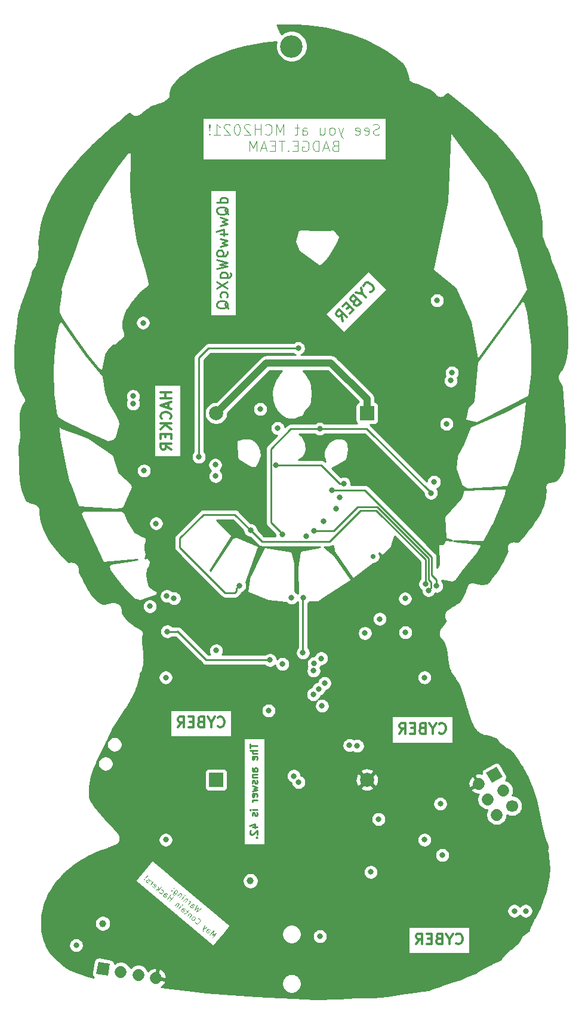
<source format=gbr>
G04 #@! TF.GenerationSoftware,KiCad,Pcbnew,5.1.5*
G04 #@! TF.CreationDate,2019-12-22T23:03:36+01:00*
G04 #@! TF.ProjectId,hh2020v1,68683230-3230-4763-912e-6b696361645f,rev?*
G04 #@! TF.SameCoordinates,Original*
G04 #@! TF.FileFunction,Copper,L3,Inr*
G04 #@! TF.FilePolarity,Positive*
%FSLAX46Y46*%
G04 Gerber Fmt 4.6, Leading zero omitted, Abs format (unit mm)*
G04 Created by KiCad (PCBNEW 5.1.5) date 2019-12-22 23:03:36*
%MOMM*%
%LPD*%
G04 APERTURE LIST*
%ADD10C,0.250000*%
%ADD11C,0.300000*%
%ADD12C,0.100000*%
%ADD13C,1.700000*%
%ADD14C,1.700000*%
%ADD15C,2.000000*%
%ADD16R,2.000000X2.000000*%
%ADD17C,3.200000*%
%ADD18C,1.000000*%
%ADD19C,0.800000*%
%ADD20C,0.700000*%
%ADD21C,1.000000*%
%ADD22C,0.254000*%
G04 APERTURE END LIST*
D10*
X59987571Y-50845342D02*
X58487571Y-50845342D01*
X59916142Y-50845342D02*
X59987571Y-50702485D01*
X59987571Y-50416771D01*
X59916142Y-50273914D01*
X59844714Y-50202485D01*
X59701857Y-50131057D01*
X59273285Y-50131057D01*
X59130428Y-50202485D01*
X59059000Y-50273914D01*
X58987571Y-50416771D01*
X58987571Y-50702485D01*
X59059000Y-50845342D01*
X60130428Y-52559628D02*
X60059000Y-52416771D01*
X59916142Y-52273914D01*
X59701857Y-52059628D01*
X59630428Y-51916771D01*
X59630428Y-51773914D01*
X59987571Y-51845342D02*
X59916142Y-51702485D01*
X59773285Y-51559628D01*
X59487571Y-51488200D01*
X58987571Y-51488200D01*
X58701857Y-51559628D01*
X58559000Y-51702485D01*
X58487571Y-51845342D01*
X58487571Y-52131057D01*
X58559000Y-52273914D01*
X58701857Y-52416771D01*
X58987571Y-52488200D01*
X59487571Y-52488200D01*
X59773285Y-52416771D01*
X59916142Y-52273914D01*
X59987571Y-52131057D01*
X59987571Y-51845342D01*
X58987571Y-52988200D02*
X59987571Y-53273914D01*
X59273285Y-53559628D01*
X59987571Y-53845342D01*
X58987571Y-54131057D01*
X58987571Y-55345342D02*
X59987571Y-55345342D01*
X58416142Y-54988200D02*
X59487571Y-54631057D01*
X59487571Y-55559628D01*
X58987571Y-55988200D02*
X59987571Y-56273914D01*
X59273285Y-56559628D01*
X59987571Y-56845342D01*
X58987571Y-57131057D01*
X59987571Y-57773914D02*
X59987571Y-58059628D01*
X59916142Y-58202485D01*
X59844714Y-58273914D01*
X59630428Y-58416771D01*
X59344714Y-58488199D01*
X58773285Y-58488199D01*
X58630428Y-58416771D01*
X58559000Y-58345342D01*
X58487571Y-58202485D01*
X58487571Y-57916771D01*
X58559000Y-57773914D01*
X58630428Y-57702485D01*
X58773285Y-57631057D01*
X59130428Y-57631057D01*
X59273285Y-57702485D01*
X59344714Y-57773914D01*
X59416142Y-57916771D01*
X59416142Y-58202485D01*
X59344714Y-58345342D01*
X59273285Y-58416771D01*
X59130428Y-58488199D01*
X58487571Y-58988199D02*
X59987571Y-59345342D01*
X58916142Y-59631057D01*
X59987571Y-59916771D01*
X58487571Y-60273914D01*
X58987571Y-61488199D02*
X60201857Y-61488199D01*
X60344714Y-61416771D01*
X60416142Y-61345342D01*
X60487571Y-61202485D01*
X60487571Y-60988199D01*
X60416142Y-60845342D01*
X59916142Y-61488199D02*
X59987571Y-61345342D01*
X59987571Y-61059628D01*
X59916142Y-60916771D01*
X59844714Y-60845342D01*
X59701857Y-60773914D01*
X59273285Y-60773914D01*
X59130428Y-60845342D01*
X59059000Y-60916771D01*
X58987571Y-61059628D01*
X58987571Y-61345342D01*
X59059000Y-61488199D01*
X58487571Y-62059628D02*
X59987571Y-63059628D01*
X58487571Y-63059628D02*
X59987571Y-62059628D01*
X59916142Y-64273914D02*
X59987571Y-64131057D01*
X59987571Y-63845342D01*
X59916142Y-63702485D01*
X59844714Y-63631057D01*
X59701857Y-63559628D01*
X59273285Y-63559628D01*
X59130428Y-63631057D01*
X59059000Y-63702485D01*
X58987571Y-63845342D01*
X58987571Y-64131057D01*
X59059000Y-64273914D01*
X60130428Y-65916771D02*
X60059000Y-65773914D01*
X59916142Y-65631057D01*
X59701857Y-65416771D01*
X59630428Y-65273914D01*
X59630428Y-65131057D01*
X59987571Y-65202485D02*
X59916142Y-65059628D01*
X59773285Y-64916771D01*
X59487571Y-64845342D01*
X58987571Y-64845342D01*
X58701857Y-64916771D01*
X58559000Y-65059628D01*
X58487571Y-65202485D01*
X58487571Y-65488199D01*
X58559000Y-65631057D01*
X58701857Y-65773914D01*
X58987571Y-65845342D01*
X59487571Y-65845342D01*
X59773285Y-65773914D01*
X59916142Y-65631057D01*
X59987571Y-65488199D01*
X59987571Y-65202485D01*
X63206380Y-127626314D02*
X63206380Y-128197742D01*
X64206380Y-127912028D02*
X63206380Y-127912028D01*
X64206380Y-128531076D02*
X63206380Y-128531076D01*
X64206380Y-128959647D02*
X63682571Y-128959647D01*
X63587333Y-128912028D01*
X63539714Y-128816790D01*
X63539714Y-128673933D01*
X63587333Y-128578695D01*
X63634952Y-128531076D01*
X64158761Y-129816790D02*
X64206380Y-129721552D01*
X64206380Y-129531076D01*
X64158761Y-129435838D01*
X64063523Y-129388219D01*
X63682571Y-129388219D01*
X63587333Y-129435838D01*
X63539714Y-129531076D01*
X63539714Y-129721552D01*
X63587333Y-129816790D01*
X63682571Y-129864409D01*
X63777809Y-129864409D01*
X63873047Y-129388219D01*
X64206380Y-131483457D02*
X63682571Y-131483457D01*
X63587333Y-131435838D01*
X63539714Y-131340600D01*
X63539714Y-131150123D01*
X63587333Y-131054885D01*
X64158761Y-131483457D02*
X64206380Y-131388219D01*
X64206380Y-131150123D01*
X64158761Y-131054885D01*
X64063523Y-131007266D01*
X63968285Y-131007266D01*
X63873047Y-131054885D01*
X63825428Y-131150123D01*
X63825428Y-131388219D01*
X63777809Y-131483457D01*
X63539714Y-131959647D02*
X64206380Y-131959647D01*
X63634952Y-131959647D02*
X63587333Y-132007266D01*
X63539714Y-132102504D01*
X63539714Y-132245361D01*
X63587333Y-132340600D01*
X63682571Y-132388219D01*
X64206380Y-132388219D01*
X64158761Y-132816790D02*
X64206380Y-132912028D01*
X64206380Y-133102504D01*
X64158761Y-133197742D01*
X64063523Y-133245361D01*
X64015904Y-133245361D01*
X63920666Y-133197742D01*
X63873047Y-133102504D01*
X63873047Y-132959647D01*
X63825428Y-132864409D01*
X63730190Y-132816790D01*
X63682571Y-132816790D01*
X63587333Y-132864409D01*
X63539714Y-132959647D01*
X63539714Y-133102504D01*
X63587333Y-133197742D01*
X63539714Y-133578695D02*
X64206380Y-133769171D01*
X63730190Y-133959647D01*
X64206380Y-134150123D01*
X63539714Y-134340600D01*
X64158761Y-135102504D02*
X64206380Y-135007266D01*
X64206380Y-134816790D01*
X64158761Y-134721552D01*
X64063523Y-134673933D01*
X63682571Y-134673933D01*
X63587333Y-134721552D01*
X63539714Y-134816790D01*
X63539714Y-135007266D01*
X63587333Y-135102504D01*
X63682571Y-135150123D01*
X63777809Y-135150123D01*
X63873047Y-134673933D01*
X64206380Y-135578695D02*
X63539714Y-135578695D01*
X63730190Y-135578695D02*
X63634952Y-135626314D01*
X63587333Y-135673933D01*
X63539714Y-135769171D01*
X63539714Y-135864409D01*
X64206380Y-136959647D02*
X63539714Y-136959647D01*
X63206380Y-136959647D02*
X63254000Y-136912028D01*
X63301619Y-136959647D01*
X63254000Y-137007266D01*
X63206380Y-136959647D01*
X63301619Y-136959647D01*
X64158761Y-137388219D02*
X64206380Y-137483457D01*
X64206380Y-137673933D01*
X64158761Y-137769171D01*
X64063523Y-137816790D01*
X64015904Y-137816790D01*
X63920666Y-137769171D01*
X63873047Y-137673933D01*
X63873047Y-137531076D01*
X63825428Y-137435838D01*
X63730190Y-137388219D01*
X63682571Y-137388219D01*
X63587333Y-137435838D01*
X63539714Y-137531076D01*
X63539714Y-137673933D01*
X63587333Y-137769171D01*
X63539714Y-139435838D02*
X64206380Y-139435838D01*
X63158761Y-139197742D02*
X63873047Y-138959647D01*
X63873047Y-139578695D01*
X63301619Y-139912028D02*
X63254000Y-139959647D01*
X63206380Y-140054885D01*
X63206380Y-140292980D01*
X63254000Y-140388219D01*
X63301619Y-140435838D01*
X63396857Y-140483457D01*
X63492095Y-140483457D01*
X63634952Y-140435838D01*
X64206380Y-139864409D01*
X64206380Y-140483457D01*
X64111142Y-140912028D02*
X64158761Y-140959647D01*
X64206380Y-140912028D01*
X64158761Y-140864409D01*
X64111142Y-140912028D01*
X64206380Y-140912028D01*
D11*
X80214058Y-63570955D02*
X80315074Y-63570955D01*
X80517104Y-63469940D01*
X80618119Y-63368924D01*
X80719135Y-63166894D01*
X80719135Y-62964863D01*
X80668627Y-62813341D01*
X80517104Y-62560802D01*
X80365581Y-62409280D01*
X80113043Y-62257757D01*
X79961520Y-62207249D01*
X79759490Y-62207249D01*
X79557459Y-62308264D01*
X79456444Y-62409280D01*
X79355429Y-62611310D01*
X79355429Y-62712325D01*
X79153398Y-63823493D02*
X79658475Y-64328569D01*
X78951368Y-62914356D02*
X79153398Y-63823493D01*
X78244261Y-63621463D01*
X78042230Y-64833646D02*
X77941215Y-65035676D01*
X77941215Y-65136691D01*
X77991723Y-65288214D01*
X78143246Y-65439737D01*
X78294769Y-65490245D01*
X78395784Y-65490245D01*
X78547307Y-65439737D01*
X78951368Y-65035676D01*
X77890708Y-63975016D01*
X77537154Y-64328569D01*
X77486647Y-64480092D01*
X77486647Y-64581108D01*
X77537154Y-64732630D01*
X77638169Y-64833646D01*
X77789692Y-64884153D01*
X77890708Y-64884153D01*
X78042230Y-64833646D01*
X78395784Y-64480092D01*
X77335124Y-65540752D02*
X76981570Y-65894306D01*
X77385631Y-66601413D02*
X77890708Y-66096336D01*
X76830047Y-65035676D01*
X76324971Y-65540752D01*
X76324971Y-67662073D02*
X76173448Y-66803443D01*
X76931063Y-67055981D02*
X75870402Y-65995321D01*
X75466341Y-66399382D01*
X75415834Y-66550905D01*
X75415834Y-66651920D01*
X75466341Y-66803443D01*
X75617864Y-66954966D01*
X75769387Y-67005474D01*
X75870402Y-67005474D01*
X76021925Y-66954966D01*
X76425986Y-66550905D01*
X90037942Y-126011714D02*
X90109371Y-126083142D01*
X90323657Y-126154571D01*
X90466514Y-126154571D01*
X90680800Y-126083142D01*
X90823657Y-125940285D01*
X90895085Y-125797428D01*
X90966514Y-125511714D01*
X90966514Y-125297428D01*
X90895085Y-125011714D01*
X90823657Y-124868857D01*
X90680800Y-124726000D01*
X90466514Y-124654571D01*
X90323657Y-124654571D01*
X90109371Y-124726000D01*
X90037942Y-124797428D01*
X89109371Y-125440285D02*
X89109371Y-126154571D01*
X89609371Y-124654571D02*
X89109371Y-125440285D01*
X88609371Y-124654571D01*
X87609371Y-125368857D02*
X87395085Y-125440285D01*
X87323657Y-125511714D01*
X87252228Y-125654571D01*
X87252228Y-125868857D01*
X87323657Y-126011714D01*
X87395085Y-126083142D01*
X87537942Y-126154571D01*
X88109371Y-126154571D01*
X88109371Y-124654571D01*
X87609371Y-124654571D01*
X87466514Y-124726000D01*
X87395085Y-124797428D01*
X87323657Y-124940285D01*
X87323657Y-125083142D01*
X87395085Y-125226000D01*
X87466514Y-125297428D01*
X87609371Y-125368857D01*
X88109371Y-125368857D01*
X86609371Y-125368857D02*
X86109371Y-125368857D01*
X85895085Y-126154571D02*
X86609371Y-126154571D01*
X86609371Y-124654571D01*
X85895085Y-124654571D01*
X84395085Y-126154571D02*
X84895085Y-125440285D01*
X85252228Y-126154571D02*
X85252228Y-124654571D01*
X84680800Y-124654571D01*
X84537942Y-124726000D01*
X84466514Y-124797428D01*
X84395085Y-124940285D01*
X84395085Y-125154571D01*
X84466514Y-125297428D01*
X84537942Y-125368857D01*
X84680800Y-125440285D01*
X85252228Y-125440285D01*
X92420462Y-155869414D02*
X92491891Y-155940842D01*
X92706177Y-156012271D01*
X92849034Y-156012271D01*
X93063320Y-155940842D01*
X93206177Y-155797985D01*
X93277605Y-155655128D01*
X93349034Y-155369414D01*
X93349034Y-155155128D01*
X93277605Y-154869414D01*
X93206177Y-154726557D01*
X93063320Y-154583700D01*
X92849034Y-154512271D01*
X92706177Y-154512271D01*
X92491891Y-154583700D01*
X92420462Y-154655128D01*
X91491891Y-155297985D02*
X91491891Y-156012271D01*
X91991891Y-154512271D02*
X91491891Y-155297985D01*
X90991891Y-154512271D01*
X89991891Y-155226557D02*
X89777605Y-155297985D01*
X89706177Y-155369414D01*
X89634748Y-155512271D01*
X89634748Y-155726557D01*
X89706177Y-155869414D01*
X89777605Y-155940842D01*
X89920462Y-156012271D01*
X90491891Y-156012271D01*
X90491891Y-154512271D01*
X89991891Y-154512271D01*
X89849034Y-154583700D01*
X89777605Y-154655128D01*
X89706177Y-154797985D01*
X89706177Y-154940842D01*
X89777605Y-155083700D01*
X89849034Y-155155128D01*
X89991891Y-155226557D01*
X90491891Y-155226557D01*
X88991891Y-155226557D02*
X88491891Y-155226557D01*
X88277605Y-156012271D02*
X88991891Y-156012271D01*
X88991891Y-154512271D01*
X88277605Y-154512271D01*
X86777605Y-156012271D02*
X87277605Y-155297985D01*
X87634748Y-156012271D02*
X87634748Y-154512271D01*
X87063320Y-154512271D01*
X86920462Y-154583700D01*
X86849034Y-154655128D01*
X86777605Y-154797985D01*
X86777605Y-155012271D01*
X86849034Y-155155128D01*
X86920462Y-155226557D01*
X87063320Y-155297985D01*
X87634748Y-155297985D01*
X58630842Y-125122714D02*
X58702271Y-125194142D01*
X58916557Y-125265571D01*
X59059414Y-125265571D01*
X59273700Y-125194142D01*
X59416557Y-125051285D01*
X59487985Y-124908428D01*
X59559414Y-124622714D01*
X59559414Y-124408428D01*
X59487985Y-124122714D01*
X59416557Y-123979857D01*
X59273700Y-123837000D01*
X59059414Y-123765571D01*
X58916557Y-123765571D01*
X58702271Y-123837000D01*
X58630842Y-123908428D01*
X57702271Y-124551285D02*
X57702271Y-125265571D01*
X58202271Y-123765571D02*
X57702271Y-124551285D01*
X57202271Y-123765571D01*
X56202271Y-124479857D02*
X55987985Y-124551285D01*
X55916557Y-124622714D01*
X55845128Y-124765571D01*
X55845128Y-124979857D01*
X55916557Y-125122714D01*
X55987985Y-125194142D01*
X56130842Y-125265571D01*
X56702271Y-125265571D01*
X56702271Y-123765571D01*
X56202271Y-123765571D01*
X56059414Y-123837000D01*
X55987985Y-123908428D01*
X55916557Y-124051285D01*
X55916557Y-124194142D01*
X55987985Y-124337000D01*
X56059414Y-124408428D01*
X56202271Y-124479857D01*
X56702271Y-124479857D01*
X55202271Y-124479857D02*
X54702271Y-124479857D01*
X54487985Y-125265571D02*
X55202271Y-125265571D01*
X55202271Y-123765571D01*
X54487985Y-123765571D01*
X52987985Y-125265571D02*
X53487985Y-124551285D01*
X53845128Y-125265571D02*
X53845128Y-123765571D01*
X53273700Y-123765571D01*
X53130842Y-123837000D01*
X53059414Y-123908428D01*
X52987985Y-124051285D01*
X52987985Y-124265571D01*
X53059414Y-124408428D01*
X53130842Y-124479857D01*
X53273700Y-124551285D01*
X53845128Y-124551285D01*
D12*
X56248112Y-150898904D02*
X55587968Y-151389304D01*
X55838545Y-150853615D01*
X55354507Y-151193407D01*
X55722824Y-150458135D01*
X54712489Y-150654689D02*
X54981848Y-150333680D01*
X55060005Y-150299802D01*
X55142857Y-150319594D01*
X55259588Y-150417542D01*
X55293466Y-150495699D01*
X54736976Y-150625507D02*
X54770854Y-150703664D01*
X54916768Y-150826099D01*
X54999620Y-150845891D01*
X55077777Y-150812013D01*
X55126751Y-150753648D01*
X55146543Y-150670795D01*
X55112665Y-150592638D01*
X54966751Y-150470202D01*
X54932873Y-150392046D01*
X54420663Y-150409818D02*
X54763483Y-150001261D01*
X54665534Y-150117991D02*
X54685326Y-150035139D01*
X54680630Y-149981469D01*
X54646752Y-149903312D01*
X54588387Y-149854338D01*
X54384108Y-149682928D02*
X54041288Y-150091485D01*
X54335134Y-149741293D02*
X54330438Y-149687623D01*
X54296560Y-149609466D01*
X54209012Y-149536005D01*
X54126160Y-149516213D01*
X54048003Y-149550092D01*
X53778644Y-149871101D01*
X53486818Y-149626229D02*
X53829638Y-149217672D01*
X54001048Y-149013394D02*
X54005743Y-149067063D01*
X53952074Y-149071759D01*
X53947378Y-149018089D01*
X54001048Y-149013394D01*
X53952074Y-149071759D01*
X53537811Y-148972801D02*
X53194991Y-149381358D01*
X53488837Y-149031166D02*
X53484142Y-148977496D01*
X53450264Y-148899339D01*
X53362716Y-148825878D01*
X53279863Y-148806086D01*
X53201706Y-148839964D01*
X52932348Y-149160973D01*
X52720697Y-148287161D02*
X52304416Y-148783265D01*
X52284624Y-148866118D01*
X52289320Y-148919788D01*
X52323198Y-148997945D01*
X52410746Y-149071406D01*
X52493598Y-149091198D01*
X52402365Y-148666535D02*
X52436243Y-148744692D01*
X52552973Y-148842640D01*
X52635826Y-148862432D01*
X52689495Y-148857737D01*
X52767652Y-148823858D01*
X52914575Y-148648763D01*
X52934367Y-148565910D01*
X52929671Y-148512240D01*
X52895793Y-148434083D01*
X52779063Y-148336135D01*
X52696210Y-148316343D01*
X52135025Y-148392481D02*
X52081355Y-148397176D01*
X52086051Y-148450846D01*
X52139721Y-148446151D01*
X52135025Y-148392481D01*
X52086051Y-148450846D01*
X52404384Y-148071472D02*
X52350714Y-148076167D01*
X52355410Y-148129837D01*
X52409079Y-148125141D01*
X52404384Y-148071472D01*
X52355410Y-148129837D01*
X57918661Y-155042017D02*
X58432891Y-154429182D01*
X57861306Y-154695511D01*
X58024334Y-154086362D01*
X57510104Y-154699197D01*
X56955634Y-154233941D02*
X57224993Y-153912932D01*
X57303150Y-153879054D01*
X57386002Y-153898846D01*
X57502733Y-153996794D01*
X57536611Y-154074951D01*
X56980121Y-154204759D02*
X57013999Y-154282916D01*
X57159913Y-154405351D01*
X57242765Y-154425143D01*
X57320922Y-154391265D01*
X57369896Y-154332900D01*
X57389688Y-154250047D01*
X57355810Y-154171890D01*
X57209897Y-154049454D01*
X57176018Y-153971298D01*
X57064993Y-153629487D02*
X56576260Y-153915608D01*
X56773167Y-153384616D02*
X56576260Y-153915608D01*
X56512189Y-154110496D01*
X56516885Y-154164166D01*
X56550763Y-154242323D01*
X55428746Y-152853270D02*
X55433441Y-152906940D01*
X55496502Y-153009584D01*
X55554867Y-153058558D01*
X55666902Y-153102837D01*
X55774242Y-153093446D01*
X55852399Y-153059568D01*
X55979530Y-152967324D01*
X56052991Y-152879777D01*
X56121757Y-152738559D01*
X56141549Y-152655706D01*
X56132158Y-152548367D01*
X56069097Y-152445723D01*
X56010732Y-152396748D01*
X55898697Y-152352470D01*
X55845027Y-152357165D01*
X55029579Y-152617790D02*
X55112432Y-152637581D01*
X55166102Y-152632886D01*
X55244259Y-152599008D01*
X55391182Y-152423912D01*
X55410973Y-152341059D01*
X55406278Y-152287390D01*
X55372400Y-152209233D01*
X55284852Y-152135771D01*
X55201999Y-152115980D01*
X55148329Y-152120675D01*
X55070172Y-152154553D01*
X54923250Y-152329649D01*
X54903458Y-152412501D01*
X54908153Y-152466171D01*
X54942032Y-152544328D01*
X55029579Y-152617790D01*
X54905477Y-151817438D02*
X54562657Y-152225995D01*
X54856503Y-151875804D02*
X54851807Y-151822134D01*
X54817929Y-151743977D01*
X54730381Y-151670515D01*
X54647529Y-151650724D01*
X54569372Y-151684602D01*
X54300013Y-152005611D01*
X54438555Y-151425644D02*
X54205094Y-151229747D01*
X54522417Y-151147904D02*
X54081648Y-151673192D01*
X54003491Y-151707070D01*
X53920639Y-151687278D01*
X53862274Y-151638304D01*
X53395351Y-151246509D02*
X53664710Y-150925500D01*
X53742867Y-150891622D01*
X53825719Y-150911414D01*
X53942450Y-151009362D01*
X53976328Y-151087519D01*
X53419838Y-151217327D02*
X53453717Y-151295484D01*
X53599630Y-151417919D01*
X53682482Y-151437711D01*
X53760639Y-151403833D01*
X53809614Y-151345468D01*
X53829405Y-151262615D01*
X53795527Y-151184458D01*
X53649614Y-151062023D01*
X53615736Y-150983866D01*
X53103525Y-151001638D02*
X53446345Y-150593081D01*
X53617755Y-150388802D02*
X53622450Y-150442472D01*
X53568781Y-150447168D01*
X53564085Y-150393498D01*
X53617755Y-150388802D01*
X53568781Y-150447168D01*
X53154518Y-150348209D02*
X52811698Y-150756766D01*
X53105544Y-150406575D02*
X53100849Y-150352905D01*
X53066971Y-150274748D01*
X52979423Y-150201287D01*
X52896570Y-150181495D01*
X52818413Y-150215373D01*
X52549055Y-150536382D01*
X51790306Y-149899716D02*
X52304536Y-149286881D01*
X52059664Y-149578707D02*
X51709473Y-149284861D01*
X51440114Y-149605871D02*
X51954344Y-148993035D01*
X50885644Y-149140615D02*
X51155002Y-148819606D01*
X51233159Y-148785728D01*
X51316012Y-148805519D01*
X51432742Y-148903468D01*
X51466621Y-148981625D01*
X50910131Y-149111432D02*
X50944009Y-149189589D01*
X51089922Y-149312025D01*
X51172775Y-149331816D01*
X51250932Y-149297938D01*
X51299906Y-149239573D01*
X51319698Y-149156721D01*
X51285820Y-149078564D01*
X51139906Y-148956128D01*
X51106028Y-148877971D01*
X50355661Y-148646176D02*
X50389539Y-148724333D01*
X50506269Y-148822282D01*
X50589122Y-148842073D01*
X50642792Y-148837378D01*
X50720949Y-148803500D01*
X50867872Y-148628404D01*
X50887663Y-148545552D01*
X50882968Y-148491882D01*
X50849090Y-148413725D01*
X50732359Y-148315776D01*
X50649506Y-148295985D01*
X50068530Y-148454975D02*
X50582760Y-147842139D01*
X50206062Y-148172539D02*
X49835069Y-148259077D01*
X50177889Y-147850520D02*
X50215453Y-148279879D01*
X49363451Y-147813613D02*
X49397329Y-147891770D01*
X49514060Y-147989719D01*
X49596912Y-148009510D01*
X49675069Y-147975632D01*
X49870966Y-147742171D01*
X49890758Y-147659319D01*
X49856880Y-147581162D01*
X49740149Y-147483213D01*
X49657297Y-147463422D01*
X49579140Y-147497300D01*
X49530165Y-147555665D01*
X49773017Y-147858902D01*
X49047137Y-147597924D02*
X49389957Y-147189367D01*
X49292009Y-147306098D02*
X49311800Y-147223246D01*
X49307105Y-147169576D01*
X49273227Y-147091419D01*
X49214861Y-147042445D01*
X48721433Y-147274896D02*
X48638580Y-147255104D01*
X48521850Y-147157156D01*
X48487971Y-147078999D01*
X48507763Y-146996146D01*
X48532250Y-146966964D01*
X48610407Y-146933086D01*
X48693260Y-146952877D01*
X48780808Y-147026339D01*
X48863660Y-147046130D01*
X48941817Y-147012252D01*
X48966304Y-146983070D01*
X48986096Y-146900217D01*
X48952218Y-146822060D01*
X48864670Y-146748599D01*
X48781817Y-146728807D01*
X48220632Y-146804945D02*
X48166962Y-146809640D01*
X48171658Y-146863310D01*
X48225328Y-146858615D01*
X48220632Y-146804945D01*
X48171658Y-146863310D01*
X48367555Y-146629849D02*
X48690583Y-146304144D01*
X48685888Y-146250475D01*
X48632218Y-146255170D01*
X48367555Y-146629849D01*
X48685888Y-146250475D01*
D11*
X52024671Y-77788000D02*
X50524671Y-77788000D01*
X51238957Y-77788000D02*
X51238957Y-78645142D01*
X52024671Y-78645142D02*
X50524671Y-78645142D01*
X51596100Y-79288000D02*
X51596100Y-80002285D01*
X52024671Y-79145142D02*
X50524671Y-79645142D01*
X52024671Y-80145142D01*
X51881814Y-81502285D02*
X51953242Y-81430857D01*
X52024671Y-81216571D01*
X52024671Y-81073714D01*
X51953242Y-80859428D01*
X51810385Y-80716571D01*
X51667528Y-80645142D01*
X51381814Y-80573714D01*
X51167528Y-80573714D01*
X50881814Y-80645142D01*
X50738957Y-80716571D01*
X50596100Y-80859428D01*
X50524671Y-81073714D01*
X50524671Y-81216571D01*
X50596100Y-81430857D01*
X50667528Y-81502285D01*
X52024671Y-82145142D02*
X50524671Y-82145142D01*
X52024671Y-83002285D02*
X51167528Y-82359428D01*
X50524671Y-83002285D02*
X51381814Y-82145142D01*
X51238957Y-83645142D02*
X51238957Y-84145142D01*
X52024671Y-84359428D02*
X52024671Y-83645142D01*
X50524671Y-83645142D01*
X50524671Y-84359428D01*
X52024671Y-85859428D02*
X51310385Y-85359428D01*
X52024671Y-85002285D02*
X50524671Y-85002285D01*
X50524671Y-85573714D01*
X50596100Y-85716571D01*
X50667528Y-85788000D01*
X50810385Y-85859428D01*
X51024671Y-85859428D01*
X51167528Y-85788000D01*
X51238957Y-85716571D01*
X51310385Y-85573714D01*
X51310385Y-85002285D01*
D12*
X81527728Y-41164342D02*
X81313442Y-41235771D01*
X80956300Y-41235771D01*
X80813442Y-41164342D01*
X80742014Y-41092914D01*
X80670585Y-40950057D01*
X80670585Y-40807200D01*
X80742014Y-40664342D01*
X80813442Y-40592914D01*
X80956300Y-40521485D01*
X81242014Y-40450057D01*
X81384871Y-40378628D01*
X81456300Y-40307200D01*
X81527728Y-40164342D01*
X81527728Y-40021485D01*
X81456300Y-39878628D01*
X81384871Y-39807200D01*
X81242014Y-39735771D01*
X80884871Y-39735771D01*
X80670585Y-39807200D01*
X79456300Y-41164342D02*
X79599157Y-41235771D01*
X79884871Y-41235771D01*
X80027728Y-41164342D01*
X80099157Y-41021485D01*
X80099157Y-40450057D01*
X80027728Y-40307200D01*
X79884871Y-40235771D01*
X79599157Y-40235771D01*
X79456300Y-40307200D01*
X79384871Y-40450057D01*
X79384871Y-40592914D01*
X80099157Y-40735771D01*
X78170585Y-41164342D02*
X78313442Y-41235771D01*
X78599157Y-41235771D01*
X78742014Y-41164342D01*
X78813442Y-41021485D01*
X78813442Y-40450057D01*
X78742014Y-40307200D01*
X78599157Y-40235771D01*
X78313442Y-40235771D01*
X78170585Y-40307200D01*
X78099157Y-40450057D01*
X78099157Y-40592914D01*
X78813442Y-40735771D01*
X76456300Y-40235771D02*
X76099157Y-41235771D01*
X75742014Y-40235771D02*
X76099157Y-41235771D01*
X76242014Y-41592914D01*
X76313442Y-41664342D01*
X76456300Y-41735771D01*
X74956300Y-41235771D02*
X75099157Y-41164342D01*
X75170585Y-41092914D01*
X75242014Y-40950057D01*
X75242014Y-40521485D01*
X75170585Y-40378628D01*
X75099157Y-40307200D01*
X74956300Y-40235771D01*
X74742014Y-40235771D01*
X74599157Y-40307200D01*
X74527728Y-40378628D01*
X74456300Y-40521485D01*
X74456300Y-40950057D01*
X74527728Y-41092914D01*
X74599157Y-41164342D01*
X74742014Y-41235771D01*
X74956300Y-41235771D01*
X73170585Y-40235771D02*
X73170585Y-41235771D01*
X73813442Y-40235771D02*
X73813442Y-41021485D01*
X73742014Y-41164342D01*
X73599157Y-41235771D01*
X73384871Y-41235771D01*
X73242014Y-41164342D01*
X73170585Y-41092914D01*
X70670585Y-41235771D02*
X70670585Y-40450057D01*
X70742014Y-40307200D01*
X70884871Y-40235771D01*
X71170585Y-40235771D01*
X71313442Y-40307200D01*
X70670585Y-41164342D02*
X70813442Y-41235771D01*
X71170585Y-41235771D01*
X71313442Y-41164342D01*
X71384871Y-41021485D01*
X71384871Y-40878628D01*
X71313442Y-40735771D01*
X71170585Y-40664342D01*
X70813442Y-40664342D01*
X70670585Y-40592914D01*
X70170585Y-40235771D02*
X69599157Y-40235771D01*
X69956300Y-39735771D02*
X69956300Y-41021485D01*
X69884871Y-41164342D01*
X69742014Y-41235771D01*
X69599157Y-41235771D01*
X67956300Y-41235771D02*
X67956300Y-39735771D01*
X67456300Y-40807200D01*
X66956300Y-39735771D01*
X66956300Y-41235771D01*
X65384871Y-41092914D02*
X65456300Y-41164342D01*
X65670585Y-41235771D01*
X65813442Y-41235771D01*
X66027728Y-41164342D01*
X66170585Y-41021485D01*
X66242014Y-40878628D01*
X66313442Y-40592914D01*
X66313442Y-40378628D01*
X66242014Y-40092914D01*
X66170585Y-39950057D01*
X66027728Y-39807200D01*
X65813442Y-39735771D01*
X65670585Y-39735771D01*
X65456300Y-39807200D01*
X65384871Y-39878628D01*
X64742014Y-41235771D02*
X64742014Y-39735771D01*
X64742014Y-40450057D02*
X63884871Y-40450057D01*
X63884871Y-41235771D02*
X63884871Y-39735771D01*
X63242014Y-39878628D02*
X63170585Y-39807200D01*
X63027728Y-39735771D01*
X62670585Y-39735771D01*
X62527728Y-39807200D01*
X62456300Y-39878628D01*
X62384871Y-40021485D01*
X62384871Y-40164342D01*
X62456300Y-40378628D01*
X63313442Y-41235771D01*
X62384871Y-41235771D01*
X61456300Y-39735771D02*
X61313442Y-39735771D01*
X61170585Y-39807200D01*
X61099157Y-39878628D01*
X61027728Y-40021485D01*
X60956300Y-40307200D01*
X60956300Y-40664342D01*
X61027728Y-40950057D01*
X61099157Y-41092914D01*
X61170585Y-41164342D01*
X61313442Y-41235771D01*
X61456300Y-41235771D01*
X61599157Y-41164342D01*
X61670585Y-41092914D01*
X61742014Y-40950057D01*
X61813442Y-40664342D01*
X61813442Y-40307200D01*
X61742014Y-40021485D01*
X61670585Y-39878628D01*
X61599157Y-39807200D01*
X61456300Y-39735771D01*
X60384871Y-39878628D02*
X60313442Y-39807200D01*
X60170585Y-39735771D01*
X59813442Y-39735771D01*
X59670585Y-39807200D01*
X59599157Y-39878628D01*
X59527728Y-40021485D01*
X59527728Y-40164342D01*
X59599157Y-40378628D01*
X60456300Y-41235771D01*
X59527728Y-41235771D01*
X58099157Y-41235771D02*
X58956300Y-41235771D01*
X58527728Y-41235771D02*
X58527728Y-39735771D01*
X58670585Y-39950057D01*
X58813442Y-40092914D01*
X58956300Y-40164342D01*
X57456300Y-41092914D02*
X57384871Y-41164342D01*
X57456300Y-41235771D01*
X57527728Y-41164342D01*
X57456300Y-41092914D01*
X57456300Y-41235771D01*
X57456300Y-40664342D02*
X57527728Y-39807200D01*
X57456300Y-39735771D01*
X57384871Y-39807200D01*
X57456300Y-40664342D01*
X57456300Y-39735771D01*
X75277728Y-42800057D02*
X75063442Y-42871485D01*
X74992014Y-42942914D01*
X74920585Y-43085771D01*
X74920585Y-43300057D01*
X74992014Y-43442914D01*
X75063442Y-43514342D01*
X75206300Y-43585771D01*
X75777728Y-43585771D01*
X75777728Y-42085771D01*
X75277728Y-42085771D01*
X75134871Y-42157200D01*
X75063442Y-42228628D01*
X74992014Y-42371485D01*
X74992014Y-42514342D01*
X75063442Y-42657200D01*
X75134871Y-42728628D01*
X75277728Y-42800057D01*
X75777728Y-42800057D01*
X74349157Y-43157200D02*
X73634871Y-43157200D01*
X74492014Y-43585771D02*
X73992014Y-42085771D01*
X73492014Y-43585771D01*
X72992014Y-43585771D02*
X72992014Y-42085771D01*
X72634871Y-42085771D01*
X72420585Y-42157200D01*
X72277728Y-42300057D01*
X72206300Y-42442914D01*
X72134871Y-42728628D01*
X72134871Y-42942914D01*
X72206300Y-43228628D01*
X72277728Y-43371485D01*
X72420585Y-43514342D01*
X72634871Y-43585771D01*
X72992014Y-43585771D01*
X70706300Y-42157200D02*
X70849157Y-42085771D01*
X71063442Y-42085771D01*
X71277728Y-42157200D01*
X71420585Y-42300057D01*
X71492014Y-42442914D01*
X71563442Y-42728628D01*
X71563442Y-42942914D01*
X71492014Y-43228628D01*
X71420585Y-43371485D01*
X71277728Y-43514342D01*
X71063442Y-43585771D01*
X70920585Y-43585771D01*
X70706300Y-43514342D01*
X70634871Y-43442914D01*
X70634871Y-42942914D01*
X70920585Y-42942914D01*
X69992014Y-42800057D02*
X69492014Y-42800057D01*
X69277728Y-43585771D02*
X69992014Y-43585771D01*
X69992014Y-42085771D01*
X69277728Y-42085771D01*
X68634871Y-43442914D02*
X68563442Y-43514342D01*
X68634871Y-43585771D01*
X68706300Y-43514342D01*
X68634871Y-43442914D01*
X68634871Y-43585771D01*
X68134871Y-42085771D02*
X67277728Y-42085771D01*
X67706300Y-43585771D02*
X67706300Y-42085771D01*
X66777728Y-42800057D02*
X66277728Y-42800057D01*
X66063442Y-43585771D02*
X66777728Y-43585771D01*
X66777728Y-42085771D01*
X66063442Y-42085771D01*
X65492014Y-43157200D02*
X64777728Y-43157200D01*
X65634871Y-43585771D02*
X65134871Y-42085771D01*
X64634871Y-43585771D01*
X64134871Y-43585771D02*
X64134871Y-42085771D01*
X63634871Y-43157200D01*
X63134871Y-42085771D01*
X63134871Y-43585771D01*
D13*
X95648715Y-133281291D02*
X95648715Y-133281291D01*
G04 #@! TA.AperFunction,ViaPad*
D12*
G36*
X98159542Y-130850169D02*
G01*
X99009542Y-132322413D01*
X97537298Y-133172413D01*
X96687298Y-131700169D01*
X98159542Y-130850169D01*
G37*
G04 #@! TD.AperFunction*
D13*
X96918715Y-135480995D02*
X96918715Y-135480995D01*
X99118420Y-134210995D02*
X99118420Y-134210995D01*
X98188715Y-137680700D02*
X98188715Y-137680700D01*
D14*
X100388420Y-136410700D03*
D15*
X79808520Y-132694100D03*
D16*
X79808520Y-80704100D03*
D15*
X58408520Y-80714100D03*
D16*
X58408520Y-132704100D03*
G04 #@! TA.AperFunction,ViaPad*
D12*
G36*
X41686799Y-158524913D02*
G01*
X43360973Y-158820115D01*
X43065771Y-160494289D01*
X41391597Y-160199087D01*
X41686799Y-158524913D01*
G37*
G04 #@! TD.AperFunction*
D13*
X44877697Y-159950667D02*
X44877697Y-159950667D01*
X47379108Y-160391734D02*
X47379108Y-160391734D01*
X49880520Y-160832800D02*
X49880520Y-160832800D01*
D17*
X69108520Y-28704100D03*
D18*
X80043020Y-126174500D03*
X104998520Y-143027400D03*
X69959220Y-118719600D03*
D19*
X55532020Y-107873800D03*
X93713300Y-82499200D03*
X81749900Y-150101300D03*
X86431120Y-145694400D03*
X53436520Y-138176000D03*
X69502020Y-152400000D03*
X81076800Y-154571700D03*
X83548220Y-113753900D03*
X85508520Y-137204100D03*
X69184520Y-137802620D03*
X44627800Y-85928200D03*
X82163920Y-144030700D03*
X74340720Y-159804100D03*
X47061120Y-108369100D03*
X46857920Y-121627900D03*
X96172020Y-140589000D03*
X86037420Y-116903500D03*
D18*
X55100220Y-141744700D03*
X63304420Y-148653500D03*
X73553320Y-148602700D03*
X63279020Y-145376900D03*
X51981100Y-113080800D03*
X82290920Y-107467400D03*
D19*
X86829900Y-161671000D03*
X38564820Y-156171900D03*
X73134220Y-154901900D03*
D18*
X63266320Y-147040600D03*
D19*
X90208520Y-136104100D03*
X80340200Y-145783300D03*
X100708520Y-151304100D03*
X58408520Y-114370411D03*
X52421173Y-106979499D03*
X79508520Y-111904100D03*
X73778953Y-118995302D03*
X72308520Y-116204100D03*
X67808520Y-116304100D03*
X73309417Y-115479100D03*
X72962751Y-119811505D03*
X72189338Y-120584918D03*
X72227622Y-117223202D03*
D18*
X42324020Y-153073100D03*
D19*
X81452720Y-138290300D03*
X90482420Y-143395700D03*
X77308520Y-127804100D03*
X69425820Y-132168900D03*
X78408520Y-127904100D03*
X70098920Y-133045200D03*
X65839490Y-122904100D03*
X73428403Y-122223983D03*
X51480720Y-111671100D03*
X66034920Y-115722400D03*
X61704220Y-105168700D03*
X70060820Y-71501000D03*
X63279020Y-97294700D03*
X55957419Y-86925201D03*
X88082120Y-104940100D03*
X58287920Y-88036400D03*
X58326020Y-89649300D03*
X73096120Y-82943700D03*
X46616620Y-78295500D03*
X67825620Y-97891600D03*
X69095620Y-106908600D03*
X88882220Y-92036900D03*
X70721173Y-114691447D03*
X70802500Y-106883200D03*
X71216520Y-98171000D03*
X64650620Y-80137000D03*
X66911220Y-88087200D03*
X73675240Y-96045020D03*
X76499720Y-90690700D03*
X91688920Y-76098400D03*
D20*
X80675480Y-101058980D03*
D19*
X81608520Y-109904100D03*
X75387200Y-94236540D03*
X67135170Y-82846750D03*
X75966320Y-92684600D03*
X85262720Y-111810800D03*
X74836020Y-91605100D03*
X89648268Y-105226408D03*
X49008520Y-108104100D03*
X48039020Y-67906900D03*
X46616620Y-79375000D03*
X48166020Y-88874600D03*
X49893220Y-96354900D03*
X51408520Y-106654099D03*
X85208520Y-107004100D03*
X89745820Y-64731900D03*
X91854020Y-74968100D03*
X91079320Y-82232500D03*
X89326720Y-90462100D03*
X88523269Y-105837536D03*
X72296020Y-97409000D03*
X87958520Y-118204100D03*
X51258520Y-118204100D03*
X87958520Y-141204100D03*
X51258520Y-141204100D03*
X102308520Y-151304100D03*
D21*
X74699410Y-73594990D02*
X79808520Y-78704100D01*
X65527630Y-73594990D02*
X74699410Y-73594990D01*
X58408520Y-80714100D02*
X65527630Y-73594990D01*
X79808520Y-78704100D02*
X79808520Y-80704100D01*
D10*
X56992520Y-115722400D02*
X52928520Y-111658400D01*
X66034920Y-115722400D02*
X56992520Y-115722400D01*
X52915820Y-111671100D02*
X51480720Y-111671100D01*
X52928520Y-111658400D02*
X52915820Y-111671100D01*
X63279020Y-97294700D02*
X64880321Y-98896001D01*
X78917794Y-94493190D02*
X81104746Y-94493190D01*
X74514983Y-98896001D02*
X78917794Y-94493190D01*
X64880321Y-98896001D02*
X74514983Y-98896001D01*
X88082120Y-101470564D02*
X88082120Y-104940100D01*
X81104746Y-94493190D02*
X88082120Y-101470564D01*
X56629294Y-95077390D02*
X61061710Y-95077390D01*
X53251210Y-98455474D02*
X56629294Y-95077390D01*
X61304221Y-105568699D02*
X61304221Y-105949699D01*
X61704220Y-105168700D02*
X61304221Y-105568699D01*
X61061710Y-95077390D02*
X63279020Y-97294700D01*
X61304221Y-105949699D02*
X61069220Y-106184700D01*
X61069220Y-106184700D02*
X59682484Y-106184700D01*
X53251210Y-99753426D02*
X53251210Y-98455474D01*
X59682484Y-106184700D02*
X53251210Y-99753426D01*
X55957419Y-86925201D02*
X55957419Y-72879001D01*
X57335420Y-71501000D02*
X68016120Y-71501000D01*
X55957419Y-72879001D02*
X57335420Y-71501000D01*
X68016120Y-71501000D02*
X70060820Y-71501000D01*
X79776320Y-82943700D02*
X73096120Y-82943700D01*
X88926670Y-92094050D02*
X79776320Y-82943700D01*
X67425621Y-97491601D02*
X67825620Y-97891600D01*
X66186219Y-85761765D02*
X66186219Y-96252199D01*
X66186219Y-96252199D02*
X67425621Y-97491601D01*
X69004284Y-82943700D02*
X66186219Y-85761765D01*
X73096120Y-82943700D02*
X69004284Y-82943700D01*
X70721173Y-106964527D02*
X70802500Y-106883200D01*
X70721173Y-114691447D02*
X70721173Y-106964527D01*
X73330535Y-88087200D02*
X66911220Y-88087200D01*
X76499720Y-90690700D02*
X75934035Y-90690700D01*
X75934035Y-90690700D02*
X73330535Y-88087200D01*
X74836020Y-91605100D02*
X79489476Y-91605100D01*
X79489476Y-91605100D02*
X88983820Y-101099444D01*
X88983820Y-101099444D02*
X88983820Y-103704100D01*
X89648268Y-104368548D02*
X89648268Y-105226408D01*
X88983820Y-103704100D02*
X89648268Y-104368548D01*
X88532129Y-104317107D02*
X88923268Y-104708246D01*
X88923268Y-104708246D02*
X88923268Y-105437537D01*
X88923268Y-105437537D02*
X88523269Y-105837536D01*
X72296020Y-97409000D02*
X75064620Y-97409000D01*
X75064620Y-97409000D02*
X78430440Y-94043180D01*
X78430440Y-94043180D02*
X81291147Y-94043181D01*
X81291147Y-94043181D02*
X88532129Y-101284163D01*
X88532129Y-101284163D02*
X88532129Y-104317107D01*
D22*
G36*
X68371066Y-25665191D02*
G01*
X68375461Y-25665071D01*
X68379809Y-25665757D01*
X68431504Y-25663690D01*
X69104433Y-25668497D01*
X69784641Y-25694241D01*
X71170197Y-25795889D01*
X72557943Y-25943095D01*
X73901379Y-26106298D01*
X75298176Y-26445507D01*
X76718856Y-26845052D01*
X77416480Y-27065636D01*
X78110374Y-27303723D01*
X78795742Y-27559400D01*
X79471152Y-27833819D01*
X80135127Y-28128068D01*
X80786225Y-28443250D01*
X81423027Y-28780491D01*
X82044141Y-29140872D01*
X82648256Y-29525527D01*
X83234043Y-29935523D01*
X83800242Y-30372065D01*
X84307669Y-30804000D01*
X84307852Y-30804231D01*
X84357931Y-30846784D01*
X84384431Y-30869342D01*
X84384687Y-30869520D01*
X84384912Y-30869711D01*
X84412015Y-30888499D01*
X84467488Y-30927026D01*
X84467765Y-30927147D01*
X84575447Y-31001794D01*
X84697781Y-31103895D01*
X84807177Y-31212938D01*
X84897873Y-31320184D01*
X85078657Y-31592821D01*
X85224129Y-31890921D01*
X85348276Y-32225665D01*
X85457065Y-32591349D01*
X85652542Y-33348708D01*
X85656796Y-33378270D01*
X85669360Y-33413870D01*
X85670346Y-33417689D01*
X85680569Y-33445628D01*
X85701703Y-33505511D01*
X85703727Y-33508921D01*
X85705093Y-33512655D01*
X85738159Y-33566938D01*
X85770569Y-33621547D01*
X85773224Y-33624502D01*
X85775289Y-33627892D01*
X85818293Y-33674663D01*
X85860751Y-33721918D01*
X85863928Y-33724296D01*
X85866617Y-33727220D01*
X85917940Y-33764717D01*
X85968781Y-33802766D01*
X85972361Y-33804478D01*
X85975569Y-33806822D01*
X86033211Y-33833582D01*
X86060006Y-33846398D01*
X86063711Y-33847742D01*
X86097956Y-33863640D01*
X86126980Y-33870690D01*
X86977865Y-34179309D01*
X87853109Y-34538725D01*
X88267704Y-34734780D01*
X88672026Y-34949434D01*
X89058217Y-35182777D01*
X89316344Y-35362538D01*
X89332267Y-35390611D01*
X89343535Y-35417042D01*
X89365467Y-35449144D01*
X89367970Y-35453558D01*
X89384444Y-35476923D01*
X89400579Y-35500540D01*
X89403840Y-35504431D01*
X89426242Y-35536203D01*
X89447059Y-35556001D01*
X89529744Y-35654664D01*
X89572202Y-35705399D01*
X89598734Y-35726750D01*
X89623060Y-35750581D01*
X89678519Y-35786817D01*
X89761769Y-35841295D01*
X89795910Y-35867306D01*
X89848331Y-35892933D01*
X89900078Y-35919957D01*
X89908889Y-35922538D01*
X89917133Y-35926568D01*
X89973555Y-35941478D01*
X90029571Y-35957885D01*
X90072329Y-35961683D01*
X90123268Y-35969912D01*
X90164130Y-35979672D01*
X90223375Y-35981930D01*
X90282530Y-35985603D01*
X90290710Y-35984497D01*
X90298964Y-35984812D01*
X90357519Y-35975468D01*
X90416247Y-35967530D01*
X90455976Y-35953891D01*
X90527904Y-35935032D01*
X90591056Y-35918888D01*
X90623458Y-35903371D01*
X90657149Y-35890897D01*
X90712648Y-35856798D01*
X90780999Y-35815379D01*
X90813032Y-35799832D01*
X90865418Y-35760156D01*
X90917942Y-35720806D01*
X90941722Y-35694312D01*
X91099598Y-35548299D01*
X91110817Y-35539027D01*
X91124253Y-35525497D01*
X91138288Y-35512517D01*
X91147974Y-35501611D01*
X91238999Y-35409952D01*
X92024810Y-36002089D01*
X92875555Y-36672183D01*
X93720015Y-37364141D01*
X94557412Y-38074952D01*
X95386897Y-38801455D01*
X96206208Y-39539343D01*
X97821254Y-41045981D01*
X98272180Y-41477612D01*
X98710398Y-41922990D01*
X99139744Y-42385034D01*
X99559423Y-42862155D01*
X99968586Y-43352711D01*
X100366546Y-43855205D01*
X100752472Y-44367950D01*
X101123313Y-44886164D01*
X101830657Y-45952122D01*
X102475799Y-47029988D01*
X103055331Y-48110279D01*
X103551519Y-49154367D01*
X103767518Y-49828455D01*
X103979143Y-50577607D01*
X104168719Y-51358296D01*
X104329105Y-52159571D01*
X104453381Y-52970462D01*
X104534849Y-53779670D01*
X104567327Y-54582711D01*
X104563622Y-54966862D01*
X104547189Y-55303170D01*
X104545467Y-55310777D01*
X104543900Y-55370467D01*
X104542635Y-55396365D01*
X104543018Y-55404110D01*
X104541927Y-55445663D01*
X104546338Y-55471342D01*
X104547623Y-55497364D01*
X104557732Y-55537675D01*
X104559046Y-55545326D01*
X104565928Y-55570358D01*
X104580444Y-55628245D01*
X104583779Y-55635291D01*
X104694277Y-56037226D01*
X104701640Y-56065450D01*
X104703197Y-56069670D01*
X104704385Y-56073993D01*
X104714805Y-56101143D01*
X104871700Y-56526510D01*
X104877544Y-56544698D01*
X104883341Y-56558070D01*
X104888378Y-56571726D01*
X104896705Y-56588898D01*
X105067366Y-56982561D01*
X105070110Y-56990436D01*
X105080736Y-57013400D01*
X105090811Y-57036640D01*
X105094866Y-57043936D01*
X105279802Y-57443605D01*
X105467082Y-57856467D01*
X105631291Y-58259602D01*
X105763206Y-58661053D01*
X105857964Y-59082344D01*
X105863428Y-59121330D01*
X105883820Y-59179790D01*
X105903264Y-59238580D01*
X105922680Y-59272827D01*
X106178729Y-59825595D01*
X106425565Y-60401836D01*
X106655773Y-60984927D01*
X106869446Y-61574319D01*
X107066684Y-62169622D01*
X107247669Y-62770503D01*
X107412481Y-63376523D01*
X107561215Y-63987189D01*
X107694025Y-64602102D01*
X107811025Y-65220918D01*
X107912325Y-65843091D01*
X107998001Y-66468269D01*
X108068228Y-67096046D01*
X108122824Y-67721820D01*
X108187244Y-68989753D01*
X108190190Y-70503353D01*
X108167131Y-71248531D01*
X108110591Y-71977675D01*
X108007860Y-72692439D01*
X107938075Y-73029901D01*
X107851726Y-73366620D01*
X107748617Y-73696103D01*
X107627454Y-74018372D01*
X107486752Y-74333419D01*
X107367062Y-74561241D01*
X107346096Y-74581133D01*
X107336681Y-74587516D01*
X107297245Y-74627485D01*
X107281002Y-74642897D01*
X107273592Y-74651458D01*
X107265658Y-74659499D01*
X107251595Y-74676871D01*
X107214821Y-74719356D01*
X107209196Y-74729246D01*
X107166749Y-74781680D01*
X107150717Y-74796856D01*
X107124399Y-74833995D01*
X107117026Y-74843103D01*
X107104948Y-74861444D01*
X107092250Y-74879363D01*
X107086445Y-74889541D01*
X107061410Y-74927558D01*
X107053098Y-74948011D01*
X107020926Y-75004422D01*
X107002374Y-75030286D01*
X106987593Y-75062869D01*
X106986612Y-75064588D01*
X106973662Y-75093577D01*
X106960597Y-75122375D01*
X106959962Y-75124241D01*
X106945365Y-75156917D01*
X106938300Y-75187960D01*
X106918042Y-75247545D01*
X106903334Y-75280563D01*
X106888953Y-75344060D01*
X106874128Y-75407508D01*
X106872928Y-75443634D01*
X106866157Y-75497721D01*
X106858854Y-75529412D01*
X106857797Y-75564494D01*
X106857637Y-75565770D01*
X106856787Y-75598005D01*
X106855808Y-75630488D01*
X106855896Y-75631774D01*
X106854970Y-75666857D01*
X106860471Y-75698911D01*
X106863201Y-75738954D01*
X106861805Y-75763792D01*
X106867777Y-75806105D01*
X106868384Y-75815006D01*
X106872477Y-75839404D01*
X106875938Y-75863922D01*
X106878047Y-75872599D01*
X106885116Y-75914735D01*
X106893938Y-75937991D01*
X106898568Y-75957043D01*
X106899343Y-75967658D01*
X106914474Y-76022494D01*
X106919929Y-76044943D01*
X106923424Y-76054931D01*
X106926240Y-76065138D01*
X106934541Y-76086705D01*
X106953325Y-76140392D01*
X106958733Y-76149560D01*
X106961495Y-76156737D01*
X106963298Y-76165739D01*
X106985684Y-76219583D01*
X106994512Y-76242521D01*
X106998615Y-76250688D01*
X107002118Y-76259113D01*
X107013713Y-76280738D01*
X107039911Y-76332881D01*
X107045557Y-76340126D01*
X107135062Y-76507055D01*
X107144654Y-76526541D01*
X107150938Y-76536662D01*
X107156577Y-76547180D01*
X107168683Y-76565246D01*
X107300030Y-76776817D01*
X107408152Y-76966891D01*
X107448916Y-77069052D01*
X107481170Y-78077458D01*
X107480795Y-78089179D01*
X107482245Y-78111050D01*
X107482946Y-78132978D01*
X107484470Y-78144618D01*
X107557394Y-79244842D01*
X107557307Y-79250866D01*
X107559619Y-79278406D01*
X107561446Y-79305976D01*
X107562432Y-79311919D01*
X107752573Y-81577212D01*
X107828918Y-82709672D01*
X107866920Y-83836421D01*
X107865959Y-84389697D01*
X107848448Y-84943924D01*
X107812338Y-85496020D01*
X107754221Y-86059511D01*
X107750784Y-86092141D01*
X107750779Y-86092888D01*
X107750703Y-86093624D01*
X107750553Y-86126165D01*
X107745697Y-86842571D01*
X107693553Y-87614274D01*
X107645289Y-87995145D01*
X107578109Y-88374802D01*
X107491340Y-88739455D01*
X107384092Y-89081202D01*
X107256491Y-89392246D01*
X107109748Y-89665566D01*
X106946001Y-89895992D01*
X106756139Y-90093036D01*
X106671680Y-90161005D01*
X106571609Y-90227529D01*
X106465625Y-90284446D01*
X106352263Y-90331872D01*
X106229153Y-90369895D01*
X106094196Y-90397906D01*
X105946622Y-90414664D01*
X105779755Y-90418422D01*
X105736416Y-90416351D01*
X105679129Y-90424927D01*
X105621659Y-90431898D01*
X105612504Y-90434902D01*
X105602971Y-90436329D01*
X105548468Y-90455913D01*
X105493450Y-90473965D01*
X105485055Y-90478699D01*
X105475986Y-90481957D01*
X105426370Y-90511786D01*
X105375912Y-90540235D01*
X105368599Y-90546517D01*
X105360343Y-90551481D01*
X105317498Y-90590419D01*
X105273562Y-90628164D01*
X105267616Y-90635751D01*
X105260486Y-90642231D01*
X105226059Y-90688780D01*
X105190332Y-90734369D01*
X105185981Y-90742969D01*
X105180251Y-90750717D01*
X105155560Y-90803103D01*
X105129421Y-90854772D01*
X105126832Y-90864054D01*
X105122723Y-90872772D01*
X105108726Y-90928972D01*
X105093170Y-90984744D01*
X105092442Y-90994352D01*
X105090112Y-91003706D01*
X105087347Y-91061557D01*
X105082971Y-91119290D01*
X105088194Y-91162352D01*
X105116076Y-91714821D01*
X105093536Y-92245346D01*
X105024458Y-92764233D01*
X104911894Y-93273272D01*
X104758604Y-93773796D01*
X104567462Y-94266751D01*
X104341395Y-94752593D01*
X104083508Y-95231559D01*
X103797166Y-95703761D01*
X103485887Y-96169162D01*
X103153307Y-96627829D01*
X102805353Y-97077081D01*
X102064763Y-97965764D01*
X101325342Y-98802424D01*
X101301015Y-98824948D01*
X101280777Y-98852850D01*
X101280343Y-98853341D01*
X101261117Y-98879956D01*
X101241642Y-98906805D01*
X101241308Y-98907377D01*
X101226642Y-98927677D01*
X101219603Y-98928013D01*
X101123133Y-98923537D01*
X100857049Y-98893811D01*
X100830008Y-98890280D01*
X100823628Y-98890078D01*
X100817292Y-98889370D01*
X100790047Y-98889014D01*
X100555546Y-98881581D01*
X100499863Y-98877921D01*
X100454784Y-98883847D01*
X100409419Y-98886868D01*
X100355535Y-98901366D01*
X100306688Y-98912746D01*
X100278597Y-98915979D01*
X100241152Y-98928013D01*
X100235765Y-98929268D01*
X100209103Y-98938313D01*
X100150135Y-98957264D01*
X100145271Y-98959968D01*
X100140002Y-98961755D01*
X100086360Y-98992711D01*
X100061747Y-99006391D01*
X100057199Y-99009539D01*
X100023133Y-99029198D01*
X100003894Y-99046063D01*
X99959475Y-99077183D01*
X99933316Y-99095291D01*
X99931829Y-99096553D01*
X99902547Y-99117068D01*
X99880515Y-99140095D01*
X99856211Y-99160718D01*
X99833984Y-99188728D01*
X99809265Y-99214563D01*
X99792146Y-99241449D01*
X99772335Y-99266415D01*
X99756001Y-99298220D01*
X99754954Y-99299864D01*
X99740575Y-99328256D01*
X99710691Y-99386444D01*
X99710155Y-99388321D01*
X99709704Y-99389212D01*
X99689542Y-99421822D01*
X99667539Y-99480741D01*
X99644724Y-99539455D01*
X99643932Y-99543955D01*
X99642336Y-99548228D01*
X99632241Y-99610364D01*
X99621329Y-99672345D01*
X99622175Y-99710672D01*
X99617191Y-99789834D01*
X99611472Y-99838067D01*
X99615598Y-99890622D01*
X99617458Y-99943313D01*
X99628610Y-99990592D01*
X99647351Y-100095664D01*
X99647657Y-100109913D01*
X99659176Y-100161959D01*
X99662602Y-100181167D01*
X99666446Y-100194805D01*
X99669509Y-100208647D01*
X99675576Y-100227204D01*
X99678167Y-100236397D01*
X99540965Y-100577849D01*
X99293021Y-101138040D01*
X99023058Y-101691671D01*
X98730789Y-102235059D01*
X98416028Y-102764476D01*
X98078578Y-103276314D01*
X97718348Y-103767004D01*
X97364961Y-104196913D01*
X97364764Y-104197074D01*
X97322493Y-104248576D01*
X97300917Y-104274824D01*
X97300773Y-104275039D01*
X97300609Y-104275239D01*
X97281674Y-104303573D01*
X97244670Y-104358860D01*
X97244573Y-104359093D01*
X97159805Y-104485944D01*
X97059142Y-104602049D01*
X96958140Y-104691176D01*
X96854222Y-104760236D01*
X96743439Y-104814224D01*
X96621911Y-104855702D01*
X96486780Y-104885452D01*
X96348670Y-104902005D01*
X95991330Y-104902827D01*
X95609351Y-104861945D01*
X94800485Y-104715508D01*
X94778530Y-104708509D01*
X94734264Y-104703519D01*
X94723679Y-104701603D01*
X94700810Y-104699748D01*
X94644446Y-104693395D01*
X94633670Y-104694303D01*
X94622888Y-104693429D01*
X94566519Y-104699964D01*
X94509989Y-104704730D01*
X94499597Y-104707723D01*
X94488853Y-104708969D01*
X94434838Y-104726377D01*
X94380329Y-104742078D01*
X94370724Y-104747040D01*
X94360424Y-104750359D01*
X94310845Y-104777970D01*
X94260445Y-104804004D01*
X94251987Y-104810748D01*
X94242539Y-104816010D01*
X94199299Y-104852762D01*
X94154946Y-104888129D01*
X94147971Y-104896388D01*
X94139726Y-104903396D01*
X94104494Y-104947870D01*
X94067886Y-104991218D01*
X94062651Y-105000689D01*
X94055938Y-105009163D01*
X94030071Y-105059632D01*
X94018967Y-105079721D01*
X94014710Y-105089603D01*
X93994393Y-105129243D01*
X93988085Y-105151407D01*
X93856712Y-105456359D01*
X93848762Y-105472740D01*
X93843416Y-105487223D01*
X93837302Y-105501414D01*
X93831767Y-105518777D01*
X93703225Y-105866981D01*
X93702873Y-105867710D01*
X93691500Y-105898743D01*
X93680197Y-105929360D01*
X93679995Y-105930134D01*
X93546148Y-106295340D01*
X93393587Y-106662549D01*
X93218982Y-106996306D01*
X93133196Y-107127461D01*
X93037040Y-107250922D01*
X92935213Y-107358687D01*
X92826268Y-107451671D01*
X92707324Y-107531306D01*
X92557345Y-107607113D01*
X92516916Y-107624167D01*
X92469393Y-107656368D01*
X92420935Y-107687167D01*
X92413604Y-107694170D01*
X92405211Y-107699857D01*
X92364880Y-107740713D01*
X92323365Y-107780371D01*
X92298156Y-107816291D01*
X92252278Y-107872939D01*
X92218353Y-107904619D01*
X92048710Y-108021100D01*
X91565462Y-108274756D01*
X91542063Y-108286394D01*
X91535727Y-108290364D01*
X91529095Y-108293845D01*
X91507228Y-108308220D01*
X91329891Y-108419332D01*
X91312901Y-108426864D01*
X91272850Y-108455072D01*
X91259967Y-108463144D01*
X91245333Y-108474453D01*
X91230225Y-108485093D01*
X91218722Y-108495016D01*
X91179951Y-108524976D01*
X91167744Y-108538991D01*
X91147152Y-108556754D01*
X91127680Y-108569599D01*
X91096201Y-108600707D01*
X91088270Y-108607548D01*
X91072256Y-108624369D01*
X91055752Y-108640678D01*
X91049066Y-108648727D01*
X91018543Y-108680788D01*
X91006061Y-108700501D01*
X90978269Y-108733959D01*
X90948972Y-108764367D01*
X90917068Y-108814094D01*
X90883976Y-108862990D01*
X90867589Y-108901897D01*
X90834967Y-108965761D01*
X90808082Y-109014086D01*
X90794001Y-109057842D01*
X90777201Y-109100637D01*
X90767421Y-109155081D01*
X90749255Y-109239003D01*
X90735830Y-109290670D01*
X90733060Y-109338481D01*
X90727564Y-109386063D01*
X90731903Y-109439273D01*
X90735397Y-109525911D01*
X90734170Y-109570006D01*
X90743760Y-109626371D01*
X90751652Y-109682997D01*
X90766148Y-109724660D01*
X90795641Y-109832610D01*
X90808953Y-109887956D01*
X90827530Y-109928209D01*
X90843351Y-109969626D01*
X90873653Y-110017827D01*
X90950136Y-110148193D01*
X90959330Y-110179036D01*
X90959519Y-110187921D01*
X90953359Y-110214095D01*
X90924567Y-110276099D01*
X90866905Y-110364044D01*
X90635905Y-110638483D01*
X90378876Y-110928108D01*
X90360135Y-110948501D01*
X90356555Y-110953260D01*
X90352607Y-110957708D01*
X90336364Y-110980095D01*
X90262736Y-111077955D01*
X90256093Y-111084217D01*
X90222236Y-111131784D01*
X90207437Y-111151454D01*
X90202715Y-111159210D01*
X90197454Y-111166602D01*
X90185220Y-111187949D01*
X90154854Y-111237830D01*
X90151720Y-111246403D01*
X90111106Y-111317269D01*
X90091154Y-111345422D01*
X90063882Y-111406458D01*
X90036553Y-111467290D01*
X90028825Y-111500918D01*
X89989626Y-111618408D01*
X89968823Y-111678544D01*
X89963700Y-111715792D01*
X89955356Y-111752443D01*
X89953606Y-111816034D01*
X89949962Y-111910617D01*
X89947923Y-111920376D01*
X89947368Y-111977928D01*
X89946453Y-112001688D01*
X89947044Y-112011585D01*
X89946623Y-112055302D01*
X89951058Y-112078780D01*
X89952483Y-112102631D01*
X89963554Y-112144926D01*
X89965394Y-112154667D01*
X89972076Y-112177484D01*
X89986651Y-112233166D01*
X89991009Y-112242133D01*
X90003077Y-112283343D01*
X90003137Y-112284002D01*
X90021933Y-112347729D01*
X90031307Y-112379739D01*
X90031556Y-112380358D01*
X90041309Y-112413424D01*
X90056712Y-112442784D01*
X90069103Y-112473532D01*
X90087979Y-112502381D01*
X90088289Y-112502971D01*
X90106525Y-112530724D01*
X90142983Y-112586443D01*
X90143448Y-112586918D01*
X90192045Y-112660876D01*
X90202324Y-112681988D01*
X90229006Y-112717127D01*
X90234673Y-112725751D01*
X90249356Y-112743926D01*
X90263478Y-112762524D01*
X90270491Y-112770088D01*
X90298220Y-112804412D01*
X90316255Y-112819447D01*
X90490535Y-113007420D01*
X90631983Y-113208113D01*
X90749072Y-113427398D01*
X90845750Y-113667763D01*
X90924656Y-113929951D01*
X90987064Y-114207114D01*
X91083365Y-114837363D01*
X91157355Y-115475570D01*
X91157845Y-115485907D01*
X91161229Y-115508988D01*
X91163913Y-115532139D01*
X91166105Y-115542245D01*
X91258149Y-116170044D01*
X91260733Y-116192651D01*
X91263026Y-116203307D01*
X91264607Y-116214089D01*
X91270098Y-116236169D01*
X91334633Y-116536045D01*
X91338949Y-116559360D01*
X91341701Y-116568887D01*
X91343791Y-116578599D01*
X91351038Y-116601210D01*
X91437024Y-116898888D01*
X91445294Y-116928442D01*
X91446329Y-116931102D01*
X91447123Y-116933851D01*
X91458510Y-116962411D01*
X91549997Y-117197561D01*
X91550707Y-117201336D01*
X91574434Y-117260372D01*
X91585264Y-117288207D01*
X91586991Y-117291613D01*
X91588418Y-117295164D01*
X91602236Y-117321683D01*
X91630990Y-117378401D01*
X91633362Y-117381423D01*
X91747949Y-117601342D01*
X91775195Y-117656057D01*
X91799731Y-117687778D01*
X91821656Y-117721351D01*
X91864426Y-117765032D01*
X91940396Y-117845517D01*
X92017335Y-117959179D01*
X92234916Y-118335909D01*
X92238611Y-118343553D01*
X92251734Y-118365029D01*
X92264322Y-118386825D01*
X92269269Y-118393726D01*
X92337516Y-118505415D01*
X92338567Y-118508202D01*
X92372627Y-118562876D01*
X92388678Y-118589145D01*
X92390468Y-118591516D01*
X92392036Y-118594033D01*
X92410778Y-118618417D01*
X92449609Y-118669850D01*
X92451833Y-118671831D01*
X92499850Y-118734304D01*
X92518485Y-118763979D01*
X92564035Y-118812185D01*
X92609292Y-118860427D01*
X92637790Y-118880814D01*
X92661300Y-118901249D01*
X92710090Y-118944252D01*
X92725524Y-118953214D01*
X92927879Y-119505617D01*
X93266267Y-120519935D01*
X93599029Y-121583987D01*
X93902059Y-122602325D01*
X93904902Y-122614592D01*
X93911650Y-122634557D01*
X93917659Y-122654750D01*
X93922415Y-122666407D01*
X94068617Y-123098957D01*
X94212153Y-123556124D01*
X94213324Y-123561323D01*
X94222232Y-123588226D01*
X94230715Y-123615245D01*
X94232801Y-123620145D01*
X94384768Y-124079109D01*
X94389529Y-124096107D01*
X94395334Y-124111017D01*
X94400366Y-124126216D01*
X94407534Y-124142356D01*
X94591318Y-124614447D01*
X94602634Y-124644005D01*
X94603495Y-124645725D01*
X94604192Y-124647517D01*
X94618503Y-124675731D01*
X94815255Y-125069079D01*
X94815534Y-125070084D01*
X94845372Y-125129288D01*
X94860019Y-125158571D01*
X94860574Y-125159452D01*
X94861045Y-125160387D01*
X94878655Y-125188165D01*
X94913904Y-125244141D01*
X94914620Y-125244897D01*
X95008547Y-125393058D01*
X95024226Y-125418409D01*
X95026538Y-125421437D01*
X95028576Y-125424652D01*
X95046919Y-125448132D01*
X95150365Y-125583624D01*
X95151202Y-125585308D01*
X95191272Y-125637203D01*
X95210583Y-125662496D01*
X95211859Y-125663865D01*
X95213004Y-125665348D01*
X95234870Y-125688554D01*
X95279531Y-125736470D01*
X95281056Y-125737568D01*
X95356161Y-125817275D01*
X95360337Y-125823629D01*
X95402355Y-125866298D01*
X95420283Y-125885324D01*
X95425988Y-125890297D01*
X95431290Y-125895681D01*
X95451339Y-125912395D01*
X95496512Y-125951770D01*
X95503113Y-125955554D01*
X95593414Y-126030832D01*
X95601762Y-126040420D01*
X95645137Y-126073950D01*
X95661309Y-126087431D01*
X95671772Y-126094539D01*
X95681768Y-126102266D01*
X95699592Y-126113438D01*
X95744956Y-126144256D01*
X95756663Y-126149211D01*
X95864024Y-126216506D01*
X95876376Y-126227103D01*
X95921064Y-126252260D01*
X95935897Y-126261557D01*
X95950396Y-126268772D01*
X95964496Y-126276709D01*
X95980505Y-126283754D01*
X96026431Y-126306606D01*
X96042140Y-126310876D01*
X96198262Y-126379575D01*
X96244469Y-126402518D01*
X96292438Y-126415511D01*
X96339674Y-126430974D01*
X96390897Y-126437151D01*
X96654761Y-126481449D01*
X96970284Y-126554523D01*
X97319759Y-126652293D01*
X97672518Y-126766891D01*
X97998974Y-126889660D01*
X98265772Y-127008668D01*
X98276224Y-127065296D01*
X98291349Y-127103289D01*
X98303481Y-127142328D01*
X98332286Y-127195351D01*
X98357999Y-127245101D01*
X98378812Y-127290856D01*
X98408581Y-127332270D01*
X98436337Y-127375079D01*
X98471401Y-127411127D01*
X98555470Y-127506705D01*
X98567840Y-127525196D01*
X98599937Y-127557258D01*
X98607560Y-127565925D01*
X98623719Y-127581015D01*
X98639383Y-127596662D01*
X98648322Y-127603990D01*
X98681468Y-127634943D01*
X98700372Y-127646659D01*
X98826734Y-127750250D01*
X98845243Y-127766270D01*
X98852742Y-127771570D01*
X98859835Y-127777385D01*
X98880176Y-127790961D01*
X99178159Y-128001576D01*
X99200669Y-128032413D01*
X99237467Y-128084090D01*
X99240423Y-128086876D01*
X99242815Y-128090152D01*
X99289509Y-128133124D01*
X99335674Y-128176622D01*
X99357491Y-128190279D01*
X99372734Y-128204570D01*
X99404130Y-128224115D01*
X99406668Y-128226027D01*
X99432713Y-128241908D01*
X99458582Y-128258012D01*
X99461428Y-128259417D01*
X99493006Y-128278672D01*
X99521769Y-128289211D01*
X99578053Y-128317001D01*
X99578223Y-128317107D01*
X99608306Y-128331939D01*
X99638212Y-128346705D01*
X99638399Y-128346775D01*
X99971002Y-128510759D01*
X100134810Y-128602431D01*
X100207921Y-128651614D01*
X100219960Y-128672941D01*
X100235583Y-128707271D01*
X100253050Y-128731561D01*
X100267752Y-128757607D01*
X100292338Y-128786198D01*
X100314359Y-128816821D01*
X100360785Y-128860159D01*
X100463688Y-128958431D01*
X100586233Y-129109710D01*
X100949904Y-129632104D01*
X101327056Y-130209684D01*
X101329828Y-130214792D01*
X101345469Y-130237882D01*
X101360677Y-130261172D01*
X101364307Y-130265692D01*
X101683994Y-130737631D01*
X101709100Y-130779433D01*
X101744396Y-130818306D01*
X101777975Y-130858697D01*
X101789678Y-130868178D01*
X101799804Y-130879330D01*
X101820274Y-130894483D01*
X101944747Y-131180963D01*
X101957464Y-131210544D01*
X101958102Y-131211701D01*
X101958629Y-131212913D01*
X101974270Y-131241004D01*
X102264578Y-131767151D01*
X102568652Y-132372379D01*
X102878660Y-133048371D01*
X103180248Y-133774404D01*
X103459478Y-134529875D01*
X103702702Y-135293861D01*
X103898247Y-136051148D01*
X103971746Y-136409507D01*
X104027457Y-136749129D01*
X104027940Y-136755027D01*
X104032898Y-136782297D01*
X104037391Y-136809687D01*
X104038919Y-136815412D01*
X104255508Y-138006692D01*
X104256453Y-138015463D01*
X104261527Y-138039798D01*
X104265968Y-138064226D01*
X104268387Y-138072701D01*
X104521933Y-139288785D01*
X104523722Y-139301139D01*
X104528794Y-139321692D01*
X104533118Y-139342430D01*
X104536853Y-139354347D01*
X104679739Y-139933327D01*
X104681854Y-139945050D01*
X104687792Y-139965961D01*
X104693005Y-139987083D01*
X104696982Y-139998321D01*
X104857818Y-140564680D01*
X104861154Y-140579422D01*
X104867012Y-140597056D01*
X104872078Y-140614895D01*
X104877602Y-140628934D01*
X105060742Y-141180224D01*
X105065916Y-141198380D01*
X105071339Y-141212126D01*
X105076000Y-141226155D01*
X105083681Y-141243406D01*
X105285615Y-141755208D01*
X105286478Y-141758136D01*
X105297968Y-141786515D01*
X105309194Y-141814968D01*
X105310586Y-141817682D01*
X105399121Y-142036358D01*
X105419039Y-142115062D01*
X105433176Y-142207391D01*
X105437425Y-142292222D01*
X105432582Y-142364691D01*
X105421107Y-142422096D01*
X105403966Y-142469544D01*
X105395904Y-142484523D01*
X105381085Y-142532880D01*
X105375390Y-142548644D01*
X105371231Y-142565035D01*
X105356368Y-142613535D01*
X105354667Y-142630312D01*
X105350519Y-142646661D01*
X105347875Y-142697321D01*
X105342760Y-142747780D01*
X105344365Y-142764568D01*
X105343486Y-142781410D01*
X105350773Y-142831595D01*
X105352384Y-142848443D01*
X105355611Y-142864911D01*
X105362876Y-142914943D01*
X105368556Y-142930970D01*
X105447562Y-143334161D01*
X105516020Y-143774628D01*
X105566808Y-144215557D01*
X105599872Y-144656658D01*
X105615419Y-145097772D01*
X105613535Y-145538306D01*
X105594225Y-145977915D01*
X105557576Y-146416289D01*
X105503684Y-146852934D01*
X105432544Y-147287486D01*
X105344252Y-147719508D01*
X105238747Y-148148680D01*
X105116118Y-148574622D01*
X104976430Y-148996970D01*
X104819714Y-149415249D01*
X104659965Y-149795845D01*
X104650653Y-149811333D01*
X104633912Y-149857917D01*
X104627831Y-149872404D01*
X104622531Y-149889585D01*
X104616453Y-149906497D01*
X104612616Y-149921724D01*
X104598022Y-149969033D01*
X104596166Y-149987013D01*
X104545372Y-150188600D01*
X104474455Y-150409518D01*
X104279849Y-150885659D01*
X104042195Y-151363474D01*
X103773856Y-151852664D01*
X103509544Y-152325062D01*
X103505007Y-152331921D01*
X103493117Y-152354420D01*
X103480700Y-152376613D01*
X103477409Y-152384144D01*
X103235055Y-152842753D01*
X103224872Y-152860331D01*
X103219350Y-152872472D01*
X103213116Y-152884268D01*
X103205429Y-152903077D01*
X102991671Y-153373031D01*
X102981168Y-153394481D01*
X102977760Y-153403613D01*
X102973720Y-153412496D01*
X102966002Y-153435125D01*
X102882246Y-153659582D01*
X102874205Y-153678910D01*
X102870491Y-153691086D01*
X102866042Y-153703008D01*
X102860683Y-153723237D01*
X102804493Y-153907434D01*
X102797711Y-153921584D01*
X102784844Y-153971848D01*
X102779570Y-153989136D01*
X102776503Y-154004429D01*
X102764248Y-154052302D01*
X102763262Y-154070458D01*
X102759687Y-154088285D01*
X102759670Y-154099469D01*
X102717353Y-154132071D01*
X102539937Y-154239252D01*
X102537611Y-154240384D01*
X102511100Y-154256674D01*
X102484545Y-154272716D01*
X102482479Y-154274260D01*
X102314993Y-154377170D01*
X102310228Y-154379015D01*
X102257574Y-154412451D01*
X102233205Y-154427424D01*
X102229159Y-154430495D01*
X102224862Y-154433223D01*
X102202308Y-154450871D01*
X102152651Y-154488553D01*
X102149261Y-154492377D01*
X102008959Y-154602156D01*
X101990561Y-154612922D01*
X101955944Y-154643638D01*
X101946124Y-154651322D01*
X101930792Y-154665956D01*
X101914922Y-154680038D01*
X101906444Y-154689196D01*
X101872974Y-154721143D01*
X101860721Y-154738587D01*
X101830422Y-154771317D01*
X101816278Y-154782764D01*
X101784697Y-154820712D01*
X101774107Y-154832151D01*
X101763170Y-154846578D01*
X101751591Y-154860491D01*
X101742844Y-154873389D01*
X101713016Y-154912735D01*
X101705063Y-154929102D01*
X101676700Y-154970927D01*
X101658268Y-154992362D01*
X101638931Y-155026622D01*
X101635822Y-155031206D01*
X101622385Y-155055936D01*
X101608562Y-155080426D01*
X101606327Y-155085490D01*
X101587543Y-155120060D01*
X101579152Y-155147055D01*
X101551286Y-155210184D01*
X101534493Y-155240023D01*
X101513587Y-155303909D01*
X101492717Y-155367418D01*
X101488895Y-155398807D01*
X101433720Y-155486188D01*
X101309478Y-155646857D01*
X101160935Y-155811314D01*
X100994526Y-155974830D01*
X100596229Y-156322017D01*
X100188559Y-156652151D01*
X100185053Y-156654523D01*
X100162369Y-156673360D01*
X100139541Y-156691846D01*
X100136540Y-156694808D01*
X99741279Y-157023032D01*
X99723621Y-157036737D01*
X99715403Y-157044520D01*
X99706703Y-157051744D01*
X99691003Y-157067627D01*
X99318868Y-157420041D01*
X99296314Y-157441055D01*
X99294476Y-157443139D01*
X99292460Y-157445049D01*
X99272256Y-157468345D01*
X99111726Y-157650440D01*
X99091866Y-157672445D01*
X99089491Y-157675661D01*
X99086852Y-157678655D01*
X99069549Y-157702669D01*
X98967099Y-157841421D01*
X98964058Y-157844257D01*
X98927074Y-157895629D01*
X98909514Y-157919411D01*
X98907394Y-157922964D01*
X98904975Y-157926325D01*
X98890127Y-157951912D01*
X98857710Y-158006258D01*
X98856317Y-158010176D01*
X98799649Y-158107832D01*
X98791667Y-158117590D01*
X98766287Y-158165256D01*
X98631431Y-158214593D01*
X98612625Y-158220620D01*
X98599862Y-158226142D01*
X98586802Y-158230920D01*
X98569008Y-158239491D01*
X98179236Y-158408130D01*
X98164834Y-158413468D01*
X98148372Y-158421484D01*
X98131575Y-158428751D01*
X98118151Y-158436199D01*
X97739615Y-158620514D01*
X97729420Y-158624669D01*
X97709361Y-158635245D01*
X97689002Y-158645158D01*
X97679637Y-158650916D01*
X97308838Y-158846416D01*
X97301216Y-158849740D01*
X97279075Y-158862108D01*
X97256664Y-158873924D01*
X97249731Y-158878500D01*
X96446244Y-159327332D01*
X95609412Y-159788394D01*
X95191198Y-160015055D01*
X94777717Y-160220885D01*
X93912633Y-160604266D01*
X93025688Y-160948330D01*
X92118420Y-161267164D01*
X90299104Y-161869002D01*
X90295335Y-161869895D01*
X90267194Y-161879558D01*
X90238900Y-161888918D01*
X90235354Y-161890492D01*
X89370401Y-162187504D01*
X89361175Y-162189962D01*
X89338577Y-162198431D01*
X89315779Y-162206260D01*
X89307107Y-162210226D01*
X88512349Y-162508094D01*
X87660036Y-162597278D01*
X87648900Y-162597708D01*
X87626582Y-162600779D01*
X87604189Y-162603122D01*
X87593280Y-162605361D01*
X86661935Y-162733509D01*
X86654079Y-162733993D01*
X86628584Y-162738098D01*
X86603055Y-162741611D01*
X86595416Y-162743439D01*
X84627953Y-163060250D01*
X83627679Y-163220208D01*
X82636432Y-163362205D01*
X81657473Y-163474264D01*
X80707454Y-163543614D01*
X79540979Y-163524663D01*
X79529083Y-163523714D01*
X79507391Y-163524117D01*
X79485656Y-163523764D01*
X79473741Y-163524742D01*
X78305383Y-163546455D01*
X78297818Y-163546019D01*
X78271759Y-163547079D01*
X78245682Y-163547564D01*
X78238156Y-163548447D01*
X77080609Y-163595550D01*
X77077401Y-163595395D01*
X77046996Y-163596917D01*
X77016580Y-163598155D01*
X77013400Y-163598599D01*
X75832546Y-163657722D01*
X74628269Y-163713902D01*
X73433496Y-163750129D01*
X72247745Y-163751109D01*
X71082945Y-163703661D01*
X71080573Y-163703346D01*
X71049268Y-163702289D01*
X71018092Y-163701019D01*
X71015712Y-163701156D01*
X69299882Y-163643220D01*
X67557288Y-163567957D01*
X64066828Y-163370471D01*
X60578003Y-163115889D01*
X57090345Y-162810113D01*
X53604849Y-162459100D01*
X50604599Y-162122845D01*
X50674999Y-162087408D01*
X50904495Y-161908306D01*
X51094640Y-161687872D01*
X51223314Y-161460729D01*
X67723520Y-161460729D01*
X67723520Y-161733551D01*
X67776745Y-162001129D01*
X67881149Y-162253183D01*
X68032721Y-162480026D01*
X68225634Y-162672939D01*
X68452477Y-162824511D01*
X68704531Y-162928915D01*
X68972109Y-162982140D01*
X69244931Y-162982140D01*
X69512509Y-162928915D01*
X69764563Y-162824511D01*
X69991406Y-162672939D01*
X70184319Y-162480026D01*
X70335891Y-162253183D01*
X70440295Y-162001129D01*
X70493520Y-161733551D01*
X70493520Y-161460729D01*
X70440295Y-161193151D01*
X70335891Y-160941097D01*
X70184319Y-160714254D01*
X69991406Y-160521341D01*
X69764563Y-160369769D01*
X69512509Y-160265365D01*
X69244931Y-160212140D01*
X68972109Y-160212140D01*
X68704531Y-160265365D01*
X68452477Y-160369769D01*
X68225634Y-160521341D01*
X68032721Y-160714254D01*
X67881149Y-160941097D01*
X67776745Y-161193151D01*
X67723520Y-161460729D01*
X51223314Y-161460729D01*
X51238128Y-161434580D01*
X51159215Y-161187228D01*
X49983537Y-160979924D01*
X49980064Y-160999620D01*
X49729923Y-160955513D01*
X49733396Y-160935817D01*
X49713700Y-160932344D01*
X49749417Y-160729783D01*
X50027644Y-160729783D01*
X51203321Y-160937086D01*
X51362075Y-160731642D01*
X51313872Y-160444549D01*
X51210586Y-160172375D01*
X51056187Y-159925582D01*
X50856607Y-159713652D01*
X50619517Y-159544732D01*
X50482298Y-159475197D01*
X50234833Y-159554754D01*
X50027644Y-160729783D01*
X49749417Y-160729783D01*
X49757807Y-160682203D01*
X49777503Y-160685676D01*
X49984692Y-159510648D01*
X49779362Y-159351250D01*
X49626636Y-159369660D01*
X49346069Y-159447304D01*
X49086041Y-159578192D01*
X48856545Y-159757294D01*
X48766774Y-159861365D01*
X48695098Y-159688323D01*
X48532583Y-159445102D01*
X48325740Y-159238259D01*
X48082519Y-159075744D01*
X47812266Y-158963802D01*
X47525368Y-158906734D01*
X47232848Y-158906734D01*
X46945950Y-158963802D01*
X46675697Y-159075744D01*
X46432476Y-159238259D01*
X46260991Y-159409744D01*
X46193687Y-159247256D01*
X46031172Y-159004035D01*
X45824329Y-158797192D01*
X45581108Y-158634677D01*
X45310855Y-158522735D01*
X45023957Y-158465667D01*
X44731437Y-158465667D01*
X44444539Y-158522735D01*
X44174286Y-158634677D01*
X43992831Y-158755921D01*
X43983920Y-158682011D01*
X43945008Y-158563134D01*
X43883651Y-158454132D01*
X43802208Y-158359195D01*
X43703809Y-158281971D01*
X43592235Y-158225427D01*
X43471773Y-158191737D01*
X41797599Y-157896535D01*
X41672880Y-157886993D01*
X41548695Y-157901966D01*
X41429818Y-157940878D01*
X41320816Y-158002235D01*
X41225879Y-158083678D01*
X41148655Y-158182077D01*
X41092111Y-158293651D01*
X41058421Y-158414113D01*
X40763219Y-160088287D01*
X40753677Y-160213006D01*
X40768650Y-160337191D01*
X40807562Y-160456068D01*
X40868919Y-160565070D01*
X40950362Y-160660007D01*
X41004535Y-160702522D01*
X40283816Y-160526304D01*
X39330060Y-160247973D01*
X38876817Y-160091647D01*
X38432003Y-159917796D01*
X38001958Y-159725971D01*
X37588201Y-159514156D01*
X37192093Y-159280341D01*
X36814756Y-159022420D01*
X36457048Y-158738033D01*
X36111098Y-158416679D01*
X36098716Y-158404053D01*
X36086462Y-158393794D01*
X36074755Y-158382920D01*
X36060683Y-158372214D01*
X35771969Y-158130518D01*
X35506382Y-157879584D01*
X35259899Y-157617045D01*
X35032135Y-157343485D01*
X34822654Y-157059387D01*
X34631129Y-156765312D01*
X34457253Y-156461776D01*
X34300785Y-156149338D01*
X34266316Y-156069961D01*
X37529820Y-156069961D01*
X37529820Y-156273839D01*
X37569594Y-156473798D01*
X37647615Y-156662156D01*
X37760883Y-156831674D01*
X37905046Y-156975837D01*
X38074564Y-157089105D01*
X38262922Y-157167126D01*
X38462881Y-157206900D01*
X38666759Y-157206900D01*
X38866718Y-157167126D01*
X39055076Y-157089105D01*
X39224594Y-156975837D01*
X39368757Y-156831674D01*
X39482025Y-156662156D01*
X39560046Y-156473798D01*
X39599820Y-156273839D01*
X39599820Y-156069961D01*
X39560046Y-155870002D01*
X39482025Y-155681644D01*
X39368757Y-155512126D01*
X39224594Y-155367963D01*
X39055076Y-155254695D01*
X38866718Y-155176674D01*
X38666759Y-155136900D01*
X38462881Y-155136900D01*
X38262922Y-155176674D01*
X38074564Y-155254695D01*
X37905046Y-155367963D01*
X37760883Y-155512126D01*
X37647615Y-155681644D01*
X37569594Y-155870002D01*
X37529820Y-156069961D01*
X34266316Y-156069961D01*
X34161513Y-155828616D01*
X34039265Y-155500214D01*
X33933869Y-155164742D01*
X33845169Y-154823010D01*
X33773117Y-154475570D01*
X33717381Y-154123267D01*
X33678045Y-153766839D01*
X33654728Y-153406938D01*
X33647339Y-153044550D01*
X33649242Y-152961312D01*
X41189020Y-152961312D01*
X41189020Y-153184888D01*
X41232637Y-153404167D01*
X41318196Y-153610724D01*
X41442408Y-153796620D01*
X41600500Y-153954712D01*
X41786396Y-154078924D01*
X41992953Y-154164483D01*
X42212232Y-154208100D01*
X42435808Y-154208100D01*
X42655087Y-154164483D01*
X42861644Y-154078924D01*
X43047540Y-153954712D01*
X43205632Y-153796620D01*
X43329844Y-153610724D01*
X43415403Y-153404167D01*
X43459020Y-153184888D01*
X43459020Y-152961312D01*
X43415403Y-152742033D01*
X43329844Y-152535476D01*
X43205632Y-152349580D01*
X43047540Y-152191488D01*
X42861644Y-152067276D01*
X42655087Y-151981717D01*
X42435808Y-151938100D01*
X42212232Y-151938100D01*
X41992953Y-151981717D01*
X41786396Y-152067276D01*
X41600500Y-152191488D01*
X41442408Y-152349580D01*
X41318196Y-152535476D01*
X41232637Y-152742033D01*
X41189020Y-152961312D01*
X33649242Y-152961312D01*
X33655665Y-152680544D01*
X33679659Y-152315769D01*
X33719086Y-151951005D01*
X33773796Y-151587013D01*
X33843450Y-151224606D01*
X33927841Y-150864770D01*
X34026706Y-150508293D01*
X34139769Y-150156073D01*
X34266783Y-149808952D01*
X34407441Y-149467750D01*
X34561457Y-149133309D01*
X34728501Y-148806511D01*
X34908302Y-148488103D01*
X35100483Y-148178964D01*
X35310572Y-147871301D01*
X35666357Y-147365269D01*
X35919073Y-147045233D01*
X46876154Y-147045233D01*
X57964465Y-156349431D01*
X59549274Y-154460729D01*
X67723520Y-154460729D01*
X67723520Y-154733551D01*
X67776745Y-155001129D01*
X67881149Y-155253183D01*
X68032721Y-155480026D01*
X68225634Y-155672939D01*
X68452477Y-155824511D01*
X68704531Y-155928915D01*
X68972109Y-155982140D01*
X69244931Y-155982140D01*
X69512509Y-155928915D01*
X69764563Y-155824511D01*
X69991406Y-155672939D01*
X70184319Y-155480026D01*
X70335891Y-155253183D01*
X70440295Y-155001129D01*
X70480310Y-154799961D01*
X72099220Y-154799961D01*
X72099220Y-155003839D01*
X72138994Y-155203798D01*
X72217015Y-155392156D01*
X72330283Y-155561674D01*
X72474446Y-155705837D01*
X72643964Y-155819105D01*
X72832322Y-155897126D01*
X73032281Y-155936900D01*
X73236159Y-155936900D01*
X73436118Y-155897126D01*
X73624476Y-155819105D01*
X73793994Y-155705837D01*
X73938157Y-155561674D01*
X74051425Y-155392156D01*
X74129446Y-155203798D01*
X74169220Y-155003839D01*
X74169220Y-154799961D01*
X74129446Y-154600002D01*
X74051425Y-154411644D01*
X73938157Y-154242126D01*
X73793994Y-154097963D01*
X73624476Y-153984695D01*
X73436118Y-153906674D01*
X73236159Y-153866900D01*
X73032281Y-153866900D01*
X72832322Y-153906674D01*
X72643964Y-153984695D01*
X72474446Y-154097963D01*
X72330283Y-154242126D01*
X72217015Y-154411644D01*
X72138994Y-154600002D01*
X72099220Y-154799961D01*
X70480310Y-154799961D01*
X70493520Y-154733551D01*
X70493520Y-154460729D01*
X70440295Y-154193151D01*
X70335891Y-153941097D01*
X70184319Y-153714254D01*
X70013765Y-153543700D01*
X85706892Y-153543700D01*
X85706892Y-157363700D01*
X94419749Y-157363700D01*
X94419749Y-153543700D01*
X85706892Y-153543700D01*
X70013765Y-153543700D01*
X69991406Y-153521341D01*
X69764563Y-153369769D01*
X69512509Y-153265365D01*
X69244931Y-153212140D01*
X68972109Y-153212140D01*
X68704531Y-153265365D01*
X68452477Y-153369769D01*
X68225634Y-153521341D01*
X68032721Y-153714254D01*
X67881149Y-153941097D01*
X67776745Y-154193151D01*
X67723520Y-154460729D01*
X59549274Y-154460729D01*
X60452053Y-153384839D01*
X57850839Y-151202161D01*
X99673520Y-151202161D01*
X99673520Y-151406039D01*
X99713294Y-151605998D01*
X99791315Y-151794356D01*
X99904583Y-151963874D01*
X100048746Y-152108037D01*
X100218264Y-152221305D01*
X100406622Y-152299326D01*
X100606581Y-152339100D01*
X100810459Y-152339100D01*
X101010418Y-152299326D01*
X101198776Y-152221305D01*
X101368294Y-152108037D01*
X101508520Y-151967811D01*
X101648746Y-152108037D01*
X101818264Y-152221305D01*
X102006622Y-152299326D01*
X102206581Y-152339100D01*
X102410459Y-152339100D01*
X102610418Y-152299326D01*
X102798776Y-152221305D01*
X102968294Y-152108037D01*
X103112457Y-151963874D01*
X103225725Y-151794356D01*
X103303746Y-151605998D01*
X103343520Y-151406039D01*
X103343520Y-151202161D01*
X103303746Y-151002202D01*
X103225725Y-150813844D01*
X103112457Y-150644326D01*
X102968294Y-150500163D01*
X102798776Y-150386895D01*
X102610418Y-150308874D01*
X102410459Y-150269100D01*
X102206581Y-150269100D01*
X102006622Y-150308874D01*
X101818264Y-150386895D01*
X101648746Y-150500163D01*
X101508520Y-150640389D01*
X101368294Y-150500163D01*
X101198776Y-150386895D01*
X101010418Y-150308874D01*
X100810459Y-150269100D01*
X100606581Y-150269100D01*
X100406622Y-150308874D01*
X100218264Y-150386895D01*
X100048746Y-150500163D01*
X99904583Y-150644326D01*
X99791315Y-150813844D01*
X99713294Y-151002202D01*
X99673520Y-151202161D01*
X57850839Y-151202161D01*
X52758060Y-146928812D01*
X62131320Y-146928812D01*
X62131320Y-147152388D01*
X62174937Y-147371667D01*
X62260496Y-147578224D01*
X62384708Y-147764120D01*
X62542800Y-147922212D01*
X62728696Y-148046424D01*
X62935253Y-148131983D01*
X63154532Y-148175600D01*
X63378108Y-148175600D01*
X63597387Y-148131983D01*
X63803944Y-148046424D01*
X63989840Y-147922212D01*
X64147932Y-147764120D01*
X64272144Y-147578224D01*
X64357703Y-147371667D01*
X64401320Y-147152388D01*
X64401320Y-146928812D01*
X64357703Y-146709533D01*
X64272144Y-146502976D01*
X64147932Y-146317080D01*
X63989840Y-146158988D01*
X63803944Y-146034776D01*
X63597387Y-145949217D01*
X63378108Y-145905600D01*
X63154532Y-145905600D01*
X62935253Y-145949217D01*
X62728696Y-146034776D01*
X62542800Y-146158988D01*
X62384708Y-146317080D01*
X62260496Y-146502976D01*
X62174937Y-146709533D01*
X62131320Y-146928812D01*
X52758060Y-146928812D01*
X51271406Y-145681361D01*
X79305200Y-145681361D01*
X79305200Y-145885239D01*
X79344974Y-146085198D01*
X79422995Y-146273556D01*
X79536263Y-146443074D01*
X79680426Y-146587237D01*
X79849944Y-146700505D01*
X80038302Y-146778526D01*
X80238261Y-146818300D01*
X80442139Y-146818300D01*
X80642098Y-146778526D01*
X80830456Y-146700505D01*
X80999974Y-146587237D01*
X81144137Y-146443074D01*
X81257405Y-146273556D01*
X81335426Y-146085198D01*
X81375200Y-145885239D01*
X81375200Y-145681361D01*
X81335426Y-145481402D01*
X81257405Y-145293044D01*
X81144137Y-145123526D01*
X80999974Y-144979363D01*
X80830456Y-144866095D01*
X80642098Y-144788074D01*
X80442139Y-144748300D01*
X80238261Y-144748300D01*
X80038302Y-144788074D01*
X79849944Y-144866095D01*
X79680426Y-144979363D01*
X79536263Y-145123526D01*
X79422995Y-145293044D01*
X79344974Y-145481402D01*
X79305200Y-145681361D01*
X51271406Y-145681361D01*
X49363742Y-144080641D01*
X46876154Y-147045233D01*
X35919073Y-147045233D01*
X36038658Y-146893794D01*
X36434784Y-146444088D01*
X36853446Y-146015692D01*
X37293280Y-145608147D01*
X37752936Y-145221076D01*
X38231057Y-144854079D01*
X38726115Y-144506838D01*
X39236696Y-144178990D01*
X39761257Y-143870212D01*
X40298279Y-143580148D01*
X40846123Y-143308504D01*
X40878510Y-143293761D01*
X89447420Y-143293761D01*
X89447420Y-143497639D01*
X89487194Y-143697598D01*
X89565215Y-143885956D01*
X89678483Y-144055474D01*
X89822646Y-144199637D01*
X89992164Y-144312905D01*
X90180522Y-144390926D01*
X90380481Y-144430700D01*
X90584359Y-144430700D01*
X90784318Y-144390926D01*
X90972676Y-144312905D01*
X91142194Y-144199637D01*
X91286357Y-144055474D01*
X91399625Y-143885956D01*
X91477646Y-143697598D01*
X91517420Y-143497639D01*
X91517420Y-143293761D01*
X91477646Y-143093802D01*
X91399625Y-142905444D01*
X91286357Y-142735926D01*
X91142194Y-142591763D01*
X90972676Y-142478495D01*
X90784318Y-142400474D01*
X90584359Y-142360700D01*
X90380481Y-142360700D01*
X90180522Y-142400474D01*
X89992164Y-142478495D01*
X89822646Y-142591763D01*
X89678483Y-142735926D01*
X89565215Y-142905444D01*
X89487194Y-143093802D01*
X89447420Y-143293761D01*
X40878510Y-143293761D01*
X41403353Y-143054848D01*
X41968231Y-142818886D01*
X42539211Y-142600227D01*
X43071773Y-142413514D01*
X43084260Y-142411273D01*
X43135324Y-142391234D01*
X43155213Y-142384261D01*
X43166655Y-142378939D01*
X43178394Y-142374332D01*
X43197153Y-142364753D01*
X43246902Y-142341612D01*
X43257140Y-142334120D01*
X43405507Y-142258356D01*
X43598472Y-142190048D01*
X43812070Y-142124367D01*
X43831081Y-142119360D01*
X43844194Y-142114489D01*
X43857575Y-142110374D01*
X43875719Y-142102777D01*
X44022463Y-142048264D01*
X44034208Y-142045956D01*
X44085581Y-142024816D01*
X44106013Y-142017226D01*
X44116721Y-142012002D01*
X44127723Y-142007475D01*
X44146947Y-141997257D01*
X44196898Y-141972889D01*
X44205268Y-141966523D01*
X44221819Y-141960517D01*
X44263135Y-141935500D01*
X44275945Y-141928691D01*
X44291918Y-141918071D01*
X44308320Y-141908140D01*
X44319931Y-141899448D01*
X44360155Y-141872705D01*
X44373820Y-141859103D01*
X44388797Y-141847890D01*
X44424106Y-141825357D01*
X44466975Y-141784255D01*
X44510811Y-141744163D01*
X44535613Y-141710406D01*
X44570984Y-141669108D01*
X44611072Y-141624267D01*
X44631962Y-141588870D01*
X44655511Y-141555181D01*
X44679700Y-141500090D01*
X44711760Y-141431091D01*
X44739142Y-141373936D01*
X44748526Y-141337249D01*
X44761040Y-141301509D01*
X44769909Y-141238776D01*
X44781258Y-141164813D01*
X44791384Y-141115202D01*
X44791448Y-141102161D01*
X50223520Y-141102161D01*
X50223520Y-141306039D01*
X50263294Y-141505998D01*
X50341315Y-141694356D01*
X50454583Y-141863874D01*
X50598746Y-142008037D01*
X50768264Y-142121305D01*
X50956622Y-142199326D01*
X51156581Y-142239100D01*
X51360459Y-142239100D01*
X51560418Y-142199326D01*
X51748776Y-142121305D01*
X51918294Y-142008037D01*
X52062457Y-141863874D01*
X52175725Y-141694356D01*
X52253746Y-141505998D01*
X52293520Y-141306039D01*
X52293520Y-141102161D01*
X52253746Y-140902202D01*
X52175725Y-140713844D01*
X52062457Y-140544326D01*
X51918294Y-140400163D01*
X51748776Y-140286895D01*
X51560418Y-140208874D01*
X51360459Y-140169100D01*
X51156581Y-140169100D01*
X50956622Y-140208874D01*
X50768264Y-140286895D01*
X50598746Y-140400163D01*
X50454583Y-140544326D01*
X50341315Y-140713844D01*
X50263294Y-140902202D01*
X50223520Y-141102161D01*
X44791448Y-141102161D01*
X44791636Y-141064560D01*
X44794374Y-141013978D01*
X44787193Y-140963843D01*
X44781737Y-140905465D01*
X44782215Y-140875406D01*
X44775474Y-140838457D01*
X44775126Y-140834729D01*
X44769441Y-140805385D01*
X44764067Y-140775926D01*
X44763035Y-140772320D01*
X44755893Y-140735452D01*
X44744528Y-140707623D01*
X44732043Y-140663978D01*
X44730573Y-140651613D01*
X44713514Y-140599205D01*
X44707659Y-140578737D01*
X44703108Y-140567236D01*
X44699274Y-140555457D01*
X44690720Y-140535929D01*
X44670452Y-140484708D01*
X44663702Y-140474250D01*
X44644136Y-140429581D01*
X44643692Y-140427619D01*
X44617069Y-140367791D01*
X44604373Y-140338807D01*
X44603397Y-140337066D01*
X44588834Y-140304340D01*
X44570473Y-140278348D01*
X44554916Y-140250604D01*
X44531650Y-140223392D01*
X44530488Y-140221747D01*
X44509608Y-140197611D01*
X44467230Y-140148046D01*
X44465655Y-140146806D01*
X43963774Y-139566674D01*
X43955770Y-139556219D01*
X43941741Y-139541206D01*
X43928340Y-139525716D01*
X43918820Y-139516678D01*
X43365810Y-138924894D01*
X43363273Y-138921661D01*
X43342813Y-138900285D01*
X43322664Y-138878723D01*
X43319586Y-138876017D01*
X42746231Y-138276986D01*
X42170959Y-137658951D01*
X41630788Y-137029877D01*
X41385944Y-136716189D01*
X41154468Y-136393676D01*
X40940935Y-136064584D01*
X40747079Y-135727582D01*
X40574373Y-135381008D01*
X40456625Y-135100143D01*
X40420517Y-134679495D01*
X40416894Y-134180603D01*
X40449911Y-133681638D01*
X40516956Y-133182108D01*
X40615521Y-132681938D01*
X40742948Y-132181116D01*
X40889072Y-131704100D01*
X56770448Y-131704100D01*
X56770448Y-133704100D01*
X56782708Y-133828582D01*
X56819018Y-133948280D01*
X56877983Y-134058594D01*
X56957335Y-134155285D01*
X57054026Y-134234637D01*
X57164340Y-134293602D01*
X57284038Y-134329912D01*
X57408520Y-134342172D01*
X59408520Y-134342172D01*
X59533002Y-134329912D01*
X59652700Y-134293602D01*
X59763014Y-134234637D01*
X59859705Y-134155285D01*
X59939057Y-134058594D01*
X59998022Y-133948280D01*
X60034332Y-133828582D01*
X60046592Y-133704100D01*
X60046592Y-131704100D01*
X60034332Y-131579618D01*
X59998022Y-131459920D01*
X59939057Y-131349606D01*
X59859705Y-131252915D01*
X59763014Y-131173563D01*
X59652700Y-131114598D01*
X59533002Y-131078288D01*
X59408520Y-131066028D01*
X57408520Y-131066028D01*
X57284038Y-131078288D01*
X57164340Y-131114598D01*
X57054026Y-131173563D01*
X56957335Y-131252915D01*
X56877983Y-131349606D01*
X56819018Y-131459920D01*
X56782708Y-131579618D01*
X56770448Y-131704100D01*
X40889072Y-131704100D01*
X40896454Y-131680002D01*
X41073124Y-131178881D01*
X41269969Y-130678200D01*
X41428562Y-130307535D01*
X41630011Y-130307535D01*
X41630011Y-130521261D01*
X41671707Y-130730881D01*
X41753496Y-130928338D01*
X41872236Y-131106045D01*
X42023364Y-131257173D01*
X42201071Y-131375913D01*
X42398528Y-131457702D01*
X42608148Y-131499398D01*
X42821874Y-131499398D01*
X43031494Y-131457702D01*
X43228951Y-131375913D01*
X43406658Y-131257173D01*
X43557786Y-131106045D01*
X43676526Y-130928338D01*
X43758315Y-130730881D01*
X43800011Y-130521261D01*
X43800011Y-130307535D01*
X43758315Y-130097915D01*
X43676526Y-129900458D01*
X43557786Y-129722751D01*
X43406658Y-129571623D01*
X43228951Y-129452883D01*
X43031494Y-129371094D01*
X42821874Y-129329398D01*
X42608148Y-129329398D01*
X42398528Y-129371094D01*
X42201071Y-129452883D01*
X42023364Y-129571623D01*
X41872236Y-129722751D01*
X41753496Y-129900458D01*
X41671707Y-130097915D01*
X41630011Y-130307535D01*
X41428562Y-130307535D01*
X41482581Y-130181282D01*
X41950284Y-129181758D01*
X42752931Y-127588611D01*
X42897866Y-127588611D01*
X42897866Y-127802337D01*
X42939562Y-128011957D01*
X43021351Y-128209414D01*
X43140091Y-128387121D01*
X43291219Y-128538249D01*
X43468926Y-128656989D01*
X43666383Y-128738778D01*
X43876003Y-128780474D01*
X44089729Y-128780474D01*
X44299349Y-128738778D01*
X44496806Y-128656989D01*
X44674513Y-128538249D01*
X44825641Y-128387121D01*
X44944381Y-128209414D01*
X45026170Y-128011957D01*
X45067866Y-127802337D01*
X45067866Y-127588611D01*
X45026170Y-127378991D01*
X44944381Y-127181534D01*
X44825641Y-127003827D01*
X44674513Y-126852699D01*
X44552356Y-126771076D01*
X62336500Y-126771076D01*
X62336500Y-141910124D01*
X65356500Y-141910124D01*
X65356500Y-141102161D01*
X86923520Y-141102161D01*
X86923520Y-141306039D01*
X86963294Y-141505998D01*
X87041315Y-141694356D01*
X87154583Y-141863874D01*
X87298746Y-142008037D01*
X87468264Y-142121305D01*
X87656622Y-142199326D01*
X87856581Y-142239100D01*
X88060459Y-142239100D01*
X88260418Y-142199326D01*
X88448776Y-142121305D01*
X88618294Y-142008037D01*
X88762457Y-141863874D01*
X88875725Y-141694356D01*
X88953746Y-141505998D01*
X88993520Y-141306039D01*
X88993520Y-141102161D01*
X88953746Y-140902202D01*
X88875725Y-140713844D01*
X88762457Y-140544326D01*
X88618294Y-140400163D01*
X88448776Y-140286895D01*
X88260418Y-140208874D01*
X88060459Y-140169100D01*
X87856581Y-140169100D01*
X87656622Y-140208874D01*
X87468264Y-140286895D01*
X87298746Y-140400163D01*
X87154583Y-140544326D01*
X87041315Y-140713844D01*
X86963294Y-140902202D01*
X86923520Y-141102161D01*
X65356500Y-141102161D01*
X65356500Y-138188361D01*
X80417720Y-138188361D01*
X80417720Y-138392239D01*
X80457494Y-138592198D01*
X80535515Y-138780556D01*
X80648783Y-138950074D01*
X80792946Y-139094237D01*
X80962464Y-139207505D01*
X81150822Y-139285526D01*
X81350781Y-139325300D01*
X81554659Y-139325300D01*
X81754618Y-139285526D01*
X81942976Y-139207505D01*
X82112494Y-139094237D01*
X82256657Y-138950074D01*
X82369925Y-138780556D01*
X82447946Y-138592198D01*
X82487720Y-138392239D01*
X82487720Y-138188361D01*
X82447946Y-137988402D01*
X82369925Y-137800044D01*
X82256657Y-137630526D01*
X82112494Y-137486363D01*
X81942976Y-137373095D01*
X81754618Y-137295074D01*
X81554659Y-137255300D01*
X81350781Y-137255300D01*
X81150822Y-137295074D01*
X80962464Y-137373095D01*
X80792946Y-137486363D01*
X80648783Y-137630526D01*
X80535515Y-137800044D01*
X80457494Y-137988402D01*
X80417720Y-138188361D01*
X65356500Y-138188361D01*
X65356500Y-136002161D01*
X89173520Y-136002161D01*
X89173520Y-136206039D01*
X89213294Y-136405998D01*
X89291315Y-136594356D01*
X89404583Y-136763874D01*
X89548746Y-136908037D01*
X89718264Y-137021305D01*
X89906622Y-137099326D01*
X90106581Y-137139100D01*
X90310459Y-137139100D01*
X90510418Y-137099326D01*
X90698776Y-137021305D01*
X90868294Y-136908037D01*
X91012457Y-136763874D01*
X91125725Y-136594356D01*
X91203746Y-136405998D01*
X91243520Y-136206039D01*
X91243520Y-136002161D01*
X91203746Y-135802202D01*
X91125725Y-135613844D01*
X91012457Y-135444326D01*
X90868294Y-135300163D01*
X90698776Y-135186895D01*
X90510418Y-135108874D01*
X90310459Y-135069100D01*
X90106581Y-135069100D01*
X89906622Y-135108874D01*
X89718264Y-135186895D01*
X89548746Y-135300163D01*
X89404583Y-135444326D01*
X89291315Y-135613844D01*
X89213294Y-135802202D01*
X89173520Y-136002161D01*
X65356500Y-136002161D01*
X65356500Y-132066961D01*
X68390820Y-132066961D01*
X68390820Y-132270839D01*
X68430594Y-132470798D01*
X68508615Y-132659156D01*
X68621883Y-132828674D01*
X68766046Y-132972837D01*
X68935564Y-133086105D01*
X69063920Y-133139272D01*
X69063920Y-133147139D01*
X69103694Y-133347098D01*
X69181715Y-133535456D01*
X69294983Y-133704974D01*
X69439146Y-133849137D01*
X69608664Y-133962405D01*
X69797022Y-134040426D01*
X69996981Y-134080200D01*
X70200859Y-134080200D01*
X70400818Y-134040426D01*
X70589176Y-133962405D01*
X70758694Y-133849137D01*
X70778318Y-133829513D01*
X78852712Y-133829513D01*
X78948476Y-134093914D01*
X79238091Y-134234804D01*
X79549628Y-134316484D01*
X79871115Y-134335818D01*
X80190195Y-134292061D01*
X80494608Y-134186895D01*
X80668564Y-134093914D01*
X80683978Y-134051354D01*
X94568927Y-134051354D01*
X94578805Y-134311105D01*
X94691079Y-134416266D01*
X94930902Y-134581284D01*
X95198310Y-134696343D01*
X95483028Y-134757023D01*
X95615259Y-134758826D01*
X95602725Y-134777584D01*
X95490783Y-135047837D01*
X95433715Y-135334735D01*
X95433715Y-135627255D01*
X95490783Y-135914153D01*
X95602725Y-136184406D01*
X95765240Y-136427627D01*
X95972083Y-136634470D01*
X96215304Y-136796985D01*
X96485557Y-136908927D01*
X96772455Y-136965995D01*
X96880271Y-136965995D01*
X96872725Y-136977289D01*
X96760783Y-137247542D01*
X96703715Y-137534440D01*
X96703715Y-137826960D01*
X96760783Y-138113858D01*
X96872725Y-138384111D01*
X97035240Y-138627332D01*
X97242083Y-138834175D01*
X97485304Y-138996690D01*
X97755557Y-139108632D01*
X98042455Y-139165700D01*
X98334975Y-139165700D01*
X98621873Y-139108632D01*
X98892126Y-138996690D01*
X99135347Y-138834175D01*
X99342190Y-138627332D01*
X99504705Y-138384111D01*
X99616647Y-138113858D01*
X99673715Y-137826960D01*
X99673715Y-137719144D01*
X99685009Y-137726690D01*
X99955262Y-137838632D01*
X100242160Y-137895700D01*
X100534680Y-137895700D01*
X100821578Y-137838632D01*
X101091831Y-137726690D01*
X101335052Y-137564175D01*
X101541895Y-137357332D01*
X101704410Y-137114111D01*
X101816352Y-136843858D01*
X101873420Y-136556960D01*
X101873420Y-136264440D01*
X101816352Y-135977542D01*
X101704410Y-135707289D01*
X101541895Y-135464068D01*
X101335052Y-135257225D01*
X101091831Y-135094710D01*
X100821578Y-134982768D01*
X100534680Y-134925700D01*
X100426864Y-134925700D01*
X100434410Y-134914406D01*
X100546352Y-134644153D01*
X100603420Y-134357255D01*
X100603420Y-134064735D01*
X100546352Y-133777837D01*
X100434410Y-133507584D01*
X100271895Y-133264363D01*
X100065052Y-133057520D01*
X99821831Y-132895005D01*
X99551578Y-132783063D01*
X99464368Y-132765716D01*
X99515758Y-132710847D01*
X99581811Y-132604625D01*
X99625872Y-132487558D01*
X99646248Y-132364145D01*
X99642155Y-132239128D01*
X99613752Y-132117312D01*
X99562129Y-132003377D01*
X98712129Y-130531133D01*
X98639270Y-130429459D01*
X98547976Y-130343953D01*
X98441754Y-130277900D01*
X98324687Y-130233839D01*
X98201274Y-130213463D01*
X98076257Y-130217556D01*
X97954441Y-130245959D01*
X97840506Y-130297582D01*
X96368262Y-131147582D01*
X96266588Y-131220441D01*
X96181082Y-131311735D01*
X96115029Y-131417957D01*
X96070968Y-131535024D01*
X96050592Y-131658437D01*
X96054685Y-131783454D01*
X96072673Y-131860603D01*
X95814402Y-131805559D01*
X95523317Y-131801591D01*
X95237051Y-131854486D01*
X95098293Y-132073933D01*
X95695200Y-133107806D01*
X95712521Y-133097806D01*
X95839521Y-133317776D01*
X95822200Y-133327776D01*
X95832200Y-133345097D01*
X95612230Y-133472097D01*
X95602230Y-133454776D01*
X94568927Y-134051354D01*
X80683978Y-134051354D01*
X80764328Y-133829513D01*
X79808520Y-132873705D01*
X78852712Y-133829513D01*
X70778318Y-133829513D01*
X70902857Y-133704974D01*
X71016125Y-133535456D01*
X71094146Y-133347098D01*
X71133920Y-133147139D01*
X71133920Y-132943261D01*
X71096811Y-132756695D01*
X78166802Y-132756695D01*
X78210559Y-133075775D01*
X78315725Y-133380188D01*
X78408706Y-133554144D01*
X78673107Y-133649908D01*
X79628915Y-132694100D01*
X79988125Y-132694100D01*
X80943933Y-133649908D01*
X81208334Y-133554144D01*
X81349224Y-133264529D01*
X81352262Y-133252939D01*
X94163982Y-133252939D01*
X94186980Y-133543141D01*
X94221915Y-133692953D01*
X94441927Y-133831383D01*
X95475230Y-133234806D01*
X94878323Y-132200933D01*
X94618898Y-132211377D01*
X94429956Y-132432843D01*
X94287850Y-132686914D01*
X94198041Y-132963827D01*
X94163982Y-133252939D01*
X81352262Y-133252939D01*
X81430904Y-132952992D01*
X81450238Y-132631505D01*
X81406481Y-132312425D01*
X81301315Y-132008012D01*
X81208334Y-131834056D01*
X80943933Y-131738292D01*
X79988125Y-132694100D01*
X79628915Y-132694100D01*
X78673107Y-131738292D01*
X78408706Y-131834056D01*
X78267816Y-132123671D01*
X78186136Y-132435208D01*
X78166802Y-132756695D01*
X71096811Y-132756695D01*
X71094146Y-132743302D01*
X71016125Y-132554944D01*
X70902857Y-132385426D01*
X70758694Y-132241263D01*
X70589176Y-132127995D01*
X70460820Y-132074828D01*
X70460820Y-132066961D01*
X70421046Y-131867002D01*
X70343025Y-131678644D01*
X70262873Y-131558687D01*
X78852712Y-131558687D01*
X79808520Y-132514495D01*
X80764328Y-131558687D01*
X80668564Y-131294286D01*
X80378949Y-131153396D01*
X80067412Y-131071716D01*
X79745925Y-131052382D01*
X79426845Y-131096139D01*
X79122432Y-131201305D01*
X78948476Y-131294286D01*
X78852712Y-131558687D01*
X70262873Y-131558687D01*
X70229757Y-131509126D01*
X70085594Y-131364963D01*
X69916076Y-131251695D01*
X69727718Y-131173674D01*
X69527759Y-131133900D01*
X69323881Y-131133900D01*
X69123922Y-131173674D01*
X68935564Y-131251695D01*
X68766046Y-131364963D01*
X68621883Y-131509126D01*
X68508615Y-131678644D01*
X68430594Y-131867002D01*
X68390820Y-132066961D01*
X65356500Y-132066961D01*
X65356500Y-127702161D01*
X76273520Y-127702161D01*
X76273520Y-127906039D01*
X76313294Y-128105998D01*
X76391315Y-128294356D01*
X76504583Y-128463874D01*
X76648746Y-128608037D01*
X76818264Y-128721305D01*
X77006622Y-128799326D01*
X77206581Y-128839100D01*
X77410459Y-128839100D01*
X77610418Y-128799326D01*
X77780150Y-128729020D01*
X77918264Y-128821305D01*
X78106622Y-128899326D01*
X78306581Y-128939100D01*
X78510459Y-128939100D01*
X78710418Y-128899326D01*
X78898776Y-128821305D01*
X79068294Y-128708037D01*
X79212457Y-128563874D01*
X79325725Y-128394356D01*
X79403746Y-128205998D01*
X79443520Y-128006039D01*
X79443520Y-127802161D01*
X79403746Y-127602202D01*
X79325725Y-127413844D01*
X79212457Y-127244326D01*
X79068294Y-127100163D01*
X78898776Y-126986895D01*
X78710418Y-126908874D01*
X78510459Y-126869100D01*
X78306581Y-126869100D01*
X78106622Y-126908874D01*
X77936890Y-126979180D01*
X77798776Y-126886895D01*
X77610418Y-126808874D01*
X77410459Y-126769100D01*
X77206581Y-126769100D01*
X77006622Y-126808874D01*
X76818264Y-126886895D01*
X76648746Y-127000163D01*
X76504583Y-127144326D01*
X76391315Y-127313844D01*
X76313294Y-127502202D01*
X76273520Y-127702161D01*
X65356500Y-127702161D01*
X65356500Y-126771076D01*
X62336500Y-126771076D01*
X44552356Y-126771076D01*
X44496806Y-126733959D01*
X44299349Y-126652170D01*
X44089729Y-126610474D01*
X43876003Y-126610474D01*
X43666383Y-126652170D01*
X43468926Y-126733959D01*
X43291219Y-126852699D01*
X43140091Y-127003827D01*
X43021351Y-127181534D01*
X42939562Y-127378991D01*
X42897866Y-127588611D01*
X42752931Y-127588611D01*
X42938127Y-127221023D01*
X42950902Y-127196769D01*
X42953241Y-127191024D01*
X42956035Y-127185478D01*
X42965921Y-127159878D01*
X43206990Y-126567729D01*
X43478559Y-126000905D01*
X43782078Y-125440053D01*
X44110282Y-124885295D01*
X44827150Y-123766552D01*
X45465007Y-122797000D01*
X51917272Y-122797000D01*
X51917272Y-126617000D01*
X60630129Y-126617000D01*
X60630129Y-122802161D01*
X64804490Y-122802161D01*
X64804490Y-123006039D01*
X64844264Y-123205998D01*
X64922285Y-123394356D01*
X65035553Y-123563874D01*
X65179716Y-123708037D01*
X65349234Y-123821305D01*
X65537592Y-123899326D01*
X65737551Y-123939100D01*
X65941429Y-123939100D01*
X66141388Y-123899326D01*
X66329746Y-123821305D01*
X66499264Y-123708037D01*
X66521301Y-123686000D01*
X83324372Y-123686000D01*
X83324372Y-127506000D01*
X92037229Y-127506000D01*
X92037229Y-123686000D01*
X83324372Y-123686000D01*
X66521301Y-123686000D01*
X66643427Y-123563874D01*
X66756695Y-123394356D01*
X66834716Y-123205998D01*
X66874490Y-123006039D01*
X66874490Y-122802161D01*
X66834716Y-122602202D01*
X66756695Y-122413844D01*
X66643427Y-122244326D01*
X66499264Y-122100163D01*
X66329746Y-121986895D01*
X66141388Y-121908874D01*
X65941429Y-121869100D01*
X65737551Y-121869100D01*
X65537592Y-121908874D01*
X65349234Y-121986895D01*
X65179716Y-122100163D01*
X65035553Y-122244326D01*
X64922285Y-122413844D01*
X64844264Y-122602202D01*
X64804490Y-122802161D01*
X60630129Y-122802161D01*
X60630129Y-122797000D01*
X51917272Y-122797000D01*
X45465007Y-122797000D01*
X45549210Y-122669011D01*
X45552898Y-122664285D01*
X45567710Y-122640891D01*
X45582904Y-122617796D01*
X45585688Y-122612497D01*
X45916027Y-122090763D01*
X45921312Y-122083615D01*
X45933996Y-122062383D01*
X45947256Y-122041440D01*
X45951261Y-122033482D01*
X46269778Y-121500304D01*
X46276942Y-121489823D01*
X46287007Y-121471463D01*
X46297764Y-121453456D01*
X46303183Y-121441954D01*
X46603758Y-120893651D01*
X46612421Y-120879565D01*
X46619918Y-120864171D01*
X46628150Y-120849155D01*
X46634640Y-120833943D01*
X46805570Y-120482979D01*
X71154338Y-120482979D01*
X71154338Y-120686857D01*
X71194112Y-120886816D01*
X71272133Y-121075174D01*
X71385401Y-121244692D01*
X71529564Y-121388855D01*
X71699082Y-121502123D01*
X71887440Y-121580144D01*
X72087399Y-121619918D01*
X72291277Y-121619918D01*
X72491236Y-121580144D01*
X72679594Y-121502123D01*
X72700563Y-121488112D01*
X72624466Y-121564209D01*
X72511198Y-121733727D01*
X72433177Y-121922085D01*
X72393403Y-122122044D01*
X72393403Y-122325922D01*
X72433177Y-122525881D01*
X72511198Y-122714239D01*
X72624466Y-122883757D01*
X72768629Y-123027920D01*
X72938147Y-123141188D01*
X73126505Y-123219209D01*
X73326464Y-123258983D01*
X73530342Y-123258983D01*
X73730301Y-123219209D01*
X73918659Y-123141188D01*
X74088177Y-123027920D01*
X74232340Y-122883757D01*
X74345608Y-122714239D01*
X74423629Y-122525881D01*
X74463403Y-122325922D01*
X74463403Y-122122044D01*
X74423629Y-121922085D01*
X74345608Y-121733727D01*
X74232340Y-121564209D01*
X74088177Y-121420046D01*
X73918659Y-121306778D01*
X73730301Y-121228757D01*
X73530342Y-121188983D01*
X73326464Y-121188983D01*
X73126505Y-121228757D01*
X72938147Y-121306778D01*
X72917178Y-121320789D01*
X72993275Y-121244692D01*
X73106543Y-121075174D01*
X73184564Y-120886816D01*
X73197851Y-120820018D01*
X73264649Y-120806731D01*
X73453007Y-120728710D01*
X73622525Y-120615442D01*
X73766688Y-120471279D01*
X73879956Y-120301761D01*
X73957977Y-120113403D01*
X73978363Y-120010914D01*
X74080851Y-119990528D01*
X74269209Y-119912507D01*
X74438727Y-119799239D01*
X74582890Y-119655076D01*
X74696158Y-119485558D01*
X74774179Y-119297200D01*
X74813953Y-119097241D01*
X74813953Y-118893363D01*
X74774179Y-118693404D01*
X74696158Y-118505046D01*
X74582890Y-118335528D01*
X74438727Y-118191365D01*
X74305224Y-118102161D01*
X86923520Y-118102161D01*
X86923520Y-118306039D01*
X86963294Y-118505998D01*
X87041315Y-118694356D01*
X87154583Y-118863874D01*
X87298746Y-119008037D01*
X87468264Y-119121305D01*
X87656622Y-119199326D01*
X87856581Y-119239100D01*
X88060459Y-119239100D01*
X88260418Y-119199326D01*
X88448776Y-119121305D01*
X88618294Y-119008037D01*
X88762457Y-118863874D01*
X88875725Y-118694356D01*
X88953746Y-118505998D01*
X88993520Y-118306039D01*
X88993520Y-118102161D01*
X88953746Y-117902202D01*
X88875725Y-117713844D01*
X88762457Y-117544326D01*
X88618294Y-117400163D01*
X88448776Y-117286895D01*
X88260418Y-117208874D01*
X88060459Y-117169100D01*
X87856581Y-117169100D01*
X87656622Y-117208874D01*
X87468264Y-117286895D01*
X87298746Y-117400163D01*
X87154583Y-117544326D01*
X87041315Y-117713844D01*
X86963294Y-117902202D01*
X86923520Y-118102161D01*
X74305224Y-118102161D01*
X74269209Y-118078097D01*
X74080851Y-118000076D01*
X73880892Y-117960302D01*
X73677014Y-117960302D01*
X73477055Y-118000076D01*
X73288697Y-118078097D01*
X73119179Y-118191365D01*
X72975016Y-118335528D01*
X72861748Y-118505046D01*
X72783727Y-118693404D01*
X72763341Y-118795893D01*
X72660853Y-118816279D01*
X72472495Y-118894300D01*
X72302977Y-119007568D01*
X72158814Y-119151731D01*
X72045546Y-119321249D01*
X71967525Y-119509607D01*
X71954238Y-119576405D01*
X71887440Y-119589692D01*
X71699082Y-119667713D01*
X71529564Y-119780981D01*
X71385401Y-119925144D01*
X71272133Y-120094662D01*
X71194112Y-120283020D01*
X71154338Y-120482979D01*
X46805570Y-120482979D01*
X46910545Y-120267441D01*
X46920177Y-120249464D01*
X46925260Y-120237227D01*
X46931066Y-120225306D01*
X46938160Y-120206173D01*
X47182305Y-119618419D01*
X47192162Y-119596434D01*
X47195183Y-119587418D01*
X47198842Y-119578609D01*
X47205879Y-119555495D01*
X47410842Y-118943759D01*
X47420061Y-118917782D01*
X47421522Y-118911884D01*
X47423451Y-118906127D01*
X47429601Y-118879272D01*
X47585781Y-118248812D01*
X47591896Y-118227174D01*
X47593866Y-118216175D01*
X47596552Y-118205333D01*
X47599793Y-118183088D01*
X47614288Y-118102161D01*
X50223520Y-118102161D01*
X50223520Y-118306039D01*
X50263294Y-118505998D01*
X50341315Y-118694356D01*
X50454583Y-118863874D01*
X50598746Y-119008037D01*
X50768264Y-119121305D01*
X50956622Y-119199326D01*
X51156581Y-119239100D01*
X51360459Y-119239100D01*
X51560418Y-119199326D01*
X51748776Y-119121305D01*
X51918294Y-119008037D01*
X52062457Y-118863874D01*
X52175725Y-118694356D01*
X52253746Y-118505998D01*
X52293520Y-118306039D01*
X52293520Y-118102161D01*
X52253746Y-117902202D01*
X52175725Y-117713844D01*
X52062457Y-117544326D01*
X51918294Y-117400163D01*
X51748776Y-117286895D01*
X51560418Y-117208874D01*
X51360459Y-117169100D01*
X51156581Y-117169100D01*
X50956622Y-117208874D01*
X50768264Y-117286895D01*
X50598746Y-117400163D01*
X50454583Y-117544326D01*
X50341315Y-117713844D01*
X50263294Y-117902202D01*
X50223520Y-118102161D01*
X47614288Y-118102161D01*
X47654194Y-117879376D01*
X47657790Y-117863962D01*
X47660116Y-117846313D01*
X47663261Y-117828755D01*
X47664514Y-117812946D01*
X47688641Y-117629880D01*
X47776516Y-117480275D01*
X47784554Y-117470554D01*
X47810624Y-117422208D01*
X47821335Y-117403973D01*
X47826599Y-117392583D01*
X47832550Y-117381547D01*
X47840708Y-117362054D01*
X47863758Y-117312180D01*
X47866715Y-117299915D01*
X47959061Y-117079268D01*
X47964261Y-117071057D01*
X47985060Y-117017146D01*
X47994341Y-116994971D01*
X47997183Y-116985724D01*
X48000660Y-116976712D01*
X48007064Y-116953576D01*
X48024050Y-116898311D01*
X48025039Y-116888638D01*
X48084565Y-116673584D01*
X48086574Y-116669458D01*
X48102541Y-116608640D01*
X48110312Y-116580567D01*
X48111092Y-116576070D01*
X48112253Y-116571650D01*
X48116859Y-116542846D01*
X48127605Y-116480934D01*
X48127493Y-116476350D01*
X48171273Y-116202575D01*
X48176438Y-116171173D01*
X48176536Y-116169660D01*
X48176779Y-116168142D01*
X48178720Y-116136036D01*
X48200274Y-115804196D01*
X48202526Y-115779097D01*
X48202453Y-115770649D01*
X48203000Y-115762222D01*
X48202161Y-115737045D01*
X48199301Y-115407804D01*
X48199666Y-115381948D01*
X48199009Y-115374149D01*
X48198941Y-115366346D01*
X48196190Y-115340699D01*
X48139716Y-114670538D01*
X48139364Y-114656872D01*
X48136894Y-114637046D01*
X48135215Y-114617122D01*
X48132736Y-114603670D01*
X48049220Y-113933316D01*
X47986101Y-113272890D01*
X47978328Y-112977625D01*
X47989927Y-112694194D01*
X48024597Y-112430593D01*
X48092893Y-112152336D01*
X48108178Y-112097217D01*
X48111441Y-112053302D01*
X48117697Y-112009697D01*
X48116429Y-111986161D01*
X48118175Y-111962654D01*
X48112806Y-111918942D01*
X48110436Y-111874959D01*
X48104599Y-111852117D01*
X48101726Y-111828727D01*
X48087935Y-111786907D01*
X48077028Y-111744227D01*
X48066849Y-111722967D01*
X48059467Y-111700583D01*
X48037775Y-111662244D01*
X48018757Y-111622525D01*
X48004629Y-111603664D01*
X47993019Y-111583144D01*
X47980971Y-111569161D01*
X50445720Y-111569161D01*
X50445720Y-111773039D01*
X50485494Y-111972998D01*
X50563515Y-112161356D01*
X50676783Y-112330874D01*
X50820946Y-112475037D01*
X50990464Y-112588305D01*
X51178822Y-112666326D01*
X51378781Y-112706100D01*
X51582659Y-112706100D01*
X51782618Y-112666326D01*
X51970976Y-112588305D01*
X52140494Y-112475037D01*
X52184431Y-112431100D01*
X52626419Y-112431100D01*
X56428721Y-116233403D01*
X56452519Y-116262401D01*
X56481517Y-116286199D01*
X56568243Y-116357374D01*
X56695315Y-116425296D01*
X56700273Y-116427946D01*
X56843534Y-116471403D01*
X56955187Y-116482400D01*
X56955197Y-116482400D01*
X56992520Y-116486076D01*
X57029843Y-116482400D01*
X65331209Y-116482400D01*
X65375146Y-116526337D01*
X65544664Y-116639605D01*
X65733022Y-116717626D01*
X65932981Y-116757400D01*
X66136859Y-116757400D01*
X66336818Y-116717626D01*
X66525176Y-116639605D01*
X66694694Y-116526337D01*
X66780401Y-116440630D01*
X66813294Y-116605998D01*
X66891315Y-116794356D01*
X67004583Y-116963874D01*
X67148746Y-117108037D01*
X67318264Y-117221305D01*
X67506622Y-117299326D01*
X67706581Y-117339100D01*
X67910459Y-117339100D01*
X68110418Y-117299326D01*
X68298776Y-117221305D01*
X68448499Y-117121263D01*
X71192622Y-117121263D01*
X71192622Y-117325141D01*
X71232396Y-117525100D01*
X71310417Y-117713458D01*
X71423685Y-117882976D01*
X71567848Y-118027139D01*
X71737366Y-118140407D01*
X71925724Y-118218428D01*
X72125683Y-118258202D01*
X72329561Y-118258202D01*
X72529520Y-118218428D01*
X72717878Y-118140407D01*
X72887396Y-118027139D01*
X73031559Y-117882976D01*
X73144827Y-117713458D01*
X73222848Y-117525100D01*
X73262622Y-117325141D01*
X73262622Y-117121263D01*
X73222848Y-116921304D01*
X73165918Y-116783864D01*
X73225725Y-116694356D01*
X73300390Y-116514100D01*
X73411356Y-116514100D01*
X73611315Y-116474326D01*
X73799673Y-116396305D01*
X73969191Y-116283037D01*
X74113354Y-116138874D01*
X74226622Y-115969356D01*
X74304643Y-115780998D01*
X74344417Y-115581039D01*
X74344417Y-115377161D01*
X74304643Y-115177202D01*
X74226622Y-114988844D01*
X74113354Y-114819326D01*
X73969191Y-114675163D01*
X73799673Y-114561895D01*
X73611315Y-114483874D01*
X73411356Y-114444100D01*
X73207478Y-114444100D01*
X73007519Y-114483874D01*
X72819161Y-114561895D01*
X72649643Y-114675163D01*
X72505480Y-114819326D01*
X72392212Y-114988844D01*
X72317547Y-115169100D01*
X72206581Y-115169100D01*
X72006622Y-115208874D01*
X71818264Y-115286895D01*
X71648746Y-115400163D01*
X71504583Y-115544326D01*
X71391315Y-115713844D01*
X71313294Y-115902202D01*
X71273520Y-116102161D01*
X71273520Y-116306039D01*
X71313294Y-116505998D01*
X71370224Y-116643438D01*
X71310417Y-116732946D01*
X71232396Y-116921304D01*
X71192622Y-117121263D01*
X68448499Y-117121263D01*
X68468294Y-117108037D01*
X68612457Y-116963874D01*
X68725725Y-116794356D01*
X68803746Y-116605998D01*
X68843520Y-116406039D01*
X68843520Y-116202161D01*
X68803746Y-116002202D01*
X68725725Y-115813844D01*
X68612457Y-115644326D01*
X68468294Y-115500163D01*
X68298776Y-115386895D01*
X68110418Y-115308874D01*
X67910459Y-115269100D01*
X67706581Y-115269100D01*
X67506622Y-115308874D01*
X67318264Y-115386895D01*
X67148746Y-115500163D01*
X67063039Y-115585870D01*
X67030146Y-115420502D01*
X66952125Y-115232144D01*
X66838857Y-115062626D01*
X66694694Y-114918463D01*
X66525176Y-114805195D01*
X66336818Y-114727174D01*
X66136859Y-114687400D01*
X65932981Y-114687400D01*
X65733022Y-114727174D01*
X65544664Y-114805195D01*
X65375146Y-114918463D01*
X65331209Y-114962400D01*
X59257749Y-114962400D01*
X59325725Y-114860667D01*
X59403746Y-114672309D01*
X59443520Y-114472350D01*
X59443520Y-114268472D01*
X59403746Y-114068513D01*
X59325725Y-113880155D01*
X59212457Y-113710637D01*
X59068294Y-113566474D01*
X58898776Y-113453206D01*
X58710418Y-113375185D01*
X58510459Y-113335411D01*
X58306581Y-113335411D01*
X58106622Y-113375185D01*
X57918264Y-113453206D01*
X57748746Y-113566474D01*
X57604583Y-113710637D01*
X57491315Y-113880155D01*
X57413294Y-114068513D01*
X57373520Y-114268472D01*
X57373520Y-114472350D01*
X57413294Y-114672309D01*
X57491315Y-114860667D01*
X57559291Y-114962400D01*
X57307322Y-114962400D01*
X53492324Y-111147403D01*
X53468521Y-111118399D01*
X53352796Y-111023426D01*
X53220766Y-110952854D01*
X53077506Y-110909397D01*
X52928520Y-110894723D01*
X52779535Y-110909397D01*
X52773921Y-110911100D01*
X52184431Y-110911100D01*
X52140494Y-110867163D01*
X51970976Y-110753895D01*
X51782618Y-110675874D01*
X51582659Y-110636100D01*
X51378781Y-110636100D01*
X51178822Y-110675874D01*
X50990464Y-110753895D01*
X50820946Y-110867163D01*
X50676783Y-111011326D01*
X50563515Y-111180844D01*
X50485494Y-111369202D01*
X50445720Y-111569161D01*
X47980971Y-111569161D01*
X47964262Y-111549771D01*
X47937864Y-111514529D01*
X47920329Y-111498788D01*
X47904938Y-111480926D01*
X47870220Y-111453803D01*
X47837455Y-111424389D01*
X47788231Y-111395202D01*
X46915995Y-110842231D01*
X46487544Y-110545897D01*
X46087958Y-110231653D01*
X45726482Y-109890777D01*
X45577932Y-109724033D01*
X45440007Y-109545852D01*
X45319763Y-109362707D01*
X45217808Y-109173890D01*
X45134664Y-108978256D01*
X45096411Y-108855707D01*
X45099173Y-108797742D01*
X45103538Y-108772063D01*
X45102376Y-108730535D01*
X45102745Y-108722786D01*
X45101434Y-108696876D01*
X45100709Y-108670979D01*
X45099734Y-108663294D01*
X45097634Y-108621792D01*
X45091266Y-108596529D01*
X45076649Y-108481277D01*
X45073689Y-108435175D01*
X45059500Y-108381934D01*
X45047246Y-108328232D01*
X45028382Y-108286067D01*
X44984578Y-108169210D01*
X44961862Y-108107678D01*
X44943294Y-108077393D01*
X44927623Y-108045507D01*
X44894455Y-108002161D01*
X47973520Y-108002161D01*
X47973520Y-108206039D01*
X48013294Y-108405998D01*
X48091315Y-108594356D01*
X48204583Y-108763874D01*
X48348746Y-108908037D01*
X48518264Y-109021305D01*
X48706622Y-109099326D01*
X48906581Y-109139100D01*
X49110459Y-109139100D01*
X49310418Y-109099326D01*
X49498776Y-109021305D01*
X49668294Y-108908037D01*
X49812457Y-108763874D01*
X49925725Y-108594356D01*
X50003746Y-108405998D01*
X50043520Y-108206039D01*
X50043520Y-108002161D01*
X50003746Y-107802202D01*
X49925725Y-107613844D01*
X49812457Y-107444326D01*
X49668294Y-107300163D01*
X49498776Y-107186895D01*
X49310418Y-107108874D01*
X49110459Y-107069100D01*
X48906581Y-107069100D01*
X48706622Y-107108874D01*
X48518264Y-107186895D01*
X48348746Y-107300163D01*
X48204583Y-107444326D01*
X48091315Y-107613844D01*
X48013294Y-107802202D01*
X47973520Y-108002161D01*
X44894455Y-108002161D01*
X44887771Y-107993427D01*
X44848666Y-107941791D01*
X44846468Y-107937421D01*
X44807996Y-107888088D01*
X44790580Y-107865092D01*
X44787274Y-107861517D01*
X44763489Y-107831018D01*
X44741575Y-107812102D01*
X44721921Y-107790850D01*
X44690623Y-107768122D01*
X44686940Y-107764942D01*
X44663390Y-107748344D01*
X44612740Y-107711562D01*
X44608293Y-107709513D01*
X44565674Y-107679476D01*
X44518403Y-107644360D01*
X44480095Y-107626205D01*
X44443225Y-107605302D01*
X44387320Y-107586812D01*
X44303318Y-107556682D01*
X44269471Y-107541058D01*
X44207210Y-107526078D01*
X44145167Y-107510486D01*
X44107942Y-107508628D01*
X44051907Y-107500849D01*
X44036552Y-107496303D01*
X43985228Y-107491593D01*
X43967629Y-107489150D01*
X43951703Y-107488517D01*
X43935853Y-107487062D01*
X43918106Y-107487180D01*
X43866587Y-107485131D01*
X43850766Y-107487629D01*
X43804512Y-107487937D01*
X43789640Y-107485748D01*
X43737179Y-107488385D01*
X43718441Y-107488510D01*
X43703571Y-107490075D01*
X43688645Y-107490825D01*
X43670119Y-107493595D01*
X43617874Y-107499092D01*
X43603519Y-107503551D01*
X43328236Y-107544705D01*
X43296005Y-107549474D01*
X43295509Y-107549598D01*
X43295001Y-107549674D01*
X43263219Y-107557674D01*
X42946008Y-107637007D01*
X42937356Y-107638514D01*
X42913389Y-107645164D01*
X42889252Y-107651201D01*
X42880980Y-107654157D01*
X42589009Y-107735174D01*
X42495202Y-107756911D01*
X42307466Y-107696185D01*
X42006840Y-107554954D01*
X41726301Y-107379286D01*
X41461606Y-107169804D01*
X41210174Y-106927543D01*
X40970473Y-106654463D01*
X40741402Y-106353444D01*
X40521838Y-106028071D01*
X40310484Y-105682482D01*
X40106718Y-105322756D01*
X39705933Y-104564117D01*
X39322067Y-103827578D01*
X39316903Y-103815990D01*
X39306523Y-103797752D01*
X39296830Y-103779154D01*
X39289895Y-103768538D01*
X39005037Y-103268042D01*
X39009978Y-103220222D01*
X39013971Y-103204783D01*
X39016899Y-103153235D01*
X39018730Y-103135509D01*
X39018806Y-103119657D01*
X39019705Y-103103823D01*
X39018966Y-103086008D01*
X39019213Y-103034387D01*
X39016177Y-103018736D01*
X39008674Y-102837746D01*
X39009577Y-102791128D01*
X38999952Y-102737316D01*
X38992346Y-102683188D01*
X38976976Y-102639173D01*
X38931305Y-102477406D01*
X38917277Y-102421607D01*
X38898552Y-102382105D01*
X38882606Y-102341396D01*
X38851562Y-102292930D01*
X38826209Y-102250712D01*
X38807707Y-102213785D01*
X38770881Y-102166416D01*
X38735109Y-102118269D01*
X38704484Y-102090560D01*
X38682469Y-102067351D01*
X38653529Y-102032581D01*
X38609965Y-101997330D01*
X38567582Y-101960633D01*
X38528260Y-101938261D01*
X38501530Y-101920667D01*
X38468736Y-101895319D01*
X38415178Y-101868672D01*
X38362197Y-101840823D01*
X38322448Y-101829065D01*
X38276941Y-101811754D01*
X38223319Y-101789647D01*
X38180879Y-101781278D01*
X38139119Y-101769930D01*
X38081240Y-101765931D01*
X37916946Y-101750023D01*
X37869635Y-101742696D01*
X37816292Y-101744975D01*
X37762874Y-101745063D01*
X37715925Y-101754482D01*
X37544819Y-101778747D01*
X37529281Y-101778585D01*
X37486651Y-101786603D01*
X36919467Y-101252975D01*
X36513028Y-100841741D01*
X36114452Y-100414315D01*
X35730045Y-99973858D01*
X35363491Y-99521020D01*
X35018398Y-99056384D01*
X34698287Y-98580625D01*
X34406583Y-98094453D01*
X34146517Y-97598466D01*
X33921232Y-97093294D01*
X33733652Y-96579339D01*
X33586564Y-96056765D01*
X33482655Y-95525367D01*
X33425031Y-94988538D01*
X39149128Y-94988538D01*
X39152588Y-95013193D01*
X39160792Y-95036699D01*
X42297692Y-101805799D01*
X42314272Y-101832385D01*
X42331772Y-101850093D01*
X42352390Y-101864047D01*
X42375334Y-101873711D01*
X42399723Y-101878712D01*
X42424619Y-101878860D01*
X47221296Y-101435115D01*
X43397002Y-102020562D01*
X43381203Y-102024023D01*
X43358060Y-102033200D01*
X43337151Y-102046716D01*
X43319282Y-102064051D01*
X43305138Y-102084540D01*
X43295262Y-102107393D01*
X43193662Y-102424893D01*
X43188372Y-102449796D01*
X43188105Y-102474691D01*
X43192700Y-102499160D01*
X43370500Y-103108760D01*
X43378167Y-103128654D01*
X43391181Y-103149878D01*
X45016781Y-105296178D01*
X45026215Y-105307255D01*
X46677215Y-107034455D01*
X46691926Y-107047623D01*
X46713097Y-107060724D01*
X46736416Y-107069444D01*
X47549216Y-107285344D01*
X47572610Y-107289266D01*
X47597499Y-107288628D01*
X47621784Y-107283148D01*
X49826731Y-106552160D01*
X50373520Y-106552160D01*
X50373520Y-106756038D01*
X50413294Y-106955997D01*
X50491315Y-107144355D01*
X50604583Y-107313873D01*
X50748746Y-107458036D01*
X50918264Y-107571304D01*
X51106622Y-107649325D01*
X51306581Y-107689099D01*
X51510459Y-107689099D01*
X51641080Y-107663117D01*
X51761399Y-107783436D01*
X51930917Y-107896704D01*
X52119275Y-107974725D01*
X52319234Y-108014499D01*
X52523112Y-108014499D01*
X52723071Y-107974725D01*
X52911429Y-107896704D01*
X53080947Y-107783436D01*
X53225110Y-107639273D01*
X53338378Y-107469755D01*
X53416399Y-107281397D01*
X53456173Y-107081438D01*
X53456173Y-106877560D01*
X53416399Y-106677601D01*
X53338378Y-106489243D01*
X53225110Y-106319725D01*
X53080947Y-106175562D01*
X52911429Y-106062294D01*
X52723071Y-105984273D01*
X52523112Y-105944499D01*
X52319234Y-105944499D01*
X52188613Y-105970481D01*
X52068294Y-105850162D01*
X51898776Y-105736894D01*
X51710418Y-105658873D01*
X51510459Y-105619099D01*
X51306581Y-105619099D01*
X51106622Y-105658873D01*
X50918264Y-105736894D01*
X50748746Y-105850162D01*
X50604583Y-105994325D01*
X50491315Y-106163843D01*
X50413294Y-106352201D01*
X50373520Y-106552160D01*
X49826731Y-106552160D01*
X49958584Y-106508448D01*
X49976608Y-106500888D01*
X49997537Y-106487404D01*
X50015433Y-106470096D01*
X50029609Y-106449630D01*
X50039519Y-106426791D01*
X50044783Y-106402457D01*
X50082883Y-106072257D01*
X50083034Y-106044514D01*
X50078034Y-106020125D01*
X50068373Y-105997180D01*
X50054420Y-105976560D01*
X50036713Y-105959059D01*
X50015932Y-105945348D01*
X49552183Y-105700940D01*
X48911449Y-105267851D01*
X48635013Y-104234220D01*
X48598350Y-103562065D01*
X48694752Y-102935454D01*
X49002558Y-102344466D01*
X49008880Y-102330268D01*
X49015270Y-102306206D01*
X49104170Y-101760106D01*
X49105310Y-101728334D01*
X49100663Y-101703876D01*
X49091332Y-101680794D01*
X49077678Y-101659975D01*
X48760178Y-101266275D01*
X48739290Y-101245752D01*
X48718235Y-101232467D01*
X48694992Y-101223545D01*
X48670455Y-101219329D01*
X48645568Y-101219981D01*
X48543968Y-101232681D01*
X48540502Y-101233162D01*
X48293983Y-101270901D01*
X48299780Y-101257385D01*
X48464880Y-100736685D01*
X48469692Y-100715187D01*
X48470568Y-100690307D01*
X48466573Y-100665733D01*
X48306255Y-100061458D01*
X48330309Y-99315799D01*
X48473870Y-98968859D01*
X48481737Y-98941509D01*
X48483468Y-98916673D01*
X48470768Y-98472173D01*
X48467893Y-98455474D01*
X52487534Y-98455474D01*
X52491211Y-98492806D01*
X52491210Y-99716103D01*
X52487534Y-99753426D01*
X52491210Y-99790748D01*
X52491210Y-99790758D01*
X52502207Y-99902411D01*
X52541251Y-100031124D01*
X52545664Y-100045672D01*
X52616236Y-100177702D01*
X52637529Y-100203647D01*
X52711209Y-100293427D01*
X52740213Y-100317230D01*
X59118685Y-106695703D01*
X59142483Y-106724701D01*
X59171481Y-106748499D01*
X59258207Y-106819674D01*
X59370589Y-106879744D01*
X59390237Y-106890246D01*
X59533498Y-106933703D01*
X59645151Y-106944700D01*
X59645161Y-106944700D01*
X59682484Y-106948376D01*
X59719807Y-106944700D01*
X61031898Y-106944700D01*
X61069220Y-106948376D01*
X61106542Y-106944700D01*
X61106553Y-106944700D01*
X61218206Y-106933703D01*
X61361467Y-106890246D01*
X61493496Y-106819674D01*
X61609221Y-106724701D01*
X61633024Y-106695697D01*
X61815218Y-106513503D01*
X61844222Y-106489700D01*
X61939195Y-106373975D01*
X62009767Y-106241946D01*
X62037359Y-106150985D01*
X62194476Y-106085905D01*
X62363994Y-105972637D01*
X62508157Y-105828474D01*
X62621425Y-105658956D01*
X62699446Y-105470598D01*
X62739220Y-105270639D01*
X62739220Y-105066761D01*
X62699446Y-104866802D01*
X62630650Y-104700714D01*
X64414739Y-99661183D01*
X64419467Y-99644136D01*
X64422019Y-99619371D01*
X64419690Y-99594584D01*
X64412570Y-99570727D01*
X64400933Y-99548718D01*
X64385225Y-99529402D01*
X64366052Y-99513522D01*
X64344148Y-99501687D01*
X61497359Y-98307483D01*
X61496545Y-98302684D01*
X61487672Y-98279423D01*
X61474431Y-98258339D01*
X61457331Y-98240244D01*
X61437030Y-98225833D01*
X61414307Y-98215659D01*
X61390036Y-98210114D01*
X61365150Y-98209410D01*
X61340604Y-98213575D01*
X60781804Y-98365975D01*
X60766646Y-98371156D01*
X60744687Y-98382887D01*
X60725438Y-98398677D01*
X60709639Y-98417919D01*
X57636239Y-103015319D01*
X57624487Y-103037299D01*
X57621088Y-103048503D01*
X57541564Y-102968979D01*
X60617631Y-98124779D01*
X60627518Y-98105864D01*
X60634859Y-98082075D01*
X60637419Y-98057311D01*
X60635097Y-98032523D01*
X60627985Y-98008664D01*
X60616355Y-97986651D01*
X60600653Y-97967330D01*
X58491095Y-95837390D01*
X60746909Y-95837390D01*
X62244020Y-97334502D01*
X62244020Y-97396639D01*
X62283794Y-97596598D01*
X62361815Y-97784956D01*
X62475083Y-97954474D01*
X62619246Y-98098637D01*
X62788764Y-98211905D01*
X62977122Y-98289926D01*
X63177081Y-98329700D01*
X63239219Y-98329700D01*
X64316522Y-99407004D01*
X64340320Y-99436002D01*
X64371610Y-99461681D01*
X64456045Y-99530975D01*
X64588074Y-99601547D01*
X64731335Y-99645004D01*
X64880321Y-99659678D01*
X64917654Y-99656001D01*
X73160563Y-99656001D01*
X70393683Y-100232660D01*
X70367244Y-100241280D01*
X70345676Y-100253716D01*
X70326949Y-100270122D01*
X70311783Y-100289865D01*
X70300759Y-100312188D01*
X70294303Y-100336232D01*
X69903778Y-102693669D01*
X69902089Y-102716639D01*
X69964138Y-106274947D01*
X69940574Y-106310213D01*
X69899557Y-106248826D01*
X69755394Y-106104663D01*
X69585876Y-105991395D01*
X69543143Y-105973694D01*
X69578215Y-102045634D01*
X69575062Y-102016354D01*
X69194062Y-100339954D01*
X69187553Y-100319499D01*
X69175817Y-100297543D01*
X69160023Y-100278297D01*
X69140777Y-100262503D01*
X69118821Y-100250767D01*
X69094996Y-100243540D01*
X69070220Y-100241100D01*
X69045444Y-100243540D01*
X69021619Y-100250767D01*
X69012172Y-100255816D01*
X65292641Y-99671141D01*
X65256076Y-99670722D01*
X65231842Y-99676427D01*
X65209186Y-99686750D01*
X65188980Y-99701295D01*
X65172000Y-99719502D01*
X65158898Y-99740672D01*
X63190398Y-103753872D01*
X63185379Y-103765549D01*
X63179033Y-103789623D01*
X62823433Y-105999423D01*
X62821835Y-106021535D01*
X62824652Y-106046271D01*
X62832241Y-106069983D01*
X62844310Y-106091758D01*
X62860396Y-106110760D01*
X62879879Y-106126259D01*
X62902012Y-106137659D01*
X65784912Y-107280659D01*
X65819017Y-107288963D01*
X68219317Y-107530263D01*
X68247176Y-107529992D01*
X68263608Y-107526356D01*
X68291683Y-107568374D01*
X68435846Y-107712537D01*
X68605364Y-107825805D01*
X68793722Y-107903826D01*
X68993681Y-107943600D01*
X69197559Y-107943600D01*
X69397518Y-107903826D01*
X69585876Y-107825805D01*
X69755394Y-107712537D01*
X69899557Y-107568374D01*
X69957546Y-107481587D01*
X69961174Y-107487017D01*
X69961173Y-113987736D01*
X69917236Y-114031673D01*
X69803968Y-114201191D01*
X69725947Y-114389549D01*
X69686173Y-114589508D01*
X69686173Y-114793386D01*
X69725947Y-114993345D01*
X69803968Y-115181703D01*
X69917236Y-115351221D01*
X70061399Y-115495384D01*
X70230917Y-115608652D01*
X70419275Y-115686673D01*
X70619234Y-115726447D01*
X70823112Y-115726447D01*
X71023071Y-115686673D01*
X71211429Y-115608652D01*
X71380947Y-115495384D01*
X71525110Y-115351221D01*
X71638378Y-115181703D01*
X71716399Y-114993345D01*
X71756173Y-114793386D01*
X71756173Y-114589508D01*
X71716399Y-114389549D01*
X71638378Y-114201191D01*
X71525110Y-114031673D01*
X71481173Y-113987736D01*
X71481173Y-111802161D01*
X78473520Y-111802161D01*
X78473520Y-112006039D01*
X78513294Y-112205998D01*
X78591315Y-112394356D01*
X78704583Y-112563874D01*
X78848746Y-112708037D01*
X79018264Y-112821305D01*
X79206622Y-112899326D01*
X79406581Y-112939100D01*
X79610459Y-112939100D01*
X79810418Y-112899326D01*
X79998776Y-112821305D01*
X80168294Y-112708037D01*
X80312457Y-112563874D01*
X80425725Y-112394356D01*
X80503746Y-112205998D01*
X80543520Y-112006039D01*
X80543520Y-111802161D01*
X80524962Y-111708861D01*
X84227720Y-111708861D01*
X84227720Y-111912739D01*
X84267494Y-112112698D01*
X84345515Y-112301056D01*
X84458783Y-112470574D01*
X84602946Y-112614737D01*
X84772464Y-112728005D01*
X84960822Y-112806026D01*
X85160781Y-112845800D01*
X85364659Y-112845800D01*
X85564618Y-112806026D01*
X85752976Y-112728005D01*
X85922494Y-112614737D01*
X86066657Y-112470574D01*
X86179925Y-112301056D01*
X86257946Y-112112698D01*
X86297720Y-111912739D01*
X86297720Y-111708861D01*
X86257946Y-111508902D01*
X86179925Y-111320544D01*
X86066657Y-111151026D01*
X85922494Y-111006863D01*
X85752976Y-110893595D01*
X85564618Y-110815574D01*
X85364659Y-110775800D01*
X85160781Y-110775800D01*
X84960822Y-110815574D01*
X84772464Y-110893595D01*
X84602946Y-111006863D01*
X84458783Y-111151026D01*
X84345515Y-111320544D01*
X84267494Y-111508902D01*
X84227720Y-111708861D01*
X80524962Y-111708861D01*
X80503746Y-111602202D01*
X80425725Y-111413844D01*
X80312457Y-111244326D01*
X80168294Y-111100163D01*
X79998776Y-110986895D01*
X79810418Y-110908874D01*
X79610459Y-110869100D01*
X79406581Y-110869100D01*
X79206622Y-110908874D01*
X79018264Y-110986895D01*
X78848746Y-111100163D01*
X78704583Y-111244326D01*
X78591315Y-111413844D01*
X78513294Y-111602202D01*
X78473520Y-111802161D01*
X71481173Y-111802161D01*
X71481173Y-109802161D01*
X80573520Y-109802161D01*
X80573520Y-110006039D01*
X80613294Y-110205998D01*
X80691315Y-110394356D01*
X80804583Y-110563874D01*
X80948746Y-110708037D01*
X81118264Y-110821305D01*
X81306622Y-110899326D01*
X81506581Y-110939100D01*
X81710459Y-110939100D01*
X81910418Y-110899326D01*
X82098776Y-110821305D01*
X82268294Y-110708037D01*
X82412457Y-110563874D01*
X82525725Y-110394356D01*
X82603746Y-110205998D01*
X82643520Y-110006039D01*
X82643520Y-109802161D01*
X82603746Y-109602202D01*
X82525725Y-109413844D01*
X82412457Y-109244326D01*
X82268294Y-109100163D01*
X82098776Y-108986895D01*
X81910418Y-108908874D01*
X81710459Y-108869100D01*
X81506581Y-108869100D01*
X81306622Y-108908874D01*
X81118264Y-108986895D01*
X80948746Y-109100163D01*
X80804583Y-109244326D01*
X80691315Y-109413844D01*
X80613294Y-109602202D01*
X80573520Y-109802161D01*
X71481173Y-109802161D01*
X71481173Y-107668238D01*
X71606437Y-107542974D01*
X71632516Y-107503944D01*
X71648320Y-107505500D01*
X72791320Y-107505500D01*
X72814779Y-107503315D01*
X72838679Y-107496340D01*
X72860758Y-107484836D01*
X73753055Y-106902161D01*
X84173520Y-106902161D01*
X84173520Y-107106039D01*
X84213294Y-107305998D01*
X84291315Y-107494356D01*
X84404583Y-107663874D01*
X84548746Y-107808037D01*
X84718264Y-107921305D01*
X84906622Y-107999326D01*
X85106581Y-108039100D01*
X85310459Y-108039100D01*
X85510418Y-107999326D01*
X85698776Y-107921305D01*
X85868294Y-107808037D01*
X86012457Y-107663874D01*
X86125725Y-107494356D01*
X86203746Y-107305998D01*
X86243520Y-107106039D01*
X86243520Y-106902161D01*
X86203746Y-106702202D01*
X86125725Y-106513844D01*
X86012457Y-106344326D01*
X85868294Y-106200163D01*
X85698776Y-106086895D01*
X85510418Y-106008874D01*
X85310459Y-105969100D01*
X85106581Y-105969100D01*
X84906622Y-106008874D01*
X84718264Y-106086895D01*
X84548746Y-106200163D01*
X84404583Y-106344326D01*
X84291315Y-106513844D01*
X84213294Y-106702202D01*
X84173520Y-106902161D01*
X73753055Y-106902161D01*
X77508958Y-104449536D01*
X77531619Y-104430646D01*
X77546909Y-104410998D01*
X77558072Y-104388745D01*
X77564680Y-104364742D01*
X77566477Y-104339910D01*
X77563396Y-104315205D01*
X77555554Y-104291576D01*
X77543254Y-104269931D01*
X75130254Y-100853631D01*
X75109792Y-100831011D01*
X73756750Y-99656001D01*
X74477661Y-99656001D01*
X74514983Y-99659677D01*
X74552305Y-99656001D01*
X74552316Y-99656001D01*
X74663969Y-99645004D01*
X74807230Y-99601547D01*
X74939259Y-99530975D01*
X74974672Y-99501912D01*
X75104868Y-100200857D01*
X75112190Y-100225722D01*
X75123836Y-100247726D01*
X77689236Y-104121226D01*
X77709454Y-104144857D01*
X77729391Y-104159768D01*
X77751854Y-104170503D01*
X77775979Y-104176649D01*
X77800841Y-104177971D01*
X77825482Y-104174417D01*
X77848957Y-104166124D01*
X77870362Y-104153411D01*
X80702462Y-102070611D01*
X80714789Y-102060282D01*
X80728851Y-102043980D01*
X80772494Y-102043980D01*
X80962794Y-102006127D01*
X81142052Y-101931876D01*
X81303381Y-101824079D01*
X81440579Y-101686881D01*
X81548376Y-101525552D01*
X81622627Y-101346294D01*
X81660480Y-101155994D01*
X81660480Y-100961966D01*
X81622627Y-100771666D01*
X81548376Y-100592408D01*
X81531921Y-100567782D01*
X81846150Y-100877631D01*
X81859310Y-100888942D01*
X81880620Y-100901816D01*
X81904031Y-100910285D01*
X81928645Y-100914024D01*
X81953516Y-100912890D01*
X81977687Y-100906925D01*
X82000230Y-100896359D01*
X82020279Y-100881598D01*
X83163279Y-99852898D01*
X83177545Y-99837768D01*
X83191103Y-99816887D01*
X83200327Y-99793762D01*
X83677948Y-98141193D01*
X87322120Y-101785366D01*
X87322121Y-104236388D01*
X87278183Y-104280326D01*
X87164915Y-104449844D01*
X87086894Y-104638202D01*
X87047120Y-104838161D01*
X87047120Y-105042039D01*
X87086894Y-105241998D01*
X87164915Y-105430356D01*
X87278183Y-105599874D01*
X87422346Y-105744037D01*
X87488269Y-105788085D01*
X87488269Y-105939475D01*
X87528043Y-106139434D01*
X87606064Y-106327792D01*
X87719332Y-106497310D01*
X87863495Y-106641473D01*
X88033013Y-106754741D01*
X88221371Y-106832762D01*
X88421330Y-106872536D01*
X88625208Y-106872536D01*
X88825167Y-106832762D01*
X89013525Y-106754741D01*
X89183043Y-106641473D01*
X89327206Y-106497310D01*
X89440474Y-106327792D01*
X89473936Y-106247008D01*
X89546329Y-106261408D01*
X89750207Y-106261408D01*
X89950166Y-106221634D01*
X90138524Y-106143613D01*
X90308042Y-106030345D01*
X90452205Y-105886182D01*
X90565473Y-105716664D01*
X90643494Y-105528306D01*
X90683268Y-105328347D01*
X90683268Y-105124469D01*
X90643494Y-104924510D01*
X90565473Y-104736152D01*
X90452205Y-104566634D01*
X90408268Y-104522697D01*
X90408268Y-104405870D01*
X90409472Y-104393650D01*
X90470607Y-104428293D01*
X90485367Y-104435439D01*
X90509236Y-104442515D01*
X91830036Y-104696515D01*
X91852472Y-104698791D01*
X91877276Y-104696653D01*
X91901187Y-104689717D01*
X92282187Y-104537317D01*
X92300191Y-104528404D01*
X92320204Y-104513595D01*
X92336944Y-104495166D01*
X93402068Y-103062320D01*
X95406893Y-100600700D01*
X95416434Y-100587298D01*
X96013334Y-99622098D01*
X96024653Y-99598758D01*
X96030838Y-99574643D01*
X96032200Y-99549783D01*
X96028686Y-99525136D01*
X96020431Y-99501648D01*
X96007752Y-99480222D01*
X95991137Y-99461681D01*
X95838737Y-99321981D01*
X95823477Y-99310003D01*
X95801521Y-99298267D01*
X95777696Y-99291040D01*
X95752920Y-99288600D01*
X95735715Y-99288600D01*
X92142242Y-98822779D01*
X96334167Y-98920266D01*
X96350493Y-98919594D01*
X96374874Y-98914558D01*
X96397805Y-98904863D01*
X96418404Y-98890880D01*
X96435879Y-98873147D01*
X96449559Y-98852346D01*
X97643359Y-96579046D01*
X97647935Y-96569360D01*
X99464035Y-92264060D01*
X99472927Y-92231329D01*
X99561827Y-91558229D01*
X99562911Y-91540052D01*
X99560168Y-91515307D01*
X99552651Y-91491572D01*
X99540649Y-91469760D01*
X99524621Y-91450709D01*
X99505185Y-91435151D01*
X99483087Y-91423683D01*
X99419587Y-91398283D01*
X99393379Y-91390941D01*
X99368540Y-91389259D01*
X93551940Y-91567059D01*
X93537128Y-91568383D01*
X93512980Y-91574444D01*
X93490479Y-91585098D01*
X93470489Y-91599938D01*
X93453778Y-91618393D01*
X93440988Y-91639753D01*
X93432612Y-91663198D01*
X93294096Y-92217262D01*
X93113645Y-92758616D01*
X90769573Y-95329533D01*
X90754320Y-95350091D01*
X90743733Y-95372625D01*
X90737747Y-95396791D01*
X90736590Y-95421660D01*
X90888990Y-98368060D01*
X90892938Y-98393578D01*
X90901557Y-98416934D01*
X90914567Y-98438161D01*
X90931469Y-98456441D01*
X90951612Y-98471073D01*
X90974222Y-98481494D01*
X91849075Y-98784776D01*
X90943246Y-98667354D01*
X90912061Y-98667172D01*
X90887740Y-98672495D01*
X90864925Y-98682460D01*
X90844492Y-98696684D01*
X90827227Y-98714621D01*
X90813793Y-98735582D01*
X90536467Y-99279141D01*
X90192459Y-99238670D01*
X90175525Y-99237817D01*
X90150792Y-99240666D01*
X90127090Y-99248285D01*
X90105330Y-99260382D01*
X89940230Y-99374682D01*
X89919040Y-99393132D01*
X89904065Y-99413021D01*
X89893257Y-99435449D01*
X89887033Y-99459555D01*
X89885631Y-99484412D01*
X89998473Y-102180082D01*
X89743820Y-102653009D01*
X89743820Y-101136766D01*
X89747496Y-101099443D01*
X89743820Y-101062120D01*
X89743820Y-101062111D01*
X89732823Y-100950458D01*
X89689366Y-100807197D01*
X89680751Y-100791079D01*
X89618794Y-100675167D01*
X89547619Y-100588441D01*
X89523821Y-100559443D01*
X89494824Y-100535646D01*
X80053280Y-91094103D01*
X80029477Y-91065099D01*
X79913752Y-90970126D01*
X79781723Y-90899554D01*
X79638462Y-90856097D01*
X79526809Y-90845100D01*
X79526798Y-90845100D01*
X79489476Y-90841424D01*
X79452154Y-90845100D01*
X77524285Y-90845100D01*
X77534720Y-90792639D01*
X77534720Y-90588761D01*
X77494946Y-90388802D01*
X77416925Y-90200444D01*
X77303657Y-90030926D01*
X77159494Y-89886763D01*
X76989976Y-89773495D01*
X76801618Y-89695474D01*
X76601659Y-89655700D01*
X76397781Y-89655700D01*
X76197822Y-89695474D01*
X76067565Y-89749428D01*
X74796049Y-88477913D01*
X75531474Y-88179480D01*
X75546730Y-88172067D01*
X76702430Y-87511667D01*
X76722631Y-87497343D01*
X76739749Y-87479266D01*
X76753012Y-87458196D01*
X77007012Y-86950196D01*
X77013299Y-86935328D01*
X77019176Y-86911135D01*
X77158876Y-85920535D01*
X77159598Y-85891302D01*
X77108798Y-85332502D01*
X77107442Y-85322240D01*
X77005842Y-84738040D01*
X76995176Y-84704766D01*
X76982240Y-84683494D01*
X76965403Y-84665154D01*
X76724103Y-84449254D01*
X76693667Y-84429068D01*
X76670222Y-84420692D01*
X76213022Y-84306392D01*
X76203798Y-84304447D01*
X75835498Y-84240947D01*
X75813920Y-84239100D01*
X75496420Y-84239100D01*
X75477728Y-84240483D01*
X75453580Y-84246544D01*
X75431079Y-84257198D01*
X75379533Y-84288126D01*
X75354659Y-84296417D01*
X75345537Y-84299852D01*
X74862937Y-84503052D01*
X74838661Y-84516572D01*
X74356061Y-84859472D01*
X74338970Y-84874053D01*
X74323359Y-84893447D01*
X73866159Y-85591947D01*
X73853367Y-85617280D01*
X73688267Y-86061780D01*
X73681596Y-86088039D01*
X73630796Y-86443639D01*
X73630297Y-86475625D01*
X73681097Y-86932825D01*
X73688486Y-86963606D01*
X73934673Y-87616537D01*
X73894339Y-87576203D01*
X73870536Y-87547199D01*
X73754811Y-87452226D01*
X73622782Y-87381654D01*
X73479521Y-87338197D01*
X73367868Y-87327200D01*
X73367857Y-87327200D01*
X73330535Y-87323524D01*
X73293213Y-87327200D01*
X70116396Y-87327200D01*
X70518640Y-87091925D01*
X70537066Y-87078815D01*
X70554309Y-87060857D01*
X71024209Y-86463957D01*
X71040639Y-86436607D01*
X71048396Y-86412950D01*
X71149996Y-85955750D01*
X71152968Y-85924573D01*
X71127568Y-85035573D01*
X71124507Y-85011253D01*
X71116674Y-84987620D01*
X70710274Y-84073220D01*
X70697440Y-84050809D01*
X70681022Y-84032094D01*
X70661268Y-84016941D01*
X70191368Y-83724841D01*
X70160511Y-83710966D01*
X70136071Y-83703700D01*
X72392409Y-83703700D01*
X72436346Y-83747637D01*
X72605864Y-83860905D01*
X72794222Y-83938926D01*
X72994181Y-83978700D01*
X73198059Y-83978700D01*
X73398018Y-83938926D01*
X73586376Y-83860905D01*
X73755894Y-83747637D01*
X73799831Y-83703700D01*
X79461519Y-83703700D01*
X87847220Y-92089402D01*
X87847220Y-92138839D01*
X87886994Y-92338798D01*
X87965015Y-92527156D01*
X88078283Y-92696674D01*
X88222446Y-92840837D01*
X88391964Y-92954105D01*
X88580322Y-93032126D01*
X88780281Y-93071900D01*
X88984159Y-93071900D01*
X89184118Y-93032126D01*
X89372476Y-92954105D01*
X89541994Y-92840837D01*
X89686157Y-92696674D01*
X89799425Y-92527156D01*
X89877446Y-92338798D01*
X89917220Y-92138839D01*
X89917220Y-91934961D01*
X89877446Y-91735002D01*
X89799425Y-91546644D01*
X89715655Y-91421274D01*
X89816976Y-91379305D01*
X89986494Y-91266037D01*
X90130657Y-91121874D01*
X90243925Y-90952356D01*
X90321946Y-90763998D01*
X90361720Y-90564039D01*
X90361720Y-90360161D01*
X90321946Y-90160202D01*
X90243925Y-89971844D01*
X90130657Y-89802326D01*
X89986494Y-89658163D01*
X89816976Y-89544895D01*
X89628618Y-89466874D01*
X89428659Y-89427100D01*
X89224781Y-89427100D01*
X89024822Y-89466874D01*
X88836464Y-89544895D01*
X88666946Y-89658163D01*
X88522783Y-89802326D01*
X88409515Y-89971844D01*
X88331494Y-90160202D01*
X88291720Y-90360161D01*
X88291720Y-90384298D01*
X86479831Y-88572409D01*
X92387822Y-88572409D01*
X92388495Y-88598993D01*
X92394133Y-88623242D01*
X93194233Y-90985442D01*
X93201807Y-91003223D01*
X93215390Y-91024087D01*
X93232783Y-91041901D01*
X93253316Y-91055979D01*
X94015316Y-91475079D01*
X94034731Y-91483728D01*
X94058931Y-91489576D01*
X94083807Y-91490591D01*
X99608307Y-91173091D01*
X99623817Y-91171237D01*
X99647753Y-91164389D01*
X99669893Y-91153003D01*
X99689386Y-91137516D01*
X99705484Y-91118524D01*
X99717567Y-91096756D01*
X100619267Y-89013956D01*
X100624580Y-88999263D01*
X101653280Y-85494063D01*
X101657179Y-85476013D01*
X102292179Y-80967513D01*
X102292816Y-80962174D01*
X102470616Y-79146074D01*
X102470900Y-79124697D01*
X102466710Y-79100156D01*
X102457812Y-79076904D01*
X102444549Y-79055834D01*
X102427431Y-79037757D01*
X102407114Y-79023367D01*
X102384381Y-79013217D01*
X102308181Y-78987817D01*
X102292796Y-78983740D01*
X102268020Y-78981300D01*
X102217220Y-78981300D01*
X102204516Y-78981937D01*
X102180108Y-78986843D01*
X102157126Y-78996417D01*
X99254307Y-80555573D01*
X94446752Y-82559778D01*
X94420408Y-82574666D01*
X94401889Y-82591306D01*
X94386972Y-82611238D01*
X94376230Y-82633698D01*
X93490751Y-85075091D01*
X92543298Y-86767873D01*
X92531923Y-86795305D01*
X92527522Y-86819809D01*
X92387822Y-88572409D01*
X86479831Y-88572409D01*
X80340124Y-82432703D01*
X80316321Y-82403699D01*
X80241350Y-82342172D01*
X80808520Y-82342172D01*
X80933002Y-82329912D01*
X81052700Y-82293602D01*
X81163014Y-82234637D01*
X81259705Y-82155285D01*
X81279995Y-82130561D01*
X90044320Y-82130561D01*
X90044320Y-82334439D01*
X90084094Y-82534398D01*
X90162115Y-82722756D01*
X90275383Y-82892274D01*
X90419546Y-83036437D01*
X90589064Y-83149705D01*
X90777422Y-83227726D01*
X90977381Y-83267500D01*
X91181259Y-83267500D01*
X91381218Y-83227726D01*
X91569576Y-83149705D01*
X91739094Y-83036437D01*
X91883257Y-82892274D01*
X91996525Y-82722756D01*
X92074546Y-82534398D01*
X92114320Y-82334439D01*
X92114320Y-82130561D01*
X92074546Y-81930602D01*
X91996525Y-81742244D01*
X91897445Y-81593959D01*
X93746369Y-81593959D01*
X93748118Y-81618794D01*
X93754678Y-81642810D01*
X93765797Y-81665086D01*
X93781049Y-81684764D01*
X93799846Y-81701088D01*
X93821467Y-81713432D01*
X93845080Y-81721320D01*
X95292880Y-82051520D01*
X95305236Y-82053703D01*
X95330123Y-82054380D01*
X95354664Y-82050190D01*
X95377916Y-82041292D01*
X102693116Y-78383692D01*
X102714676Y-78370047D01*
X102732669Y-78352840D01*
X102746959Y-78332454D01*
X102756998Y-78309671D01*
X102762399Y-78285367D01*
X103156099Y-75034167D01*
X103157014Y-75020133D01*
X103195114Y-71095833D01*
X103194118Y-71078677D01*
X102609918Y-66455877D01*
X102605875Y-66436360D01*
X102174075Y-64950460D01*
X102167554Y-64932947D01*
X102155005Y-64911444D01*
X102138503Y-64892803D01*
X102118680Y-64877739D01*
X101953580Y-64776139D01*
X101935621Y-64766967D01*
X101911796Y-64759740D01*
X101887020Y-64757300D01*
X101861620Y-64757300D01*
X101843340Y-64758623D01*
X101819172Y-64764604D01*
X101796636Y-64775185D01*
X101776598Y-64789959D01*
X101759826Y-64808359D01*
X101162926Y-65608459D01*
X101162499Y-65609035D01*
X95460199Y-73343335D01*
X95450400Y-73358863D01*
X95440878Y-73381867D01*
X95436028Y-73406287D01*
X94881672Y-79050642D01*
X94050217Y-79882097D01*
X94032104Y-79904944D01*
X94021115Y-79927284D01*
X94014695Y-79951339D01*
X93747995Y-81576939D01*
X93746369Y-81593959D01*
X91897445Y-81593959D01*
X91883257Y-81572726D01*
X91739094Y-81428563D01*
X91569576Y-81315295D01*
X91381218Y-81237274D01*
X91181259Y-81197500D01*
X90977381Y-81197500D01*
X90777422Y-81237274D01*
X90589064Y-81315295D01*
X90419546Y-81428563D01*
X90275383Y-81572726D01*
X90162115Y-81742244D01*
X90084094Y-81930602D01*
X90044320Y-82130561D01*
X81279995Y-82130561D01*
X81339057Y-82058594D01*
X81398022Y-81948280D01*
X81434332Y-81828582D01*
X81446592Y-81704100D01*
X81446592Y-79704100D01*
X81434332Y-79579618D01*
X81398022Y-79459920D01*
X81339057Y-79349606D01*
X81259705Y-79252915D01*
X81163014Y-79173563D01*
X81052700Y-79114598D01*
X80943520Y-79081479D01*
X80943520Y-78759852D01*
X80949011Y-78704100D01*
X80933224Y-78543805D01*
X80927097Y-78481601D01*
X80862196Y-78267653D01*
X80756804Y-78070477D01*
X80743039Y-78053704D01*
X80650509Y-77940956D01*
X80650507Y-77940954D01*
X80614969Y-77897651D01*
X80571666Y-77862113D01*
X78706014Y-75996461D01*
X90653920Y-75996461D01*
X90653920Y-76200339D01*
X90693694Y-76400298D01*
X90771715Y-76588656D01*
X90884983Y-76758174D01*
X91029146Y-76902337D01*
X91198664Y-77015605D01*
X91387022Y-77093626D01*
X91586981Y-77133400D01*
X91790859Y-77133400D01*
X91990818Y-77093626D01*
X92179176Y-77015605D01*
X92348694Y-76902337D01*
X92492857Y-76758174D01*
X92606125Y-76588656D01*
X92684146Y-76400298D01*
X92723920Y-76200339D01*
X92723920Y-75996461D01*
X92684146Y-75796502D01*
X92627085Y-75658746D01*
X92657957Y-75627874D01*
X92771225Y-75458356D01*
X92849246Y-75269998D01*
X92889020Y-75070039D01*
X92889020Y-74866161D01*
X92849246Y-74666202D01*
X92771225Y-74477844D01*
X92657957Y-74308326D01*
X92513794Y-74164163D01*
X92344276Y-74050895D01*
X92155918Y-73972874D01*
X91955959Y-73933100D01*
X91752081Y-73933100D01*
X91552122Y-73972874D01*
X91363764Y-74050895D01*
X91194246Y-74164163D01*
X91050083Y-74308326D01*
X90936815Y-74477844D01*
X90858794Y-74666202D01*
X90819020Y-74866161D01*
X90819020Y-75070039D01*
X90858794Y-75269998D01*
X90915855Y-75407754D01*
X90884983Y-75438626D01*
X90771715Y-75608144D01*
X90693694Y-75796502D01*
X90653920Y-75996461D01*
X78706014Y-75996461D01*
X75541406Y-72831855D01*
X75505859Y-72788541D01*
X75333033Y-72646706D01*
X75135857Y-72541314D01*
X74921909Y-72476413D01*
X74755162Y-72459990D01*
X74755161Y-72459990D01*
X74699410Y-72454499D01*
X74643659Y-72459990D01*
X70450199Y-72459990D01*
X70551076Y-72418205D01*
X70720594Y-72304937D01*
X70864757Y-72160774D01*
X70978025Y-71991256D01*
X71056046Y-71802898D01*
X71095820Y-71602939D01*
X71095820Y-71399061D01*
X71056046Y-71199102D01*
X70978025Y-71010744D01*
X70864757Y-70841226D01*
X70720594Y-70697063D01*
X70551076Y-70583795D01*
X70362718Y-70505774D01*
X70162759Y-70466000D01*
X69958881Y-70466000D01*
X69758922Y-70505774D01*
X69570564Y-70583795D01*
X69401046Y-70697063D01*
X69357109Y-70741000D01*
X57372745Y-70741000D01*
X57335420Y-70737324D01*
X57298095Y-70741000D01*
X57298087Y-70741000D01*
X57186434Y-70751997D01*
X57043173Y-70795454D01*
X56911144Y-70866026D01*
X56795419Y-70960999D01*
X56771621Y-70989997D01*
X55446417Y-72315202D01*
X55417419Y-72339000D01*
X55393621Y-72367998D01*
X55393620Y-72367999D01*
X55322445Y-72454725D01*
X55251873Y-72586755D01*
X55228441Y-72664004D01*
X55208417Y-72730015D01*
X55204348Y-72771324D01*
X55193743Y-72879001D01*
X55197420Y-72916333D01*
X55197419Y-86221490D01*
X55153482Y-86265427D01*
X55040214Y-86434945D01*
X54962193Y-86623303D01*
X54922419Y-86823262D01*
X54922419Y-87027140D01*
X54962193Y-87227099D01*
X55040214Y-87415457D01*
X55153482Y-87584975D01*
X55297645Y-87729138D01*
X55467163Y-87842406D01*
X55655521Y-87920427D01*
X55855480Y-87960201D01*
X56059358Y-87960201D01*
X56188762Y-87934461D01*
X57252920Y-87934461D01*
X57252920Y-88138339D01*
X57292694Y-88338298D01*
X57370715Y-88526656D01*
X57483983Y-88696174D01*
X57628146Y-88840337D01*
X57653998Y-88857611D01*
X57522083Y-88989526D01*
X57408815Y-89159044D01*
X57330794Y-89347402D01*
X57291020Y-89547361D01*
X57291020Y-89751239D01*
X57330794Y-89951198D01*
X57408815Y-90139556D01*
X57522083Y-90309074D01*
X57666246Y-90453237D01*
X57835764Y-90566505D01*
X58024122Y-90644526D01*
X58224081Y-90684300D01*
X58427959Y-90684300D01*
X58627918Y-90644526D01*
X58816276Y-90566505D01*
X58985794Y-90453237D01*
X59129957Y-90309074D01*
X59243225Y-90139556D01*
X59321246Y-89951198D01*
X59361020Y-89751239D01*
X59361020Y-89547361D01*
X59321246Y-89347402D01*
X59243225Y-89159044D01*
X59129957Y-88989526D01*
X58985794Y-88845363D01*
X58959942Y-88828089D01*
X59091857Y-88696174D01*
X59205125Y-88526656D01*
X59283146Y-88338298D01*
X59322920Y-88138339D01*
X59322920Y-87934461D01*
X59283146Y-87734502D01*
X59205125Y-87546144D01*
X59091857Y-87376626D01*
X58947694Y-87232463D01*
X58778176Y-87119195D01*
X58589818Y-87041174D01*
X58389859Y-87001400D01*
X58185981Y-87001400D01*
X57986022Y-87041174D01*
X57797664Y-87119195D01*
X57628146Y-87232463D01*
X57483983Y-87376626D01*
X57370715Y-87546144D01*
X57292694Y-87734502D01*
X57252920Y-87934461D01*
X56188762Y-87934461D01*
X56259317Y-87920427D01*
X56447675Y-87842406D01*
X56617193Y-87729138D01*
X56761356Y-87584975D01*
X56874624Y-87415457D01*
X56952645Y-87227099D01*
X56992419Y-87027140D01*
X56992419Y-86823262D01*
X56952645Y-86623303D01*
X56874624Y-86434945D01*
X56761356Y-86265427D01*
X56717419Y-86221490D01*
X56717419Y-85060633D01*
X61285182Y-85060633D01*
X61285238Y-85070077D01*
X61361438Y-86835377D01*
X61363369Y-86852618D01*
X61439569Y-87271718D01*
X61449251Y-87302312D01*
X61461867Y-87323775D01*
X61478427Y-87342365D01*
X61498296Y-87357367D01*
X62869896Y-88195567D01*
X62884791Y-88203365D01*
X63430891Y-88444665D01*
X63453994Y-88452324D01*
X63478694Y-88455451D01*
X63935894Y-88468151D01*
X63967789Y-88464991D01*
X63991394Y-88457078D01*
X64013002Y-88444712D01*
X64031782Y-88428368D01*
X64047013Y-88408674D01*
X64516913Y-87659374D01*
X64531105Y-87627921D01*
X64797805Y-86726221D01*
X64801977Y-86706446D01*
X64802726Y-86681561D01*
X64764626Y-86122761D01*
X64758174Y-86090559D01*
X64529574Y-85417459D01*
X64524251Y-85404264D01*
X64511501Y-85382881D01*
X64117801Y-84849481D01*
X64108436Y-84838216D01*
X64089742Y-84821774D01*
X63716603Y-84553580D01*
X63709786Y-84537256D01*
X63696403Y-84516263D01*
X63679181Y-84498284D01*
X63658783Y-84484010D01*
X63252383Y-84255410D01*
X63232317Y-84246315D01*
X63208137Y-84240385D01*
X63183265Y-84239285D01*
X62243465Y-84290085D01*
X62214688Y-84295001D01*
X61389188Y-84536301D01*
X61357595Y-84550451D01*
X61337866Y-84565636D01*
X61321479Y-84584379D01*
X61309063Y-84605958D01*
X61301095Y-84629545D01*
X61297882Y-84654233D01*
X61285182Y-85060633D01*
X56717419Y-85060633D01*
X56717419Y-73193802D01*
X57650222Y-72261000D01*
X69357109Y-72261000D01*
X69401046Y-72304937D01*
X69570564Y-72418205D01*
X69671441Y-72459990D01*
X65583381Y-72459990D01*
X65527630Y-72454499D01*
X65471878Y-72459990D01*
X65305131Y-72476413D01*
X65091183Y-72541314D01*
X64894007Y-72646706D01*
X64721181Y-72788541D01*
X64685639Y-72831849D01*
X58438389Y-79079100D01*
X58247487Y-79079100D01*
X57931608Y-79141932D01*
X57634057Y-79265182D01*
X57366268Y-79444113D01*
X57138533Y-79671848D01*
X56959602Y-79939637D01*
X56836352Y-80237188D01*
X56773520Y-80553067D01*
X56773520Y-80875133D01*
X56836352Y-81191012D01*
X56959602Y-81488563D01*
X57138533Y-81756352D01*
X57366268Y-81984087D01*
X57634057Y-82163018D01*
X57931608Y-82286268D01*
X58247487Y-82349100D01*
X58569553Y-82349100D01*
X58885432Y-82286268D01*
X59182983Y-82163018D01*
X59450772Y-81984087D01*
X59678507Y-81756352D01*
X59857438Y-81488563D01*
X59980688Y-81191012D01*
X60043520Y-80875133D01*
X60043520Y-80684231D01*
X60692690Y-80035061D01*
X63615620Y-80035061D01*
X63615620Y-80238939D01*
X63655394Y-80438898D01*
X63733415Y-80627256D01*
X63846683Y-80796774D01*
X63990846Y-80940937D01*
X64160364Y-81054205D01*
X64348722Y-81132226D01*
X64548681Y-81172000D01*
X64752559Y-81172000D01*
X64952518Y-81132226D01*
X65140876Y-81054205D01*
X65310394Y-80940937D01*
X65454557Y-80796774D01*
X65567825Y-80627256D01*
X65645846Y-80438898D01*
X65685620Y-80238939D01*
X65685620Y-80035061D01*
X65645846Y-79835102D01*
X65567825Y-79646744D01*
X65454557Y-79477226D01*
X65310394Y-79333063D01*
X65140876Y-79219795D01*
X64952518Y-79141774D01*
X64752559Y-79102000D01*
X64548681Y-79102000D01*
X64348722Y-79141774D01*
X64160364Y-79219795D01*
X63990846Y-79333063D01*
X63846683Y-79477226D01*
X63733415Y-79646744D01*
X63655394Y-79835102D01*
X63615620Y-80035061D01*
X60692690Y-80035061D01*
X65997762Y-74729990D01*
X67703519Y-74729990D01*
X67288407Y-75173405D01*
X67270853Y-75197190D01*
X66915253Y-75819490D01*
X66906985Y-75836910D01*
X66653508Y-76495950D01*
X66361942Y-77205850D01*
X66354755Y-77229860D01*
X66265855Y-77687060D01*
X66263520Y-77711300D01*
X66263520Y-77800200D01*
X66264150Y-77812837D01*
X66365750Y-78828837D01*
X66371253Y-78855189D01*
X66625253Y-79642589D01*
X66635256Y-79665553D01*
X67117856Y-80529153D01*
X67138917Y-80557003D01*
X67735817Y-81153903D01*
X67745142Y-81162346D01*
X67765855Y-81176159D01*
X68337355Y-81480959D01*
X68368821Y-81492707D01*
X68813321Y-81594307D01*
X68846320Y-81597413D01*
X69532120Y-81572013D01*
X69568387Y-81565311D01*
X69591052Y-81555009D01*
X70060343Y-81283314D01*
X70655180Y-81109820D01*
X70685472Y-81096493D01*
X70705392Y-81081560D01*
X70722016Y-81063027D01*
X70734705Y-81041606D01*
X70992151Y-80489937D01*
X71814995Y-79654625D01*
X71834259Y-79629425D01*
X71844621Y-79606788D01*
X71850368Y-79582564D01*
X72053568Y-78083964D01*
X72053959Y-78053014D01*
X71914259Y-76783014D01*
X71909067Y-76758472D01*
X71655067Y-75958372D01*
X71643090Y-75931741D01*
X71211290Y-75207841D01*
X71192023Y-75183097D01*
X70738916Y-74729990D01*
X74229279Y-74729990D01*
X78602354Y-79103067D01*
X78564340Y-79114598D01*
X78454026Y-79173563D01*
X78357335Y-79252915D01*
X78277983Y-79349606D01*
X78219018Y-79459920D01*
X78182708Y-79579618D01*
X78170448Y-79704100D01*
X78170448Y-81704100D01*
X78182708Y-81828582D01*
X78219018Y-81948280D01*
X78277983Y-82058594D01*
X78357335Y-82155285D01*
X78391959Y-82183700D01*
X73799831Y-82183700D01*
X73755894Y-82139763D01*
X73586376Y-82026495D01*
X73398018Y-81948474D01*
X73198059Y-81908700D01*
X72994181Y-81908700D01*
X72794222Y-81948474D01*
X72605864Y-82026495D01*
X72436346Y-82139763D01*
X72392409Y-82183700D01*
X69041609Y-82183700D01*
X69004284Y-82180024D01*
X68966959Y-82183700D01*
X68966951Y-82183700D01*
X68855298Y-82194697D01*
X68712037Y-82238154D01*
X68580008Y-82308726D01*
X68464283Y-82403699D01*
X68440485Y-82432697D01*
X68163235Y-82709947D01*
X68130396Y-82544852D01*
X68052375Y-82356494D01*
X67939107Y-82186976D01*
X67794944Y-82042813D01*
X67625426Y-81929545D01*
X67437068Y-81851524D01*
X67237109Y-81811750D01*
X67033231Y-81811750D01*
X66833272Y-81851524D01*
X66644914Y-81929545D01*
X66475396Y-82042813D01*
X66331233Y-82186976D01*
X66217965Y-82356494D01*
X66139944Y-82544852D01*
X66100170Y-82744811D01*
X66100170Y-82948689D01*
X66139944Y-83148648D01*
X66217965Y-83337006D01*
X66331233Y-83506524D01*
X66475396Y-83650687D01*
X66644914Y-83763955D01*
X66833272Y-83841976D01*
X66998367Y-83874815D01*
X65675222Y-85197961D01*
X65646218Y-85221764D01*
X65617055Y-85257300D01*
X65551245Y-85337489D01*
X65508500Y-85417459D01*
X65480673Y-85469519D01*
X65437216Y-85612780D01*
X65426219Y-85724433D01*
X65426219Y-85724443D01*
X65422543Y-85761765D01*
X65426219Y-85799087D01*
X65426220Y-96214867D01*
X65422543Y-96252199D01*
X65426220Y-96289532D01*
X65434540Y-96374000D01*
X65437217Y-96401184D01*
X65480673Y-96544445D01*
X65551245Y-96676475D01*
X65610951Y-96749226D01*
X65646219Y-96792200D01*
X65675217Y-96815998D01*
X66790620Y-97931402D01*
X66790620Y-97993539D01*
X66818957Y-98136001D01*
X65195123Y-98136001D01*
X64314020Y-97254899D01*
X64314020Y-97192761D01*
X64274246Y-96992802D01*
X64196225Y-96804444D01*
X64082957Y-96634926D01*
X63938794Y-96490763D01*
X63769276Y-96377495D01*
X63580918Y-96299474D01*
X63380959Y-96259700D01*
X63318822Y-96259700D01*
X61625514Y-94566393D01*
X61601711Y-94537389D01*
X61485986Y-94442416D01*
X61353957Y-94371844D01*
X61210696Y-94328387D01*
X61099043Y-94317390D01*
X61099032Y-94317390D01*
X61061710Y-94313714D01*
X61024388Y-94317390D01*
X56666616Y-94317390D01*
X56629293Y-94313714D01*
X56591970Y-94317390D01*
X56591961Y-94317390D01*
X56480308Y-94328387D01*
X56337047Y-94371844D01*
X56205018Y-94442416D01*
X56089293Y-94537389D01*
X56065495Y-94566387D01*
X52740208Y-97891675D01*
X52711210Y-97915473D01*
X52687412Y-97944471D01*
X52687411Y-97944472D01*
X52616236Y-98031198D01*
X52545664Y-98163228D01*
X52517742Y-98255277D01*
X52502208Y-98306488D01*
X52491330Y-98416934D01*
X52487534Y-98455474D01*
X48467893Y-98455474D01*
X48464669Y-98436756D01*
X48454730Y-98413930D01*
X48440529Y-98393481D01*
X48422611Y-98376196D01*
X48401665Y-98362738D01*
X47859042Y-98085117D01*
X46921827Y-97530187D01*
X46060442Y-96252961D01*
X48858220Y-96252961D01*
X48858220Y-96456839D01*
X48897994Y-96656798D01*
X48976015Y-96845156D01*
X49089283Y-97014674D01*
X49233446Y-97158837D01*
X49402964Y-97272105D01*
X49591322Y-97350126D01*
X49791281Y-97389900D01*
X49995159Y-97389900D01*
X50195118Y-97350126D01*
X50383476Y-97272105D01*
X50552994Y-97158837D01*
X50697157Y-97014674D01*
X50810425Y-96845156D01*
X50888446Y-96656798D01*
X50928220Y-96456839D01*
X50928220Y-96252961D01*
X50888446Y-96053002D01*
X50810425Y-95864644D01*
X50697157Y-95695126D01*
X50552994Y-95550963D01*
X50383476Y-95437695D01*
X50195118Y-95359674D01*
X49995159Y-95319900D01*
X49791281Y-95319900D01*
X49591322Y-95359674D01*
X49402964Y-95437695D01*
X49233446Y-95550963D01*
X49089283Y-95695126D01*
X48976015Y-95864644D01*
X48897994Y-96053002D01*
X48858220Y-96252961D01*
X46060442Y-96252961D01*
X45841640Y-95928531D01*
X45440574Y-94825599D01*
X45435105Y-94812793D01*
X45421951Y-94791655D01*
X45404926Y-94773490D01*
X45384685Y-94758994D01*
X45068986Y-94576860D01*
X45055423Y-94563297D01*
X45036177Y-94547503D01*
X45014221Y-94535767D01*
X44990396Y-94528540D01*
X44965620Y-94526100D01*
X39606220Y-94526100D01*
X39581444Y-94528540D01*
X39557619Y-94535767D01*
X39535663Y-94547503D01*
X39516417Y-94563297D01*
X39186217Y-94893497D01*
X39167603Y-94917158D01*
X39156783Y-94939580D01*
X39150544Y-94963682D01*
X39149128Y-94988538D01*
X33425031Y-94988538D01*
X33424593Y-94984462D01*
X33415196Y-94435118D01*
X33417935Y-94401490D01*
X33414045Y-94367841D01*
X33414044Y-94367773D01*
X33409691Y-94330177D01*
X33402440Y-94267450D01*
X33402420Y-94267387D01*
X33402412Y-94267321D01*
X33382118Y-94204320D01*
X33361093Y-94139008D01*
X33361060Y-94138948D01*
X33361040Y-94138887D01*
X33329655Y-94082511D01*
X33311923Y-94050644D01*
X33311882Y-94050585D01*
X33295407Y-94020991D01*
X33273560Y-93995280D01*
X33241374Y-93948831D01*
X33214308Y-93905487D01*
X33179930Y-93868921D01*
X33147431Y-93830658D01*
X33107385Y-93798912D01*
X33065366Y-93762201D01*
X33046388Y-93741342D01*
X33014686Y-93717923D01*
X33010464Y-93714235D01*
X32987635Y-93697941D01*
X32965051Y-93681258D01*
X32960232Y-93678382D01*
X32928156Y-93655488D01*
X32902452Y-93643900D01*
X32883353Y-93632502D01*
X32877321Y-93627303D01*
X32825517Y-93597986D01*
X32803375Y-93584772D01*
X32796203Y-93581397D01*
X32789314Y-93577498D01*
X32765763Y-93567071D01*
X32711878Y-93541711D01*
X32704147Y-93539790D01*
X32637985Y-93510497D01*
X32608309Y-93497294D01*
X32607733Y-93497103D01*
X32607171Y-93496854D01*
X32575924Y-93486547D01*
X32321277Y-93402039D01*
X32312894Y-93398572D01*
X32289336Y-93391439D01*
X32266009Y-93383698D01*
X32257172Y-93381701D01*
X31995564Y-93302494D01*
X31741623Y-93207151D01*
X31658889Y-93165689D01*
X31588632Y-93120750D01*
X31537435Y-93077740D01*
X31500444Y-93035470D01*
X31470898Y-92987245D01*
X31430497Y-92884988D01*
X31425515Y-92870139D01*
X31418128Y-92853682D01*
X31411515Y-92836943D01*
X31404375Y-92823041D01*
X31217381Y-92406425D01*
X31060110Y-91984011D01*
X30927855Y-91550556D01*
X30818559Y-91106605D01*
X30730181Y-90652683D01*
X30660460Y-90189552D01*
X30607280Y-89718154D01*
X30568644Y-89243028D01*
X30524363Y-88263177D01*
X30509167Y-87272317D01*
X30503362Y-86306467D01*
X30503719Y-86301959D01*
X30503160Y-86272858D01*
X30502985Y-86243707D01*
X30502514Y-86239203D01*
X30485907Y-85374315D01*
X30561908Y-85067696D01*
X30569594Y-85037629D01*
X30569972Y-85035165D01*
X30570574Y-85032735D01*
X30575066Y-85001926D01*
X30635668Y-84606551D01*
X30640067Y-84582050D01*
X30640763Y-84573311D01*
X30642090Y-84564653D01*
X30643430Y-84539820D01*
X30674551Y-84149029D01*
X30676846Y-84130491D01*
X30677220Y-84115520D01*
X30678409Y-84100589D01*
X30678059Y-84081910D01*
X30687787Y-83692449D01*
X30689051Y-83674835D01*
X30688626Y-83658854D01*
X30689026Y-83642859D01*
X30687733Y-83625233D01*
X30667406Y-82859975D01*
X36012343Y-82859975D01*
X36013311Y-82884853D01*
X36165711Y-83989753D01*
X36166170Y-83992806D01*
X36521770Y-86177206D01*
X36522707Y-86182301D01*
X36941807Y-88227001D01*
X36943012Y-88232302D01*
X37527212Y-90569102D01*
X37532384Y-90585167D01*
X38216725Y-92308694D01*
X38634600Y-93587643D01*
X38649650Y-93618647D01*
X38903650Y-93999647D01*
X38914835Y-94014062D01*
X38933206Y-94030864D01*
X38954502Y-94043760D01*
X38977905Y-94052253D01*
X39002515Y-94056018D01*
X44209515Y-94335418D01*
X44236127Y-94334046D01*
X45201327Y-94181646D01*
X45226473Y-94174978D01*
X45248782Y-94163926D01*
X45268506Y-94148734D01*
X45284887Y-94129986D01*
X45297295Y-94108402D01*
X46579995Y-91263602D01*
X46589549Y-91231937D01*
X46591147Y-91207092D01*
X46587868Y-91182412D01*
X46579837Y-91158847D01*
X46389337Y-90739747D01*
X46375128Y-90715844D01*
X46358263Y-90697530D01*
X44618588Y-89145589D01*
X44497387Y-88772661D01*
X47131020Y-88772661D01*
X47131020Y-88976539D01*
X47170794Y-89176498D01*
X47248815Y-89364856D01*
X47362083Y-89534374D01*
X47506246Y-89678537D01*
X47675764Y-89791805D01*
X47864122Y-89869826D01*
X48064081Y-89909600D01*
X48267959Y-89909600D01*
X48467918Y-89869826D01*
X48656276Y-89791805D01*
X48825794Y-89678537D01*
X48969957Y-89534374D01*
X49083225Y-89364856D01*
X49161246Y-89176498D01*
X49201020Y-88976539D01*
X49201020Y-88772661D01*
X49161246Y-88572702D01*
X49083225Y-88384344D01*
X48969957Y-88214826D01*
X48825794Y-88070663D01*
X48656276Y-87957395D01*
X48467918Y-87879374D01*
X48267959Y-87839600D01*
X48064081Y-87839600D01*
X47864122Y-87879374D01*
X47675764Y-87957395D01*
X47506246Y-88070663D01*
X47362083Y-88214826D01*
X47248815Y-88384344D01*
X47170794Y-88572702D01*
X47131020Y-88772661D01*
X44497387Y-88772661D01*
X43803701Y-86638246D01*
X43789441Y-86608347D01*
X43773904Y-86588894D01*
X43754869Y-86572847D01*
X40300469Y-84197947D01*
X40273383Y-84183788D01*
X38743033Y-83605938D01*
X38740840Y-83605133D01*
X36596063Y-82840037D01*
X36305123Y-82549097D01*
X36278214Y-82528567D01*
X36255481Y-82518417D01*
X36231204Y-82512897D01*
X36206317Y-82512220D01*
X36181776Y-82516410D01*
X36158524Y-82525308D01*
X36137454Y-82538571D01*
X36119377Y-82555689D01*
X36104987Y-82576006D01*
X36094837Y-82598739D01*
X36018637Y-82827339D01*
X36012343Y-82859975D01*
X30667406Y-82859975D01*
X30666305Y-82818530D01*
X30666611Y-82813022D01*
X30665411Y-82784873D01*
X30664664Y-82756766D01*
X30663979Y-82751303D01*
X30629256Y-81937056D01*
X30622623Y-81538208D01*
X30630927Y-81155187D01*
X30659012Y-80791957D01*
X30710929Y-80450651D01*
X30790066Y-80132363D01*
X30899768Y-79836309D01*
X31044452Y-79559422D01*
X31230876Y-79297375D01*
X31244188Y-79283330D01*
X31269900Y-79242522D01*
X31278267Y-79230761D01*
X31287836Y-79214055D01*
X31316119Y-79169167D01*
X31321311Y-79155614D01*
X31328529Y-79143014D01*
X31345419Y-79092691D01*
X31364394Y-79043166D01*
X31366842Y-79028863D01*
X31371464Y-79015094D01*
X31378210Y-78962461D01*
X31387162Y-78910168D01*
X31386773Y-78895653D01*
X31388618Y-78881255D01*
X31384967Y-78828334D01*
X31383544Y-78775283D01*
X31380330Y-78761120D01*
X31379331Y-78746642D01*
X31365425Y-78695445D01*
X31353681Y-78643696D01*
X31347768Y-78630438D01*
X31343963Y-78616428D01*
X31320339Y-78568934D01*
X31312493Y-78551341D01*
X31305344Y-78538788D01*
X31283869Y-78495614D01*
X31272038Y-78480305D01*
X30953145Y-77920346D01*
X30673584Y-77324356D01*
X30440059Y-76710573D01*
X30249604Y-76080112D01*
X30099419Y-75434314D01*
X29986752Y-74774742D01*
X29971140Y-74640287D01*
X35237442Y-74640287D01*
X35300942Y-78018487D01*
X35301901Y-78031852D01*
X35441452Y-79148261D01*
X35593730Y-80582211D01*
X35601485Y-80614390D01*
X35855485Y-81274790D01*
X35871013Y-81303487D01*
X35887485Y-81322155D01*
X35907282Y-81337251D01*
X36770882Y-81870651D01*
X36783758Y-81877613D01*
X40390460Y-83566667D01*
X42460274Y-84544432D01*
X42462940Y-84545654D01*
X43034440Y-84799654D01*
X43066143Y-84809035D01*
X43090997Y-84810502D01*
X43115658Y-84807093D01*
X43750658Y-84654693D01*
X43766150Y-84649911D01*
X43788442Y-84638825D01*
X43808144Y-84623604D01*
X44252644Y-84204504D01*
X44267562Y-84187707D01*
X44280352Y-84166347D01*
X44288728Y-84142902D01*
X44758628Y-82263302D01*
X44762311Y-82237750D01*
X44760898Y-82212894D01*
X44697398Y-81806494D01*
X44694009Y-81791126D01*
X44684840Y-81767979D01*
X44240340Y-80904379D01*
X44238715Y-80901325D01*
X43190255Y-78993886D01*
X42926148Y-78193561D01*
X45581620Y-78193561D01*
X45581620Y-78397439D01*
X45621394Y-78597398D01*
X45699415Y-78785756D01*
X45732486Y-78835250D01*
X45699415Y-78884744D01*
X45621394Y-79073102D01*
X45581620Y-79273061D01*
X45581620Y-79476939D01*
X45621394Y-79676898D01*
X45699415Y-79865256D01*
X45812683Y-80034774D01*
X45956846Y-80178937D01*
X46126364Y-80292205D01*
X46314722Y-80370226D01*
X46514681Y-80410000D01*
X46718559Y-80410000D01*
X46918518Y-80370226D01*
X47106876Y-80292205D01*
X47276394Y-80178937D01*
X47420557Y-80034774D01*
X47533825Y-79865256D01*
X47611846Y-79676898D01*
X47651620Y-79476939D01*
X47651620Y-79273061D01*
X47611846Y-79073102D01*
X47533825Y-78884744D01*
X47500754Y-78835250D01*
X47533825Y-78785756D01*
X47611846Y-78597398D01*
X47651620Y-78397439D01*
X47651620Y-78193561D01*
X47611846Y-77993602D01*
X47533825Y-77805244D01*
X47420557Y-77635726D01*
X47276394Y-77491563D01*
X47106876Y-77378295D01*
X46918518Y-77300274D01*
X46718559Y-77260500D01*
X46514681Y-77260500D01*
X46314722Y-77300274D01*
X46126364Y-77378295D01*
X45956846Y-77491563D01*
X45812683Y-77635726D01*
X45699415Y-77805244D01*
X45621394Y-77993602D01*
X45581620Y-78193561D01*
X42926148Y-78193561D01*
X42778109Y-77744960D01*
X42607559Y-76645857D01*
X49556100Y-76645857D01*
X49556100Y-86930143D01*
X53376100Y-86930143D01*
X53376100Y-76645857D01*
X49556100Y-76645857D01*
X42607559Y-76645857D01*
X42436818Y-75545526D01*
X42432728Y-75527729D01*
X42423124Y-75504760D01*
X42409223Y-75484105D01*
X39935377Y-72490117D01*
X36546906Y-67794483D01*
X36533723Y-67778997D01*
X36495623Y-67740897D01*
X36476377Y-67725103D01*
X36454421Y-67713367D01*
X36430596Y-67706140D01*
X36405820Y-67703700D01*
X36291520Y-67703700D01*
X36255685Y-67708861D01*
X36232604Y-67718193D01*
X36211787Y-67731849D01*
X36194034Y-67749303D01*
X36180027Y-67769886D01*
X35951427Y-68188986D01*
X35945114Y-68202359D01*
X35938122Y-68226253D01*
X35557122Y-70245553D01*
X35555581Y-70256158D01*
X35288881Y-72859658D01*
X35288273Y-72868947D01*
X35237473Y-74634247D01*
X35237442Y-74640287D01*
X29971140Y-74640287D01*
X29908771Y-74103189D01*
X29862777Y-73421739D01*
X29845944Y-72731997D01*
X29854641Y-72036720D01*
X29887148Y-71338077D01*
X29939452Y-70640919D01*
X30092504Y-69238969D01*
X30286016Y-67867435D01*
X30289807Y-67845962D01*
X30290715Y-67834124D01*
X30292372Y-67822383D01*
X30293286Y-67800626D01*
X30328649Y-67339823D01*
X30392380Y-66896221D01*
X30482312Y-66455167D01*
X30595506Y-66015171D01*
X30679510Y-65737352D01*
X36075638Y-65737352D01*
X36088338Y-66486652D01*
X36094059Y-66522245D01*
X36103753Y-66545177D01*
X36497453Y-67269077D01*
X36503585Y-67279199D01*
X38268885Y-69908099D01*
X38270976Y-69911117D01*
X40175976Y-72578117D01*
X40182274Y-72586222D01*
X41833274Y-74542022D01*
X41845687Y-74554790D01*
X41865786Y-74569482D01*
X41888365Y-74579970D01*
X42142365Y-74668870D01*
X42157759Y-74673191D01*
X42182498Y-74675987D01*
X42207307Y-74673902D01*
X42231232Y-74667018D01*
X42253355Y-74655598D01*
X42272825Y-74640082D01*
X42288893Y-74621065D01*
X42300943Y-74599279D01*
X42308511Y-74575561D01*
X42774790Y-72395393D01*
X43050534Y-71867881D01*
X43836692Y-71045989D01*
X44096944Y-71056399D01*
X44116190Y-71055707D01*
X44140539Y-71050518D01*
X44163409Y-71040678D01*
X44183919Y-71026565D01*
X45403119Y-69997865D01*
X45422740Y-69977106D01*
X45435676Y-69955834D01*
X45444214Y-69932448D01*
X45448024Y-69907845D01*
X45473424Y-69450645D01*
X45472696Y-69428308D01*
X45467290Y-69404005D01*
X45206920Y-68610496D01*
X45206920Y-67806279D01*
X45207207Y-67804961D01*
X47004020Y-67804961D01*
X47004020Y-68008839D01*
X47043794Y-68208798D01*
X47121815Y-68397156D01*
X47235083Y-68566674D01*
X47379246Y-68710837D01*
X47548764Y-68824105D01*
X47737122Y-68902126D01*
X47937081Y-68941900D01*
X48140959Y-68941900D01*
X48340918Y-68902126D01*
X48529276Y-68824105D01*
X48698794Y-68710837D01*
X48842957Y-68566674D01*
X48956225Y-68397156D01*
X49034246Y-68208798D01*
X49074020Y-68008839D01*
X49074020Y-67804961D01*
X49034246Y-67605002D01*
X48956225Y-67416644D01*
X48842957Y-67247126D01*
X48698794Y-67102963D01*
X48529276Y-66989695D01*
X48340918Y-66911674D01*
X48140959Y-66871900D01*
X47937081Y-66871900D01*
X47737122Y-66911674D01*
X47548764Y-66989695D01*
X47379246Y-67102963D01*
X47235083Y-67247126D01*
X47121815Y-67416644D01*
X47043794Y-67605002D01*
X47004020Y-67804961D01*
X45207207Y-67804961D01*
X45417049Y-66842158D01*
X45710794Y-66193471D01*
X46058462Y-65721636D01*
X46068106Y-65706387D01*
X46429474Y-65033494D01*
X47270485Y-64079512D01*
X47670290Y-63629731D01*
X48843913Y-62658022D01*
X48861695Y-62640028D01*
X48875371Y-62619224D01*
X48884725Y-62596152D01*
X48889398Y-62571698D01*
X48914798Y-62292298D01*
X48915210Y-62275506D01*
X48911739Y-62250853D01*
X48492639Y-60523653D01*
X48490808Y-60516922D01*
X47563909Y-57444190D01*
X47248528Y-56359277D01*
X46767953Y-53602293D01*
X46326352Y-49085343D01*
X57531500Y-49085343D01*
X57531500Y-66891057D01*
X61301500Y-66891057D01*
X61301500Y-66673639D01*
X73822319Y-66673639D01*
X76523467Y-69374787D01*
X81268292Y-64629961D01*
X88710820Y-64629961D01*
X88710820Y-64833839D01*
X88750594Y-65033798D01*
X88828615Y-65222156D01*
X88941883Y-65391674D01*
X89086046Y-65535837D01*
X89255564Y-65649105D01*
X89443922Y-65727126D01*
X89643881Y-65766900D01*
X89847759Y-65766900D01*
X90047718Y-65727126D01*
X90236076Y-65649105D01*
X90405594Y-65535837D01*
X90549757Y-65391674D01*
X90663025Y-65222156D01*
X90741046Y-65033798D01*
X90780820Y-64833839D01*
X90780820Y-64629961D01*
X90741046Y-64430002D01*
X90663025Y-64241644D01*
X90549757Y-64072126D01*
X90405594Y-63927963D01*
X90236076Y-63814695D01*
X90047718Y-63736674D01*
X89847759Y-63696900D01*
X89643881Y-63696900D01*
X89443922Y-63736674D01*
X89255564Y-63814695D01*
X89086046Y-63927963D01*
X88941883Y-64072126D01*
X88828615Y-64241644D01*
X88750594Y-64430002D01*
X88710820Y-64629961D01*
X81268292Y-64629961D01*
X82684387Y-63213866D01*
X79983239Y-60512718D01*
X73822319Y-66673639D01*
X61301500Y-66673639D01*
X61301500Y-60351197D01*
X89162179Y-60351197D01*
X89162286Y-60376093D01*
X89167249Y-60400490D01*
X89176875Y-60423450D01*
X89190796Y-60444090D01*
X89208476Y-60461619D01*
X92384879Y-63045597D01*
X94436856Y-67766405D01*
X95386723Y-72921015D01*
X95392093Y-72940923D01*
X95402764Y-72963417D01*
X95417618Y-72983396D01*
X95436084Y-73000095D01*
X95457453Y-73012869D01*
X95480904Y-73021229D01*
X95505535Y-73024854D01*
X95530400Y-73023604D01*
X95554543Y-73017527D01*
X95577037Y-73006856D01*
X95597016Y-72992002D01*
X95613715Y-72973536D01*
X101176315Y-65455136D01*
X101181439Y-65447666D01*
X102616539Y-63187066D01*
X102629222Y-63160862D01*
X102635085Y-63136666D01*
X102636115Y-63111791D01*
X102632272Y-63087193D01*
X101120972Y-57245193D01*
X101114107Y-57225493D01*
X96961207Y-47865593D01*
X96947058Y-47841353D01*
X91878969Y-41020865D01*
X91879279Y-41014279D01*
X91879100Y-40999297D01*
X91874910Y-40974756D01*
X91866012Y-40951504D01*
X91852749Y-40930434D01*
X91835631Y-40912357D01*
X91815314Y-40897967D01*
X91792581Y-40887817D01*
X91768304Y-40882297D01*
X91743417Y-40881620D01*
X91718876Y-40885810D01*
X91695624Y-40894708D01*
X91674554Y-40907971D01*
X91656477Y-40925089D01*
X91642087Y-40945406D01*
X91631937Y-40968139D01*
X91619237Y-41006239D01*
X91614078Y-41027878D01*
X91612879Y-41052746D01*
X91616554Y-41077369D01*
X91621389Y-41090845D01*
X91168834Y-50695088D01*
X89164279Y-60337250D01*
X89162179Y-60351197D01*
X61301500Y-60351197D01*
X61301500Y-56359359D01*
X69578261Y-56359359D01*
X69580068Y-56384189D01*
X69586685Y-56408190D01*
X70094685Y-57728990D01*
X70105046Y-57749939D01*
X70120106Y-57769764D01*
X70138744Y-57786270D01*
X72945444Y-59818270D01*
X72971319Y-59832733D01*
X72995144Y-59839960D01*
X73019920Y-59842400D01*
X73172320Y-59842400D01*
X73194742Y-59840405D01*
X73218699Y-59833629D01*
X73240873Y-59822309D01*
X73260412Y-59806881D01*
X73946212Y-59146481D01*
X73959056Y-59132078D01*
X74492456Y-58433578D01*
X74499539Y-58423290D01*
X75528239Y-56759590D01*
X75537116Y-56742441D01*
X75930816Y-55815341D01*
X75939366Y-55785507D01*
X75940820Y-55760653D01*
X75937397Y-55735993D01*
X75929229Y-55712475D01*
X75916629Y-55691002D01*
X75205429Y-54713102D01*
X75188416Y-54694070D01*
X75168483Y-54679153D01*
X75146024Y-54668411D01*
X75121900Y-54662257D01*
X75097039Y-54660927D01*
X74247999Y-54698944D01*
X72613667Y-54724282D01*
X70507615Y-54686221D01*
X70496582Y-54686501D01*
X70128282Y-54711901D01*
X70097167Y-54718015D01*
X70074407Y-54728107D01*
X70054054Y-54742445D01*
X70036890Y-54760479D01*
X70023573Y-54781514D01*
X70014616Y-54804744D01*
X69849684Y-55401035D01*
X69583170Y-56327490D01*
X69578261Y-56359359D01*
X61301500Y-56359359D01*
X61301500Y-49085343D01*
X57531500Y-49085343D01*
X46326352Y-49085343D01*
X46324550Y-49066917D01*
X46349918Y-43904524D01*
X46347506Y-43879254D01*
X46340303Y-43855422D01*
X46328590Y-43833453D01*
X46303190Y-43795353D01*
X46279932Y-43769171D01*
X46259497Y-43754950D01*
X46236680Y-43744988D01*
X46212359Y-43739670D01*
X45996459Y-43714270D01*
X45965868Y-43714381D01*
X45941585Y-43719875D01*
X45918841Y-43730002D01*
X45898510Y-43744370D01*
X45881372Y-43762430D01*
X44370072Y-45705530D01*
X44366075Y-45710961D01*
X42448375Y-48466861D01*
X42443490Y-48474442D01*
X41173490Y-50608042D01*
X41167460Y-50619454D01*
X40240360Y-52613354D01*
X40238611Y-52617288D01*
X38955911Y-55639888D01*
X38953450Y-55646144D01*
X37976234Y-58336661D01*
X36897465Y-61039929D01*
X36892721Y-61054229D01*
X36346621Y-63098929D01*
X36342350Y-63128947D01*
X36344252Y-63153771D01*
X36416763Y-63564665D01*
X36077174Y-65715393D01*
X36075638Y-65737352D01*
X30679510Y-65737352D01*
X30728644Y-65574858D01*
X30877445Y-65135774D01*
X31213580Y-64239132D01*
X31556135Y-63361273D01*
X31559358Y-63354575D01*
X31568347Y-63329977D01*
X31577888Y-63305526D01*
X31579903Y-63298354D01*
X31896911Y-62430859D01*
X31902164Y-62418776D01*
X31908454Y-62399270D01*
X31915485Y-62380030D01*
X31918771Y-62367277D01*
X32054569Y-61946163D01*
X32059241Y-61934213D01*
X32064883Y-61914179D01*
X32071277Y-61894351D01*
X32074002Y-61881798D01*
X32194528Y-61453825D01*
X32199627Y-61438757D01*
X32203640Y-61421469D01*
X32208453Y-61404380D01*
X32211245Y-61388713D01*
X32313220Y-60949443D01*
X32318270Y-60931290D01*
X32320824Y-60916688D01*
X32324174Y-60902257D01*
X32326614Y-60883582D01*
X32375543Y-60603832D01*
X32428912Y-60541066D01*
X32449538Y-60517097D01*
X32450703Y-60515439D01*
X32452007Y-60513905D01*
X32469935Y-60488062D01*
X32618726Y-60276253D01*
X32636538Y-60251357D01*
X32638012Y-60248800D01*
X32639711Y-60246381D01*
X32654794Y-60219681D01*
X32780296Y-60001920D01*
X32795144Y-59976926D01*
X32797065Y-59972823D01*
X32799330Y-59968893D01*
X32811324Y-59942368D01*
X32915214Y-59720473D01*
X32927206Y-59696073D01*
X32929489Y-59689982D01*
X32932238Y-59684111D01*
X32941269Y-59658556D01*
X33025327Y-59434314D01*
X33034536Y-59411606D01*
X33037120Y-59402853D01*
X33040326Y-59394301D01*
X33046641Y-59370605D01*
X33115868Y-59136136D01*
X33125025Y-59105717D01*
X33125377Y-59103929D01*
X33125891Y-59102187D01*
X33131836Y-59071091D01*
X33233586Y-58553839D01*
X33237307Y-58534930D01*
X33237309Y-58534911D01*
X33237313Y-58534890D01*
X33240810Y-58498598D01*
X33289680Y-57991806D01*
X33292637Y-57968325D01*
X33292908Y-57958337D01*
X33293866Y-57948398D01*
X33293818Y-57924738D01*
X33307415Y-57422810D01*
X33308717Y-57405187D01*
X33308326Y-57389200D01*
X33308759Y-57373216D01*
X33307504Y-57355589D01*
X33282974Y-56352651D01*
X33331085Y-55755595D01*
X33407015Y-55146760D01*
X33508192Y-54546662D01*
X33633832Y-53954961D01*
X33783079Y-53371405D01*
X33955153Y-52795794D01*
X34149245Y-52227829D01*
X34364511Y-51667417D01*
X34600192Y-51114316D01*
X34855450Y-50568391D01*
X35129426Y-50029576D01*
X35421346Y-49497665D01*
X35730319Y-48972625D01*
X36055544Y-48454287D01*
X36396105Y-47942635D01*
X36748915Y-47440744D01*
X37501496Y-46446550D01*
X38298665Y-45481159D01*
X39135780Y-44540464D01*
X40005512Y-43623744D01*
X40900449Y-42730249D01*
X41813126Y-41859194D01*
X42736164Y-41009706D01*
X43637744Y-40202613D01*
X44003564Y-39938433D01*
X44021916Y-39926096D01*
X44030786Y-39918774D01*
X44040134Y-39912024D01*
X44056743Y-39897350D01*
X44429320Y-39589827D01*
X44435901Y-39585175D01*
X44455266Y-39568411D01*
X44475005Y-39552119D01*
X44480683Y-39546409D01*
X45251903Y-38878793D01*
X45329811Y-38817200D01*
X56414157Y-38817200D01*
X56414157Y-44787200D01*
X82498443Y-44787200D01*
X82498443Y-38817200D01*
X56414157Y-38817200D01*
X45329811Y-38817200D01*
X45623473Y-38585035D01*
X45985473Y-38343711D01*
X46142330Y-38258686D01*
X46169656Y-38246586D01*
X46203215Y-38287085D01*
X46230492Y-38309256D01*
X46309146Y-38386560D01*
X46352744Y-38430770D01*
X46385170Y-38452764D01*
X46415661Y-38477349D01*
X46470650Y-38506133D01*
X46525465Y-38535924D01*
X46536149Y-38544133D01*
X46584627Y-38568079D01*
X46602457Y-38577769D01*
X46614805Y-38582985D01*
X46657128Y-38603890D01*
X46676823Y-38609181D01*
X46695611Y-38617117D01*
X46741846Y-38626649D01*
X46754789Y-38630126D01*
X46774808Y-38633444D01*
X46827764Y-38644362D01*
X46838782Y-38644439D01*
X46843117Y-38645977D01*
X46903155Y-38654720D01*
X46929766Y-38659131D01*
X46936514Y-38659578D01*
X46976641Y-38665421D01*
X47003664Y-38664022D01*
X47030668Y-38665809D01*
X47070880Y-38660541D01*
X47077628Y-38660192D01*
X47104284Y-38656166D01*
X47164458Y-38648283D01*
X47170888Y-38646105D01*
X47202606Y-38641314D01*
X47250776Y-38636761D01*
X47301464Y-38621602D01*
X47352754Y-38608610D01*
X47396443Y-38587805D01*
X47448129Y-38566634D01*
X47467982Y-38561525D01*
X47510426Y-38541116D01*
X47522721Y-38536080D01*
X47540731Y-38526544D01*
X47559116Y-38517704D01*
X47570480Y-38510793D01*
X47612090Y-38488762D01*
X47627983Y-38475824D01*
X47654046Y-38459973D01*
X47663340Y-38456272D01*
X47711593Y-38424977D01*
X47731883Y-38412638D01*
X47739837Y-38406659D01*
X47748182Y-38401247D01*
X47766739Y-38386438D01*
X47812717Y-38351878D01*
X47819386Y-38344424D01*
X48000408Y-38199964D01*
X48014037Y-38190144D01*
X48026688Y-38178992D01*
X48039870Y-38168472D01*
X48051910Y-38156757D01*
X48277453Y-37957931D01*
X48501152Y-37781517D01*
X48576184Y-37734512D01*
X48633354Y-37707343D01*
X48643215Y-37704539D01*
X48694190Y-37678431D01*
X48715413Y-37668345D01*
X48724149Y-37663087D01*
X48763313Y-37643028D01*
X48781823Y-37628373D01*
X48802052Y-37616197D01*
X48834601Y-37586586D01*
X48842595Y-37580257D01*
X48859498Y-37563937D01*
X48901863Y-37525396D01*
X48907955Y-37517150D01*
X48987107Y-37440726D01*
X49087772Y-37365515D01*
X49205938Y-37295966D01*
X49335055Y-37234901D01*
X49676408Y-37111792D01*
X50029421Y-37009465D01*
X50032302Y-37008903D01*
X50061681Y-37000114D01*
X50091227Y-36991549D01*
X50093961Y-36990456D01*
X50456557Y-36881976D01*
X50484646Y-36873965D01*
X50488758Y-36872342D01*
X50492992Y-36871075D01*
X50520000Y-36860008D01*
X50830563Y-36737410D01*
X50837550Y-36735992D01*
X50893225Y-36712674D01*
X50917969Y-36702906D01*
X50924277Y-36699669D01*
X50930823Y-36696927D01*
X50954251Y-36684286D01*
X51007935Y-36656734D01*
X51013521Y-36652304D01*
X51074922Y-36619173D01*
X51078954Y-36617878D01*
X51134211Y-36587181D01*
X51160175Y-36573171D01*
X51163672Y-36570814D01*
X51167352Y-36568770D01*
X51191578Y-36552009D01*
X51244034Y-36516659D01*
X51247018Y-36513652D01*
X51306351Y-36472601D01*
X51317140Y-36467475D01*
X51361739Y-36434279D01*
X51379672Y-36421872D01*
X51388728Y-36414191D01*
X51398259Y-36407097D01*
X51414397Y-36392420D01*
X51456792Y-36356462D01*
X51464219Y-36347107D01*
X51527820Y-36289262D01*
X51542442Y-36279413D01*
X51577622Y-36243968D01*
X51589573Y-36233099D01*
X51601331Y-36220081D01*
X51613678Y-36207641D01*
X51623873Y-36195124D01*
X51657353Y-36158055D01*
X51666391Y-36142917D01*
X51728132Y-36067107D01*
X51742041Y-36054257D01*
X51770649Y-36014903D01*
X51780024Y-36003392D01*
X51790425Y-35987699D01*
X51821381Y-35945115D01*
X51827639Y-35931550D01*
X51835889Y-35919102D01*
X51855852Y-35870392D01*
X51877904Y-35822590D01*
X51881394Y-35808069D01*
X51887059Y-35794247D01*
X51897136Y-35742576D01*
X51909438Y-35691393D01*
X51910028Y-35676468D01*
X51912887Y-35661809D01*
X51912690Y-35609172D01*
X51913434Y-35590349D01*
X51912563Y-35575521D01*
X51912381Y-35526878D01*
X51908618Y-35508323D01*
X51899641Y-35355430D01*
X51905911Y-35198244D01*
X51927178Y-35048551D01*
X51962547Y-34902502D01*
X52011680Y-34758453D01*
X52070040Y-34625141D01*
X52243421Y-34323060D01*
X52459659Y-34029871D01*
X52715384Y-33735315D01*
X53276731Y-33157420D01*
X53988035Y-32605553D01*
X54749749Y-32067943D01*
X55534761Y-31564246D01*
X56341440Y-31094281D01*
X57168071Y-30658011D01*
X58012934Y-30255332D01*
X58874250Y-29886181D01*
X59750328Y-29550422D01*
X60639369Y-29248009D01*
X61539614Y-28978817D01*
X62449301Y-28742763D01*
X63366634Y-28539717D01*
X64289808Y-28369564D01*
X65216990Y-28232183D01*
X66146390Y-28127453D01*
X66956949Y-28064546D01*
X66873520Y-28483972D01*
X66873520Y-28924228D01*
X66959410Y-29356025D01*
X67127889Y-29762769D01*
X67372482Y-30128829D01*
X67683791Y-30440138D01*
X68049851Y-30684731D01*
X68456595Y-30853210D01*
X68888392Y-30939100D01*
X69328648Y-30939100D01*
X69760445Y-30853210D01*
X70167189Y-30684731D01*
X70533249Y-30440138D01*
X70844558Y-30128829D01*
X71089151Y-29762769D01*
X71257630Y-29356025D01*
X71343520Y-28924228D01*
X71343520Y-28483972D01*
X71257630Y-28052175D01*
X71089151Y-27645431D01*
X70844558Y-27279371D01*
X70533249Y-26968062D01*
X70167189Y-26723469D01*
X69760445Y-26554990D01*
X69328648Y-26469100D01*
X68888392Y-26469100D01*
X68456595Y-26554990D01*
X68049851Y-26723469D01*
X67683791Y-26968062D01*
X67652044Y-26999809D01*
X67647065Y-26990237D01*
X67643757Y-26980135D01*
X67643193Y-26975898D01*
X67622782Y-26916067D01*
X67613630Y-26888113D01*
X67611920Y-26884227D01*
X67610543Y-26880191D01*
X67598318Y-26853319D01*
X67572898Y-26795556D01*
X67570448Y-26792058D01*
X67482340Y-26598384D01*
X67476985Y-26584651D01*
X67468423Y-26567794D01*
X67460587Y-26550569D01*
X67453191Y-26537804D01*
X67176424Y-25992885D01*
X67086800Y-25758429D01*
X67080423Y-25732161D01*
X67535131Y-25691454D01*
X68362265Y-25663688D01*
X68371066Y-25665191D01*
G37*
X68371066Y-25665191D02*
X68375461Y-25665071D01*
X68379809Y-25665757D01*
X68431504Y-25663690D01*
X69104433Y-25668497D01*
X69784641Y-25694241D01*
X71170197Y-25795889D01*
X72557943Y-25943095D01*
X73901379Y-26106298D01*
X75298176Y-26445507D01*
X76718856Y-26845052D01*
X77416480Y-27065636D01*
X78110374Y-27303723D01*
X78795742Y-27559400D01*
X79471152Y-27833819D01*
X80135127Y-28128068D01*
X80786225Y-28443250D01*
X81423027Y-28780491D01*
X82044141Y-29140872D01*
X82648256Y-29525527D01*
X83234043Y-29935523D01*
X83800242Y-30372065D01*
X84307669Y-30804000D01*
X84307852Y-30804231D01*
X84357931Y-30846784D01*
X84384431Y-30869342D01*
X84384687Y-30869520D01*
X84384912Y-30869711D01*
X84412015Y-30888499D01*
X84467488Y-30927026D01*
X84467765Y-30927147D01*
X84575447Y-31001794D01*
X84697781Y-31103895D01*
X84807177Y-31212938D01*
X84897873Y-31320184D01*
X85078657Y-31592821D01*
X85224129Y-31890921D01*
X85348276Y-32225665D01*
X85457065Y-32591349D01*
X85652542Y-33348708D01*
X85656796Y-33378270D01*
X85669360Y-33413870D01*
X85670346Y-33417689D01*
X85680569Y-33445628D01*
X85701703Y-33505511D01*
X85703727Y-33508921D01*
X85705093Y-33512655D01*
X85738159Y-33566938D01*
X85770569Y-33621547D01*
X85773224Y-33624502D01*
X85775289Y-33627892D01*
X85818293Y-33674663D01*
X85860751Y-33721918D01*
X85863928Y-33724296D01*
X85866617Y-33727220D01*
X85917940Y-33764717D01*
X85968781Y-33802766D01*
X85972361Y-33804478D01*
X85975569Y-33806822D01*
X86033211Y-33833582D01*
X86060006Y-33846398D01*
X86063711Y-33847742D01*
X86097956Y-33863640D01*
X86126980Y-33870690D01*
X86977865Y-34179309D01*
X87853109Y-34538725D01*
X88267704Y-34734780D01*
X88672026Y-34949434D01*
X89058217Y-35182777D01*
X89316344Y-35362538D01*
X89332267Y-35390611D01*
X89343535Y-35417042D01*
X89365467Y-35449144D01*
X89367970Y-35453558D01*
X89384444Y-35476923D01*
X89400579Y-35500540D01*
X89403840Y-35504431D01*
X89426242Y-35536203D01*
X89447059Y-35556001D01*
X89529744Y-35654664D01*
X89572202Y-35705399D01*
X89598734Y-35726750D01*
X89623060Y-35750581D01*
X89678519Y-35786817D01*
X89761769Y-35841295D01*
X89795910Y-35867306D01*
X89848331Y-35892933D01*
X89900078Y-35919957D01*
X89908889Y-35922538D01*
X89917133Y-35926568D01*
X89973555Y-35941478D01*
X90029571Y-35957885D01*
X90072329Y-35961683D01*
X90123268Y-35969912D01*
X90164130Y-35979672D01*
X90223375Y-35981930D01*
X90282530Y-35985603D01*
X90290710Y-35984497D01*
X90298964Y-35984812D01*
X90357519Y-35975468D01*
X90416247Y-35967530D01*
X90455976Y-35953891D01*
X90527904Y-35935032D01*
X90591056Y-35918888D01*
X90623458Y-35903371D01*
X90657149Y-35890897D01*
X90712648Y-35856798D01*
X90780999Y-35815379D01*
X90813032Y-35799832D01*
X90865418Y-35760156D01*
X90917942Y-35720806D01*
X90941722Y-35694312D01*
X91099598Y-35548299D01*
X91110817Y-35539027D01*
X91124253Y-35525497D01*
X91138288Y-35512517D01*
X91147974Y-35501611D01*
X91238999Y-35409952D01*
X92024810Y-36002089D01*
X92875555Y-36672183D01*
X93720015Y-37364141D01*
X94557412Y-38074952D01*
X95386897Y-38801455D01*
X96206208Y-39539343D01*
X97821254Y-41045981D01*
X98272180Y-41477612D01*
X98710398Y-41922990D01*
X99139744Y-42385034D01*
X99559423Y-42862155D01*
X99968586Y-43352711D01*
X100366546Y-43855205D01*
X100752472Y-44367950D01*
X101123313Y-44886164D01*
X101830657Y-45952122D01*
X102475799Y-47029988D01*
X103055331Y-48110279D01*
X103551519Y-49154367D01*
X103767518Y-49828455D01*
X103979143Y-50577607D01*
X104168719Y-51358296D01*
X104329105Y-52159571D01*
X104453381Y-52970462D01*
X104534849Y-53779670D01*
X104567327Y-54582711D01*
X104563622Y-54966862D01*
X104547189Y-55303170D01*
X104545467Y-55310777D01*
X104543900Y-55370467D01*
X104542635Y-55396365D01*
X104543018Y-55404110D01*
X104541927Y-55445663D01*
X104546338Y-55471342D01*
X104547623Y-55497364D01*
X104557732Y-55537675D01*
X104559046Y-55545326D01*
X104565928Y-55570358D01*
X104580444Y-55628245D01*
X104583779Y-55635291D01*
X104694277Y-56037226D01*
X104701640Y-56065450D01*
X104703197Y-56069670D01*
X104704385Y-56073993D01*
X104714805Y-56101143D01*
X104871700Y-56526510D01*
X104877544Y-56544698D01*
X104883341Y-56558070D01*
X104888378Y-56571726D01*
X104896705Y-56588898D01*
X105067366Y-56982561D01*
X105070110Y-56990436D01*
X105080736Y-57013400D01*
X105090811Y-57036640D01*
X105094866Y-57043936D01*
X105279802Y-57443605D01*
X105467082Y-57856467D01*
X105631291Y-58259602D01*
X105763206Y-58661053D01*
X105857964Y-59082344D01*
X105863428Y-59121330D01*
X105883820Y-59179790D01*
X105903264Y-59238580D01*
X105922680Y-59272827D01*
X106178729Y-59825595D01*
X106425565Y-60401836D01*
X106655773Y-60984927D01*
X106869446Y-61574319D01*
X107066684Y-62169622D01*
X107247669Y-62770503D01*
X107412481Y-63376523D01*
X107561215Y-63987189D01*
X107694025Y-64602102D01*
X107811025Y-65220918D01*
X107912325Y-65843091D01*
X107998001Y-66468269D01*
X108068228Y-67096046D01*
X108122824Y-67721820D01*
X108187244Y-68989753D01*
X108190190Y-70503353D01*
X108167131Y-71248531D01*
X108110591Y-71977675D01*
X108007860Y-72692439D01*
X107938075Y-73029901D01*
X107851726Y-73366620D01*
X107748617Y-73696103D01*
X107627454Y-74018372D01*
X107486752Y-74333419D01*
X107367062Y-74561241D01*
X107346096Y-74581133D01*
X107336681Y-74587516D01*
X107297245Y-74627485D01*
X107281002Y-74642897D01*
X107273592Y-74651458D01*
X107265658Y-74659499D01*
X107251595Y-74676871D01*
X107214821Y-74719356D01*
X107209196Y-74729246D01*
X107166749Y-74781680D01*
X107150717Y-74796856D01*
X107124399Y-74833995D01*
X107117026Y-74843103D01*
X107104948Y-74861444D01*
X107092250Y-74879363D01*
X107086445Y-74889541D01*
X107061410Y-74927558D01*
X107053098Y-74948011D01*
X107020926Y-75004422D01*
X107002374Y-75030286D01*
X106987593Y-75062869D01*
X106986612Y-75064588D01*
X106973662Y-75093577D01*
X106960597Y-75122375D01*
X106959962Y-75124241D01*
X106945365Y-75156917D01*
X106938300Y-75187960D01*
X106918042Y-75247545D01*
X106903334Y-75280563D01*
X106888953Y-75344060D01*
X106874128Y-75407508D01*
X106872928Y-75443634D01*
X106866157Y-75497721D01*
X106858854Y-75529412D01*
X106857797Y-75564494D01*
X106857637Y-75565770D01*
X106856787Y-75598005D01*
X106855808Y-75630488D01*
X106855896Y-75631774D01*
X106854970Y-75666857D01*
X106860471Y-75698911D01*
X106863201Y-75738954D01*
X106861805Y-75763792D01*
X106867777Y-75806105D01*
X106868384Y-75815006D01*
X106872477Y-75839404D01*
X106875938Y-75863922D01*
X106878047Y-75872599D01*
X106885116Y-75914735D01*
X106893938Y-75937991D01*
X106898568Y-75957043D01*
X106899343Y-75967658D01*
X106914474Y-76022494D01*
X106919929Y-76044943D01*
X106923424Y-76054931D01*
X106926240Y-76065138D01*
X106934541Y-76086705D01*
X106953325Y-76140392D01*
X106958733Y-76149560D01*
X106961495Y-76156737D01*
X106963298Y-76165739D01*
X106985684Y-76219583D01*
X106994512Y-76242521D01*
X106998615Y-76250688D01*
X107002118Y-76259113D01*
X107013713Y-76280738D01*
X107039911Y-76332881D01*
X107045557Y-76340126D01*
X107135062Y-76507055D01*
X107144654Y-76526541D01*
X107150938Y-76536662D01*
X107156577Y-76547180D01*
X107168683Y-76565246D01*
X107300030Y-76776817D01*
X107408152Y-76966891D01*
X107448916Y-77069052D01*
X107481170Y-78077458D01*
X107480795Y-78089179D01*
X107482245Y-78111050D01*
X107482946Y-78132978D01*
X107484470Y-78144618D01*
X107557394Y-79244842D01*
X107557307Y-79250866D01*
X107559619Y-79278406D01*
X107561446Y-79305976D01*
X107562432Y-79311919D01*
X107752573Y-81577212D01*
X107828918Y-82709672D01*
X107866920Y-83836421D01*
X107865959Y-84389697D01*
X107848448Y-84943924D01*
X107812338Y-85496020D01*
X107754221Y-86059511D01*
X107750784Y-86092141D01*
X107750779Y-86092888D01*
X107750703Y-86093624D01*
X107750553Y-86126165D01*
X107745697Y-86842571D01*
X107693553Y-87614274D01*
X107645289Y-87995145D01*
X107578109Y-88374802D01*
X107491340Y-88739455D01*
X107384092Y-89081202D01*
X107256491Y-89392246D01*
X107109748Y-89665566D01*
X106946001Y-89895992D01*
X106756139Y-90093036D01*
X106671680Y-90161005D01*
X106571609Y-90227529D01*
X106465625Y-90284446D01*
X106352263Y-90331872D01*
X106229153Y-90369895D01*
X106094196Y-90397906D01*
X105946622Y-90414664D01*
X105779755Y-90418422D01*
X105736416Y-90416351D01*
X105679129Y-90424927D01*
X105621659Y-90431898D01*
X105612504Y-90434902D01*
X105602971Y-90436329D01*
X105548468Y-90455913D01*
X105493450Y-90473965D01*
X105485055Y-90478699D01*
X105475986Y-90481957D01*
X105426370Y-90511786D01*
X105375912Y-90540235D01*
X105368599Y-90546517D01*
X105360343Y-90551481D01*
X105317498Y-90590419D01*
X105273562Y-90628164D01*
X105267616Y-90635751D01*
X105260486Y-90642231D01*
X105226059Y-90688780D01*
X105190332Y-90734369D01*
X105185981Y-90742969D01*
X105180251Y-90750717D01*
X105155560Y-90803103D01*
X105129421Y-90854772D01*
X105126832Y-90864054D01*
X105122723Y-90872772D01*
X105108726Y-90928972D01*
X105093170Y-90984744D01*
X105092442Y-90994352D01*
X105090112Y-91003706D01*
X105087347Y-91061557D01*
X105082971Y-91119290D01*
X105088194Y-91162352D01*
X105116076Y-91714821D01*
X105093536Y-92245346D01*
X105024458Y-92764233D01*
X104911894Y-93273272D01*
X104758604Y-93773796D01*
X104567462Y-94266751D01*
X104341395Y-94752593D01*
X104083508Y-95231559D01*
X103797166Y-95703761D01*
X103485887Y-96169162D01*
X103153307Y-96627829D01*
X102805353Y-97077081D01*
X102064763Y-97965764D01*
X101325342Y-98802424D01*
X101301015Y-98824948D01*
X101280777Y-98852850D01*
X101280343Y-98853341D01*
X101261117Y-98879956D01*
X101241642Y-98906805D01*
X101241308Y-98907377D01*
X101226642Y-98927677D01*
X101219603Y-98928013D01*
X101123133Y-98923537D01*
X100857049Y-98893811D01*
X100830008Y-98890280D01*
X100823628Y-98890078D01*
X100817292Y-98889370D01*
X100790047Y-98889014D01*
X100555546Y-98881581D01*
X100499863Y-98877921D01*
X100454784Y-98883847D01*
X100409419Y-98886868D01*
X100355535Y-98901366D01*
X100306688Y-98912746D01*
X100278597Y-98915979D01*
X100241152Y-98928013D01*
X100235765Y-98929268D01*
X100209103Y-98938313D01*
X100150135Y-98957264D01*
X100145271Y-98959968D01*
X100140002Y-98961755D01*
X100086360Y-98992711D01*
X100061747Y-99006391D01*
X100057199Y-99009539D01*
X100023133Y-99029198D01*
X100003894Y-99046063D01*
X99959475Y-99077183D01*
X99933316Y-99095291D01*
X99931829Y-99096553D01*
X99902547Y-99117068D01*
X99880515Y-99140095D01*
X99856211Y-99160718D01*
X99833984Y-99188728D01*
X99809265Y-99214563D01*
X99792146Y-99241449D01*
X99772335Y-99266415D01*
X99756001Y-99298220D01*
X99754954Y-99299864D01*
X99740575Y-99328256D01*
X99710691Y-99386444D01*
X99710155Y-99388321D01*
X99709704Y-99389212D01*
X99689542Y-99421822D01*
X99667539Y-99480741D01*
X99644724Y-99539455D01*
X99643932Y-99543955D01*
X99642336Y-99548228D01*
X99632241Y-99610364D01*
X99621329Y-99672345D01*
X99622175Y-99710672D01*
X99617191Y-99789834D01*
X99611472Y-99838067D01*
X99615598Y-99890622D01*
X99617458Y-99943313D01*
X99628610Y-99990592D01*
X99647351Y-100095664D01*
X99647657Y-100109913D01*
X99659176Y-100161959D01*
X99662602Y-100181167D01*
X99666446Y-100194805D01*
X99669509Y-100208647D01*
X99675576Y-100227204D01*
X99678167Y-100236397D01*
X99540965Y-100577849D01*
X99293021Y-101138040D01*
X99023058Y-101691671D01*
X98730789Y-102235059D01*
X98416028Y-102764476D01*
X98078578Y-103276314D01*
X97718348Y-103767004D01*
X97364961Y-104196913D01*
X97364764Y-104197074D01*
X97322493Y-104248576D01*
X97300917Y-104274824D01*
X97300773Y-104275039D01*
X97300609Y-104275239D01*
X97281674Y-104303573D01*
X97244670Y-104358860D01*
X97244573Y-104359093D01*
X97159805Y-104485944D01*
X97059142Y-104602049D01*
X96958140Y-104691176D01*
X96854222Y-104760236D01*
X96743439Y-104814224D01*
X96621911Y-104855702D01*
X96486780Y-104885452D01*
X96348670Y-104902005D01*
X95991330Y-104902827D01*
X95609351Y-104861945D01*
X94800485Y-104715508D01*
X94778530Y-104708509D01*
X94734264Y-104703519D01*
X94723679Y-104701603D01*
X94700810Y-104699748D01*
X94644446Y-104693395D01*
X94633670Y-104694303D01*
X94622888Y-104693429D01*
X94566519Y-104699964D01*
X94509989Y-104704730D01*
X94499597Y-104707723D01*
X94488853Y-104708969D01*
X94434838Y-104726377D01*
X94380329Y-104742078D01*
X94370724Y-104747040D01*
X94360424Y-104750359D01*
X94310845Y-104777970D01*
X94260445Y-104804004D01*
X94251987Y-104810748D01*
X94242539Y-104816010D01*
X94199299Y-104852762D01*
X94154946Y-104888129D01*
X94147971Y-104896388D01*
X94139726Y-104903396D01*
X94104494Y-104947870D01*
X94067886Y-104991218D01*
X94062651Y-105000689D01*
X94055938Y-105009163D01*
X94030071Y-105059632D01*
X94018967Y-105079721D01*
X94014710Y-105089603D01*
X93994393Y-105129243D01*
X93988085Y-105151407D01*
X93856712Y-105456359D01*
X93848762Y-105472740D01*
X93843416Y-105487223D01*
X93837302Y-105501414D01*
X93831767Y-105518777D01*
X93703225Y-105866981D01*
X93702873Y-105867710D01*
X93691500Y-105898743D01*
X93680197Y-105929360D01*
X93679995Y-105930134D01*
X93546148Y-106295340D01*
X93393587Y-106662549D01*
X93218982Y-106996306D01*
X93133196Y-107127461D01*
X93037040Y-107250922D01*
X92935213Y-107358687D01*
X92826268Y-107451671D01*
X92707324Y-107531306D01*
X92557345Y-107607113D01*
X92516916Y-107624167D01*
X92469393Y-107656368D01*
X92420935Y-107687167D01*
X92413604Y-107694170D01*
X92405211Y-107699857D01*
X92364880Y-107740713D01*
X92323365Y-107780371D01*
X92298156Y-107816291D01*
X92252278Y-107872939D01*
X92218353Y-107904619D01*
X92048710Y-108021100D01*
X91565462Y-108274756D01*
X91542063Y-108286394D01*
X91535727Y-108290364D01*
X91529095Y-108293845D01*
X91507228Y-108308220D01*
X91329891Y-108419332D01*
X91312901Y-108426864D01*
X91272850Y-108455072D01*
X91259967Y-108463144D01*
X91245333Y-108474453D01*
X91230225Y-108485093D01*
X91218722Y-108495016D01*
X91179951Y-108524976D01*
X91167744Y-108538991D01*
X91147152Y-108556754D01*
X91127680Y-108569599D01*
X91096201Y-108600707D01*
X91088270Y-108607548D01*
X91072256Y-108624369D01*
X91055752Y-108640678D01*
X91049066Y-108648727D01*
X91018543Y-108680788D01*
X91006061Y-108700501D01*
X90978269Y-108733959D01*
X90948972Y-108764367D01*
X90917068Y-108814094D01*
X90883976Y-108862990D01*
X90867589Y-108901897D01*
X90834967Y-108965761D01*
X90808082Y-109014086D01*
X90794001Y-109057842D01*
X90777201Y-109100637D01*
X90767421Y-109155081D01*
X90749255Y-109239003D01*
X90735830Y-109290670D01*
X90733060Y-109338481D01*
X90727564Y-109386063D01*
X90731903Y-109439273D01*
X90735397Y-109525911D01*
X90734170Y-109570006D01*
X90743760Y-109626371D01*
X90751652Y-109682997D01*
X90766148Y-109724660D01*
X90795641Y-109832610D01*
X90808953Y-109887956D01*
X90827530Y-109928209D01*
X90843351Y-109969626D01*
X90873653Y-110017827D01*
X90950136Y-110148193D01*
X90959330Y-110179036D01*
X90959519Y-110187921D01*
X90953359Y-110214095D01*
X90924567Y-110276099D01*
X90866905Y-110364044D01*
X90635905Y-110638483D01*
X90378876Y-110928108D01*
X90360135Y-110948501D01*
X90356555Y-110953260D01*
X90352607Y-110957708D01*
X90336364Y-110980095D01*
X90262736Y-111077955D01*
X90256093Y-111084217D01*
X90222236Y-111131784D01*
X90207437Y-111151454D01*
X90202715Y-111159210D01*
X90197454Y-111166602D01*
X90185220Y-111187949D01*
X90154854Y-111237830D01*
X90151720Y-111246403D01*
X90111106Y-111317269D01*
X90091154Y-111345422D01*
X90063882Y-111406458D01*
X90036553Y-111467290D01*
X90028825Y-111500918D01*
X89989626Y-111618408D01*
X89968823Y-111678544D01*
X89963700Y-111715792D01*
X89955356Y-111752443D01*
X89953606Y-111816034D01*
X89949962Y-111910617D01*
X89947923Y-111920376D01*
X89947368Y-111977928D01*
X89946453Y-112001688D01*
X89947044Y-112011585D01*
X89946623Y-112055302D01*
X89951058Y-112078780D01*
X89952483Y-112102631D01*
X89963554Y-112144926D01*
X89965394Y-112154667D01*
X89972076Y-112177484D01*
X89986651Y-112233166D01*
X89991009Y-112242133D01*
X90003077Y-112283343D01*
X90003137Y-112284002D01*
X90021933Y-112347729D01*
X90031307Y-112379739D01*
X90031556Y-112380358D01*
X90041309Y-112413424D01*
X90056712Y-112442784D01*
X90069103Y-112473532D01*
X90087979Y-112502381D01*
X90088289Y-112502971D01*
X90106525Y-112530724D01*
X90142983Y-112586443D01*
X90143448Y-112586918D01*
X90192045Y-112660876D01*
X90202324Y-112681988D01*
X90229006Y-112717127D01*
X90234673Y-112725751D01*
X90249356Y-112743926D01*
X90263478Y-112762524D01*
X90270491Y-112770088D01*
X90298220Y-112804412D01*
X90316255Y-112819447D01*
X90490535Y-113007420D01*
X90631983Y-113208113D01*
X90749072Y-113427398D01*
X90845750Y-113667763D01*
X90924656Y-113929951D01*
X90987064Y-114207114D01*
X91083365Y-114837363D01*
X91157355Y-115475570D01*
X91157845Y-115485907D01*
X91161229Y-115508988D01*
X91163913Y-115532139D01*
X91166105Y-115542245D01*
X91258149Y-116170044D01*
X91260733Y-116192651D01*
X91263026Y-116203307D01*
X91264607Y-116214089D01*
X91270098Y-116236169D01*
X91334633Y-116536045D01*
X91338949Y-116559360D01*
X91341701Y-116568887D01*
X91343791Y-116578599D01*
X91351038Y-116601210D01*
X91437024Y-116898888D01*
X91445294Y-116928442D01*
X91446329Y-116931102D01*
X91447123Y-116933851D01*
X91458510Y-116962411D01*
X91549997Y-117197561D01*
X91550707Y-117201336D01*
X91574434Y-117260372D01*
X91585264Y-117288207D01*
X91586991Y-117291613D01*
X91588418Y-117295164D01*
X91602236Y-117321683D01*
X91630990Y-117378401D01*
X91633362Y-117381423D01*
X91747949Y-117601342D01*
X91775195Y-117656057D01*
X91799731Y-117687778D01*
X91821656Y-117721351D01*
X91864426Y-117765032D01*
X91940396Y-117845517D01*
X92017335Y-117959179D01*
X92234916Y-118335909D01*
X92238611Y-118343553D01*
X92251734Y-118365029D01*
X92264322Y-118386825D01*
X92269269Y-118393726D01*
X92337516Y-118505415D01*
X92338567Y-118508202D01*
X92372627Y-118562876D01*
X92388678Y-118589145D01*
X92390468Y-118591516D01*
X92392036Y-118594033D01*
X92410778Y-118618417D01*
X92449609Y-118669850D01*
X92451833Y-118671831D01*
X92499850Y-118734304D01*
X92518485Y-118763979D01*
X92564035Y-118812185D01*
X92609292Y-118860427D01*
X92637790Y-118880814D01*
X92661300Y-118901249D01*
X92710090Y-118944252D01*
X92725524Y-118953214D01*
X92927879Y-119505617D01*
X93266267Y-120519935D01*
X93599029Y-121583987D01*
X93902059Y-122602325D01*
X93904902Y-122614592D01*
X93911650Y-122634557D01*
X93917659Y-122654750D01*
X93922415Y-122666407D01*
X94068617Y-123098957D01*
X94212153Y-123556124D01*
X94213324Y-123561323D01*
X94222232Y-123588226D01*
X94230715Y-123615245D01*
X94232801Y-123620145D01*
X94384768Y-124079109D01*
X94389529Y-124096107D01*
X94395334Y-124111017D01*
X94400366Y-124126216D01*
X94407534Y-124142356D01*
X94591318Y-124614447D01*
X94602634Y-124644005D01*
X94603495Y-124645725D01*
X94604192Y-124647517D01*
X94618503Y-124675731D01*
X94815255Y-125069079D01*
X94815534Y-125070084D01*
X94845372Y-125129288D01*
X94860019Y-125158571D01*
X94860574Y-125159452D01*
X94861045Y-125160387D01*
X94878655Y-125188165D01*
X94913904Y-125244141D01*
X94914620Y-125244897D01*
X95008547Y-125393058D01*
X95024226Y-125418409D01*
X95026538Y-125421437D01*
X95028576Y-125424652D01*
X95046919Y-125448132D01*
X95150365Y-125583624D01*
X95151202Y-125585308D01*
X95191272Y-125637203D01*
X95210583Y-125662496D01*
X95211859Y-125663865D01*
X95213004Y-125665348D01*
X95234870Y-125688554D01*
X95279531Y-125736470D01*
X95281056Y-125737568D01*
X95356161Y-125817275D01*
X95360337Y-125823629D01*
X95402355Y-125866298D01*
X95420283Y-125885324D01*
X95425988Y-125890297D01*
X95431290Y-125895681D01*
X95451339Y-125912395D01*
X95496512Y-125951770D01*
X95503113Y-125955554D01*
X95593414Y-126030832D01*
X95601762Y-126040420D01*
X95645137Y-126073950D01*
X95661309Y-126087431D01*
X95671772Y-126094539D01*
X95681768Y-126102266D01*
X95699592Y-126113438D01*
X95744956Y-126144256D01*
X95756663Y-126149211D01*
X95864024Y-126216506D01*
X95876376Y-126227103D01*
X95921064Y-126252260D01*
X95935897Y-126261557D01*
X95950396Y-126268772D01*
X95964496Y-126276709D01*
X95980505Y-126283754D01*
X96026431Y-126306606D01*
X96042140Y-126310876D01*
X96198262Y-126379575D01*
X96244469Y-126402518D01*
X96292438Y-126415511D01*
X96339674Y-126430974D01*
X96390897Y-126437151D01*
X96654761Y-126481449D01*
X96970284Y-126554523D01*
X97319759Y-126652293D01*
X97672518Y-126766891D01*
X97998974Y-126889660D01*
X98265772Y-127008668D01*
X98276224Y-127065296D01*
X98291349Y-127103289D01*
X98303481Y-127142328D01*
X98332286Y-127195351D01*
X98357999Y-127245101D01*
X98378812Y-127290856D01*
X98408581Y-127332270D01*
X98436337Y-127375079D01*
X98471401Y-127411127D01*
X98555470Y-127506705D01*
X98567840Y-127525196D01*
X98599937Y-127557258D01*
X98607560Y-127565925D01*
X98623719Y-127581015D01*
X98639383Y-127596662D01*
X98648322Y-127603990D01*
X98681468Y-127634943D01*
X98700372Y-127646659D01*
X98826734Y-127750250D01*
X98845243Y-127766270D01*
X98852742Y-127771570D01*
X98859835Y-127777385D01*
X98880176Y-127790961D01*
X99178159Y-128001576D01*
X99200669Y-128032413D01*
X99237467Y-128084090D01*
X99240423Y-128086876D01*
X99242815Y-128090152D01*
X99289509Y-128133124D01*
X99335674Y-128176622D01*
X99357491Y-128190279D01*
X99372734Y-128204570D01*
X99404130Y-128224115D01*
X99406668Y-128226027D01*
X99432713Y-128241908D01*
X99458582Y-128258012D01*
X99461428Y-128259417D01*
X99493006Y-128278672D01*
X99521769Y-128289211D01*
X99578053Y-128317001D01*
X99578223Y-128317107D01*
X99608306Y-128331939D01*
X99638212Y-128346705D01*
X99638399Y-128346775D01*
X99971002Y-128510759D01*
X100134810Y-128602431D01*
X100207921Y-128651614D01*
X100219960Y-128672941D01*
X100235583Y-128707271D01*
X100253050Y-128731561D01*
X100267752Y-128757607D01*
X100292338Y-128786198D01*
X100314359Y-128816821D01*
X100360785Y-128860159D01*
X100463688Y-128958431D01*
X100586233Y-129109710D01*
X100949904Y-129632104D01*
X101327056Y-130209684D01*
X101329828Y-130214792D01*
X101345469Y-130237882D01*
X101360677Y-130261172D01*
X101364307Y-130265692D01*
X101683994Y-130737631D01*
X101709100Y-130779433D01*
X101744396Y-130818306D01*
X101777975Y-130858697D01*
X101789678Y-130868178D01*
X101799804Y-130879330D01*
X101820274Y-130894483D01*
X101944747Y-131180963D01*
X101957464Y-131210544D01*
X101958102Y-131211701D01*
X101958629Y-131212913D01*
X101974270Y-131241004D01*
X102264578Y-131767151D01*
X102568652Y-132372379D01*
X102878660Y-133048371D01*
X103180248Y-133774404D01*
X103459478Y-134529875D01*
X103702702Y-135293861D01*
X103898247Y-136051148D01*
X103971746Y-136409507D01*
X104027457Y-136749129D01*
X104027940Y-136755027D01*
X104032898Y-136782297D01*
X104037391Y-136809687D01*
X104038919Y-136815412D01*
X104255508Y-138006692D01*
X104256453Y-138015463D01*
X104261527Y-138039798D01*
X104265968Y-138064226D01*
X104268387Y-138072701D01*
X104521933Y-139288785D01*
X104523722Y-139301139D01*
X104528794Y-139321692D01*
X104533118Y-139342430D01*
X104536853Y-139354347D01*
X104679739Y-139933327D01*
X104681854Y-139945050D01*
X104687792Y-139965961D01*
X104693005Y-139987083D01*
X104696982Y-139998321D01*
X104857818Y-140564680D01*
X104861154Y-140579422D01*
X104867012Y-140597056D01*
X104872078Y-140614895D01*
X104877602Y-140628934D01*
X105060742Y-141180224D01*
X105065916Y-141198380D01*
X105071339Y-141212126D01*
X105076000Y-141226155D01*
X105083681Y-141243406D01*
X105285615Y-141755208D01*
X105286478Y-141758136D01*
X105297968Y-141786515D01*
X105309194Y-141814968D01*
X105310586Y-141817682D01*
X105399121Y-142036358D01*
X105419039Y-142115062D01*
X105433176Y-142207391D01*
X105437425Y-142292222D01*
X105432582Y-142364691D01*
X105421107Y-142422096D01*
X105403966Y-142469544D01*
X105395904Y-142484523D01*
X105381085Y-142532880D01*
X105375390Y-142548644D01*
X105371231Y-142565035D01*
X105356368Y-142613535D01*
X105354667Y-142630312D01*
X105350519Y-142646661D01*
X105347875Y-142697321D01*
X105342760Y-142747780D01*
X105344365Y-142764568D01*
X105343486Y-142781410D01*
X105350773Y-142831595D01*
X105352384Y-142848443D01*
X105355611Y-142864911D01*
X105362876Y-142914943D01*
X105368556Y-142930970D01*
X105447562Y-143334161D01*
X105516020Y-143774628D01*
X105566808Y-144215557D01*
X105599872Y-144656658D01*
X105615419Y-145097772D01*
X105613535Y-145538306D01*
X105594225Y-145977915D01*
X105557576Y-146416289D01*
X105503684Y-146852934D01*
X105432544Y-147287486D01*
X105344252Y-147719508D01*
X105238747Y-148148680D01*
X105116118Y-148574622D01*
X104976430Y-148996970D01*
X104819714Y-149415249D01*
X104659965Y-149795845D01*
X104650653Y-149811333D01*
X104633912Y-149857917D01*
X104627831Y-149872404D01*
X104622531Y-149889585D01*
X104616453Y-149906497D01*
X104612616Y-149921724D01*
X104598022Y-149969033D01*
X104596166Y-149987013D01*
X104545372Y-150188600D01*
X104474455Y-150409518D01*
X104279849Y-150885659D01*
X104042195Y-151363474D01*
X103773856Y-151852664D01*
X103509544Y-152325062D01*
X103505007Y-152331921D01*
X103493117Y-152354420D01*
X103480700Y-152376613D01*
X103477409Y-152384144D01*
X103235055Y-152842753D01*
X103224872Y-152860331D01*
X103219350Y-152872472D01*
X103213116Y-152884268D01*
X103205429Y-152903077D01*
X102991671Y-153373031D01*
X102981168Y-153394481D01*
X102977760Y-153403613D01*
X102973720Y-153412496D01*
X102966002Y-153435125D01*
X102882246Y-153659582D01*
X102874205Y-153678910D01*
X102870491Y-153691086D01*
X102866042Y-153703008D01*
X102860683Y-153723237D01*
X102804493Y-153907434D01*
X102797711Y-153921584D01*
X102784844Y-153971848D01*
X102779570Y-153989136D01*
X102776503Y-154004429D01*
X102764248Y-154052302D01*
X102763262Y-154070458D01*
X102759687Y-154088285D01*
X102759670Y-154099469D01*
X102717353Y-154132071D01*
X102539937Y-154239252D01*
X102537611Y-154240384D01*
X102511100Y-154256674D01*
X102484545Y-154272716D01*
X102482479Y-154274260D01*
X102314993Y-154377170D01*
X102310228Y-154379015D01*
X102257574Y-154412451D01*
X102233205Y-154427424D01*
X102229159Y-154430495D01*
X102224862Y-154433223D01*
X102202308Y-154450871D01*
X102152651Y-154488553D01*
X102149261Y-154492377D01*
X102008959Y-154602156D01*
X101990561Y-154612922D01*
X101955944Y-154643638D01*
X101946124Y-154651322D01*
X101930792Y-154665956D01*
X101914922Y-154680038D01*
X101906444Y-154689196D01*
X101872974Y-154721143D01*
X101860721Y-154738587D01*
X101830422Y-154771317D01*
X101816278Y-154782764D01*
X101784697Y-154820712D01*
X101774107Y-154832151D01*
X101763170Y-154846578D01*
X101751591Y-154860491D01*
X101742844Y-154873389D01*
X101713016Y-154912735D01*
X101705063Y-154929102D01*
X101676700Y-154970927D01*
X101658268Y-154992362D01*
X101638931Y-155026622D01*
X101635822Y-155031206D01*
X101622385Y-155055936D01*
X101608562Y-155080426D01*
X101606327Y-155085490D01*
X101587543Y-155120060D01*
X101579152Y-155147055D01*
X101551286Y-155210184D01*
X101534493Y-155240023D01*
X101513587Y-155303909D01*
X101492717Y-155367418D01*
X101488895Y-155398807D01*
X101433720Y-155486188D01*
X101309478Y-155646857D01*
X101160935Y-155811314D01*
X100994526Y-155974830D01*
X100596229Y-156322017D01*
X100188559Y-156652151D01*
X100185053Y-156654523D01*
X100162369Y-156673360D01*
X100139541Y-156691846D01*
X100136540Y-156694808D01*
X99741279Y-157023032D01*
X99723621Y-157036737D01*
X99715403Y-157044520D01*
X99706703Y-157051744D01*
X99691003Y-157067627D01*
X99318868Y-157420041D01*
X99296314Y-157441055D01*
X99294476Y-157443139D01*
X99292460Y-157445049D01*
X99272256Y-157468345D01*
X99111726Y-157650440D01*
X99091866Y-157672445D01*
X99089491Y-157675661D01*
X99086852Y-157678655D01*
X99069549Y-157702669D01*
X98967099Y-157841421D01*
X98964058Y-157844257D01*
X98927074Y-157895629D01*
X98909514Y-157919411D01*
X98907394Y-157922964D01*
X98904975Y-157926325D01*
X98890127Y-157951912D01*
X98857710Y-158006258D01*
X98856317Y-158010176D01*
X98799649Y-158107832D01*
X98791667Y-158117590D01*
X98766287Y-158165256D01*
X98631431Y-158214593D01*
X98612625Y-158220620D01*
X98599862Y-158226142D01*
X98586802Y-158230920D01*
X98569008Y-158239491D01*
X98179236Y-158408130D01*
X98164834Y-158413468D01*
X98148372Y-158421484D01*
X98131575Y-158428751D01*
X98118151Y-158436199D01*
X97739615Y-158620514D01*
X97729420Y-158624669D01*
X97709361Y-158635245D01*
X97689002Y-158645158D01*
X97679637Y-158650916D01*
X97308838Y-158846416D01*
X97301216Y-158849740D01*
X97279075Y-158862108D01*
X97256664Y-158873924D01*
X97249731Y-158878500D01*
X96446244Y-159327332D01*
X95609412Y-159788394D01*
X95191198Y-160015055D01*
X94777717Y-160220885D01*
X93912633Y-160604266D01*
X93025688Y-160948330D01*
X92118420Y-161267164D01*
X90299104Y-161869002D01*
X90295335Y-161869895D01*
X90267194Y-161879558D01*
X90238900Y-161888918D01*
X90235354Y-161890492D01*
X89370401Y-162187504D01*
X89361175Y-162189962D01*
X89338577Y-162198431D01*
X89315779Y-162206260D01*
X89307107Y-162210226D01*
X88512349Y-162508094D01*
X87660036Y-162597278D01*
X87648900Y-162597708D01*
X87626582Y-162600779D01*
X87604189Y-162603122D01*
X87593280Y-162605361D01*
X86661935Y-162733509D01*
X86654079Y-162733993D01*
X86628584Y-162738098D01*
X86603055Y-162741611D01*
X86595416Y-162743439D01*
X84627953Y-163060250D01*
X83627679Y-163220208D01*
X82636432Y-163362205D01*
X81657473Y-163474264D01*
X80707454Y-163543614D01*
X79540979Y-163524663D01*
X79529083Y-1635
... [109225 chars truncated]
</source>
